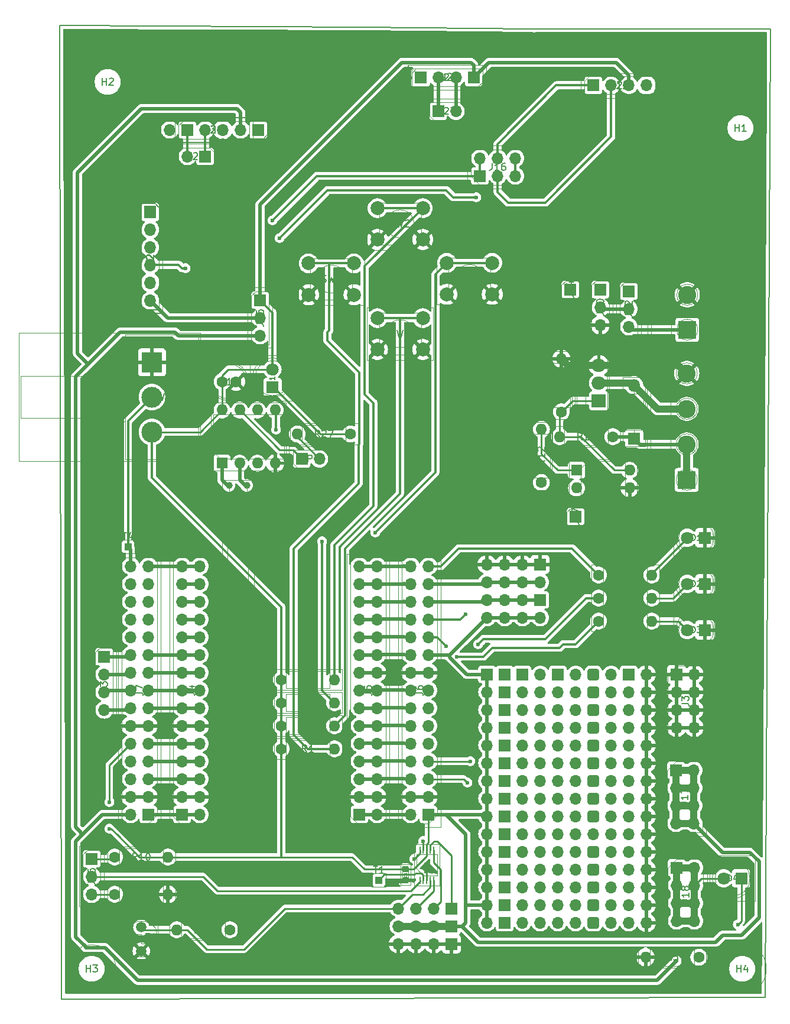
<source format=gbr>
%TF.GenerationSoftware,KiCad,Pcbnew,8.0.1*%
%TF.CreationDate,2024-10-06T15:48:24+02:00*%
%TF.ProjectId,CREPP.io,43524550-502e-4696-9f2e-6b696361645f,rev?*%
%TF.SameCoordinates,Original*%
%TF.FileFunction,Copper,L1,Top*%
%TF.FilePolarity,Positive*%
%FSLAX46Y46*%
G04 Gerber Fmt 4.6, Leading zero omitted, Abs format (unit mm)*
G04 Created by KiCad (PCBNEW 8.0.1) date 2024-10-06 15:48:24*
%MOMM*%
%LPD*%
G01*
G04 APERTURE LIST*
G04 Aperture macros list*
%AMRoundRect*
0 Rectangle with rounded corners*
0 $1 Rounding radius*
0 $2 $3 $4 $5 $6 $7 $8 $9 X,Y pos of 4 corners*
0 Add a 4 corners polygon primitive as box body*
4,1,4,$2,$3,$4,$5,$6,$7,$8,$9,$2,$3,0*
0 Add four circle primitives for the rounded corners*
1,1,$1+$1,$2,$3*
1,1,$1+$1,$4,$5*
1,1,$1+$1,$6,$7*
1,1,$1+$1,$8,$9*
0 Add four rect primitives between the rounded corners*
20,1,$1+$1,$2,$3,$4,$5,0*
20,1,$1+$1,$4,$5,$6,$7,0*
20,1,$1+$1,$6,$7,$8,$9,0*
20,1,$1+$1,$8,$9,$2,$3,0*%
%AMFreePoly0*
4,1,25,-0.850000,0.425000,-0.829199,0.556332,-0.768832,0.674809,-0.674809,0.768832,-0.556332,0.829199,-0.425000,0.850000,0.425000,0.850000,0.556332,0.829199,0.674809,0.768832,0.768832,0.674809,0.829199,0.556332,0.850000,0.425000,0.850000,-0.425000,0.829199,-0.556332,0.768832,-0.674809,0.674809,-0.768832,0.556332,-0.829199,0.425000,-0.850000,-0.425000,-0.850000,-0.556332,-0.829199,
-0.674809,-0.768832,-0.768832,-0.674809,-0.829199,-0.556332,-0.850000,-0.425000,-0.850000,0.425000,-0.850000,0.425000,$1*%
G04 Aperture macros list end*
%TA.AperFunction,ComponentPad*%
%ADD10C,1.600000*%
%TD*%
%TA.AperFunction,ComponentPad*%
%ADD11O,1.600000X1.600000*%
%TD*%
%TA.AperFunction,ComponentPad*%
%ADD12R,1.700000X1.700000*%
%TD*%
%TA.AperFunction,ComponentPad*%
%ADD13O,1.700000X1.700000*%
%TD*%
%TA.AperFunction,ComponentPad*%
%ADD14R,3.000000X3.000000*%
%TD*%
%TA.AperFunction,ComponentPad*%
%ADD15C,3.000000*%
%TD*%
%TA.AperFunction,ComponentPad*%
%ADD16R,1.800000X1.800000*%
%TD*%
%TA.AperFunction,ComponentPad*%
%ADD17C,1.800000*%
%TD*%
%TA.AperFunction,ComponentPad*%
%ADD18C,2.000000*%
%TD*%
%TA.AperFunction,ComponentPad*%
%ADD19R,2.600000X2.600000*%
%TD*%
%TA.AperFunction,ComponentPad*%
%ADD20C,2.600000*%
%TD*%
%TA.AperFunction,SMDPad,CuDef*%
%ADD21R,1.000000X1.000000*%
%TD*%
%TA.AperFunction,ComponentPad*%
%ADD22R,1.600000X1.600000*%
%TD*%
%TA.AperFunction,ComponentPad*%
%ADD23O,1.800000X1.800000*%
%TD*%
%TA.AperFunction,SMDPad,CuDef*%
%ADD24R,0.250000X1.100000*%
%TD*%
%TA.AperFunction,ComponentPad*%
%ADD25FreePoly0,0.000000*%
%TD*%
%TA.AperFunction,ComponentPad*%
%ADD26C,1.000000*%
%TD*%
%TA.AperFunction,ComponentPad*%
%ADD27R,2.000000X1.905000*%
%TD*%
%TA.AperFunction,ComponentPad*%
%ADD28O,2.000000X1.905000*%
%TD*%
%TA.AperFunction,SMDPad,CuDef*%
%ADD29RoundRect,0.225000X-0.250000X0.225000X-0.250000X-0.225000X0.250000X-0.225000X0.250000X0.225000X0*%
%TD*%
%TA.AperFunction,ComponentPad*%
%ADD30C,1.500000*%
%TD*%
%TA.AperFunction,ViaPad*%
%ADD31C,0.600000*%
%TD*%
%TA.AperFunction,Conductor*%
%ADD32C,0.250000*%
%TD*%
%TA.AperFunction,Conductor*%
%ADD33C,0.350000*%
%TD*%
%TA.AperFunction,Conductor*%
%ADD34C,0.500000*%
%TD*%
%TA.AperFunction,Conductor*%
%ADD35C,1.000000*%
%TD*%
%ADD36C,0.050000*%
%ADD37C,0.150000*%
%ADD38C,0.200000*%
%ADD39C,0.100000*%
%ADD40C,0.120000*%
%ADD41C,0.060000*%
%TA.AperFunction,Profile*%
%ADD42C,0.200000*%
%TD*%
G04 APERTURE END LIST*
D10*
%TO.P,R7,1*%
%TO.N,/LED/ORANGE_LED*%
X121970800Y-113182400D03*
D11*
%TO.P,R7,2*%
%TO.N,Net-(D2-A)*%
X129590800Y-113182400D03*
%TD*%
D12*
%TO.P,J25,1,Pin_1*%
%TO.N,unconnected-(J25-Pin_1-Pad1)*%
X57733800Y-57835400D03*
D13*
%TO.P,J25,2,Pin_2*%
%TO.N,unconnected-(J25-Pin_2-Pad2)*%
X57733800Y-60375400D03*
%TO.P,J25,3,Pin_3*%
%TO.N,/IO_Extender/SDA*%
X57733800Y-62915400D03*
%TO.P,J25,4,Pin_4*%
%TO.N,/IO_Extender/SCL*%
X57733800Y-65455400D03*
%TO.P,J25,5,Pin_5*%
%TO.N,GND*%
X57733800Y-67995400D03*
%TO.P,J25,6,Pin_6*%
%TO.N,/Sensors/VCC_Sensor*%
X57733800Y-70535400D03*
%TD*%
D14*
%TO.P,RV1,1,1*%
%TO.N,GND*%
X57962800Y-79400400D03*
D15*
%TO.P,RV1,2,2*%
%TO.N,/POT*%
X57962800Y-84400400D03*
%TO.P,RV1,3,3*%
%TO.N,+3.3V*%
X57962800Y-89400400D03*
%TD*%
D12*
%TO.P,J20,1,Pin_1*%
%TO.N,GND*%
X100888800Y-162712400D03*
D13*
%TO.P,J20,2,Pin_2*%
X98348800Y-162712400D03*
%TO.P,J20,3,Pin_3*%
X95808800Y-162712400D03*
%TO.P,J20,4,Pin_4*%
X93268800Y-162712400D03*
%TD*%
D12*
%TO.P,J30,1,Pin_1*%
%TO.N,Net-(J30-Pin_1)*%
X122224800Y-69001400D03*
D13*
%TO.P,J30,2,Pin_2*%
%TO.N,Net-(J30-Pin_2)*%
X122224800Y-71541400D03*
%TO.P,J30,3,Pin_3*%
%TO.N,GND*%
X122224800Y-74081400D03*
%TD*%
D12*
%TO.P,J13,1,Pin_1*%
%TO.N,GND*%
X113588800Y-108356400D03*
D13*
%TO.P,J13,2,Pin_2*%
%TO.N,/IO_Extender/SCL*%
X113588800Y-110896400D03*
%TO.P,J13,3,Pin_3*%
%TO.N,GND*%
X111048800Y-108356400D03*
%TO.P,J13,4,Pin_4*%
%TO.N,/IO_Extender/SCL*%
X111048800Y-110896400D03*
%TO.P,J13,5,Pin_5*%
%TO.N,GND*%
X108508800Y-108356400D03*
%TO.P,J13,6,Pin_6*%
%TO.N,/IO_Extender/SCL*%
X108508800Y-110896400D03*
%TO.P,J13,7,Pin_7*%
%TO.N,GND*%
X105968800Y-108356400D03*
%TO.P,J13,8,Pin_8*%
%TO.N,/IO_Extender/SCL*%
X105968800Y-110896400D03*
%TD*%
D16*
%TO.P,D3,1,K*%
%TO.N,GND*%
X137210800Y-117754400D03*
D17*
%TO.P,D3,2,A*%
%TO.N,Net-(D3-A)*%
X134670800Y-117754400D03*
%TD*%
D18*
%TO.P,SW4,1,1*%
%TO.N,/MCU/GPIO13_D7_RX2*%
X90272800Y-73086400D03*
X96772800Y-73086400D03*
%TO.P,SW4,2,2*%
%TO.N,GND*%
X90272800Y-77586400D03*
X96772800Y-77586400D03*
%TD*%
D12*
%TO.P,J4,1,Pin_1*%
%TO.N,/MCU/Pin_1*%
X62280800Y-144170400D03*
D13*
%TO.P,J4,2,Pin_2*%
X64820800Y-144170400D03*
%TO.P,J4,3,Pin_3*%
%TO.N,GND*%
X62280800Y-141630400D03*
%TO.P,J4,4,Pin_4*%
X64820800Y-141630400D03*
%TO.P,J4,5,Pin_5*%
%TO.N,/MCU/Pin_5*%
X62280800Y-139090400D03*
%TO.P,J4,6,Pin_6*%
X64820800Y-139090400D03*
%TO.P,J4,7,Pin_7*%
%TO.N,/MCU/Pin_7*%
X62280800Y-136550400D03*
%TO.P,J4,8,Pin_8*%
X64820800Y-136550400D03*
%TO.P,J4,9,Pin_9*%
%TO.N,/MCU/Pin_9*%
X62280800Y-134010400D03*
%TO.P,J4,10,Pin_10*%
X64820800Y-134010400D03*
%TO.P,J4,11,Pin_11*%
%TO.N,GND*%
X62280800Y-131470400D03*
%TO.P,J4,12,Pin_12*%
X64820800Y-131470400D03*
%TO.P,J4,13,Pin_13*%
%TO.N,/MCU/Pin_13*%
X62280800Y-128930400D03*
%TO.P,J4,14,Pin_14*%
X64820800Y-128930400D03*
%TO.P,J4,15,Pin_15*%
%TO.N,/MCU/Pin_15*%
X62280800Y-126390400D03*
%TO.P,J4,16,Pin_16*%
X64820800Y-126390400D03*
%TO.P,J4,17,Pin_17*%
%TO.N,/MCU/Pin_17*%
X62280800Y-123850400D03*
%TO.P,J4,18,Pin_18*%
X64820800Y-123850400D03*
%TO.P,J4,19,Pin_19*%
%TO.N,/MCU/Pin_19*%
X62280800Y-121310400D03*
%TO.P,J4,20,Pin_20*%
X64820800Y-121310400D03*
%TO.P,J4,21,Pin_21*%
%TO.N,/MCU/Pin_21*%
X62280800Y-118770400D03*
%TO.P,J4,22,Pin_22*%
X64820800Y-118770400D03*
%TO.P,J4,23,Pin_23*%
%TO.N,/MCU/Pin_23*%
X62280800Y-116230400D03*
%TO.P,J4,24,Pin_24*%
X64820800Y-116230400D03*
%TO.P,J4,25,Pin_25*%
%TO.N,/MCU/Pin_25*%
X62280800Y-113690400D03*
%TO.P,J4,26,Pin_26*%
X64820800Y-113690400D03*
%TO.P,J4,27,Pin_27*%
%TO.N,/MCU/Pin_27*%
X62280800Y-111150400D03*
%TO.P,J4,28,Pin_28*%
X64820800Y-111150400D03*
%TO.P,J4,29,Pin_29*%
%TO.N,/MCU/Pin_29*%
X62280800Y-108610400D03*
%TO.P,J4,30,Pin_30*%
X64820800Y-108610400D03*
%TD*%
D12*
%TO.P,J15,1,Pin_1*%
%TO.N,/IO_Extender/SDA*%
X113588800Y-113436400D03*
D13*
%TO.P,J15,2,Pin_2*%
%TO.N,+3.3V*%
X113588800Y-115976400D03*
%TO.P,J15,3,Pin_3*%
%TO.N,/IO_Extender/SDA*%
X111048800Y-113436400D03*
%TO.P,J15,4,Pin_4*%
%TO.N,+3.3V*%
X111048800Y-115976400D03*
%TO.P,J15,5,Pin_5*%
%TO.N,/IO_Extender/SDA*%
X108508800Y-113436400D03*
%TO.P,J15,6,Pin_6*%
%TO.N,+3.3V*%
X108508800Y-115976400D03*
%TO.P,J15,7,Pin_7*%
%TO.N,/IO_Extender/SDA*%
X105968800Y-113436400D03*
%TO.P,J15,8,Pin_8*%
%TO.N,+3.3V*%
X105968800Y-115976400D03*
%TD*%
D10*
%TO.P,R27,1*%
%TO.N,Net-(D12-K)*%
X86410800Y-89687400D03*
D11*
%TO.P,R27,2*%
%TO.N,Net-(JP7-B)*%
X78790800Y-89687400D03*
%TD*%
D12*
%TO.P,J19,1,Pin_1*%
%TO.N,/IO_Extender/A3*%
X100888800Y-157632400D03*
D13*
%TO.P,J19,2,Pin_2*%
%TO.N,/IO_Extender/A2*%
X98348800Y-157632400D03*
%TO.P,J19,3,Pin_3*%
%TO.N,/IO_Extender/A1*%
X95808800Y-157632400D03*
%TO.P,J19,4,Pin_4*%
%TO.N,/LDR*%
X93268800Y-157632400D03*
%TD*%
D12*
%TO.P,J16,1,Pin_1*%
%TO.N,/IO_Extender/SDA*%
X104952800Y-52730400D03*
D13*
%TO.P,J16,2,Pin_2*%
X104952800Y-50190400D03*
%TO.P,J16,3,Pin_3*%
%TO.N,/OLED/B*%
X107492800Y-52730400D03*
%TO.P,J16,4,Pin_4*%
%TO.N,/OLED/A*%
X107492800Y-50190400D03*
%TO.P,J16,5,Pin_5*%
%TO.N,/IO_Extender/SCL*%
X110032800Y-52730400D03*
%TO.P,J16,6,Pin_6*%
X110032800Y-50190400D03*
%TD*%
D12*
%TO.P,J22,1,Pin_1*%
%TO.N,unconnected-(J22-Pin_1-Pad1)*%
X121218800Y-39751400D03*
D13*
%TO.P,J22,2,Pin_2*%
%TO.N,unconnected-(J22-Pin_2-Pad2)*%
X123758800Y-39751400D03*
%TO.P,J22,3,Pin_3*%
%TO.N,unconnected-(J22-Pin_3-Pad3)*%
X126298800Y-39751400D03*
%TO.P,J22,4,Pin_4*%
%TO.N,unconnected-(J22-Pin_4-Pad4)*%
X128838800Y-39751400D03*
%TD*%
D12*
%TO.P,J6,1,Pin_1*%
%TO.N,+3.3V*%
X97586800Y-144170400D03*
D13*
%TO.P,J6,2,Pin_2*%
%TO.N,/MCU/Pin_2*%
X95046800Y-144170400D03*
%TO.P,J6,3,Pin_3*%
%TO.N,GND*%
X97586800Y-141630400D03*
%TO.P,J6,4,Pin_4*%
X95046800Y-141630400D03*
%TO.P,J6,5,Pin_5*%
%TO.N,/Bluetooth/TX*%
X97586800Y-139090400D03*
%TO.P,J6,6,Pin_6*%
%TO.N,/MCU/Pin_6*%
X95046800Y-139090400D03*
%TO.P,J6,7,Pin_7*%
%TO.N,/Bluetooth/RX*%
X97586800Y-136550400D03*
%TO.P,J6,8,Pin_8*%
%TO.N,/MCU/Pin_8*%
X95046800Y-136550400D03*
%TO.P,J6,9,Pin_9*%
%TO.N,/MCU/GPIO15_D8_TX2*%
X97586800Y-134010400D03*
%TO.P,J6,10,Pin_10*%
%TO.N,/MCU/Pin_10*%
X95046800Y-134010400D03*
%TO.P,J6,11,Pin_11*%
%TO.N,/MCU/GPIO13_D7_RX2*%
X97586800Y-131470400D03*
%TO.P,J6,12,Pin_12*%
%TO.N,/MCU/Pin_12*%
X95046800Y-131470400D03*
%TO.P,J6,13,Pin_13*%
%TO.N,/MCU/GPIO12_D6*%
X97586800Y-128930400D03*
%TO.P,J6,14,Pin_14*%
%TO.N,/MCU/Pin_14*%
X95046800Y-128930400D03*
%TO.P,J6,15,Pin_15*%
%TO.N,/MCU/GPIO14_D5*%
X97586800Y-126390400D03*
%TO.P,J6,16,Pin_16*%
%TO.N,/MCU/Pin_16*%
X95046800Y-126390400D03*
%TO.P,J6,17,Pin_17*%
%TO.N,GND*%
X97586800Y-123850400D03*
%TO.P,J6,18,Pin_18*%
X95046800Y-123850400D03*
%TO.P,J6,19,Pin_19*%
%TO.N,+3.3V*%
X97586800Y-121310400D03*
%TO.P,J6,20,Pin_20*%
%TO.N,/MCU/Pin_20*%
X95046800Y-121310400D03*
%TO.P,J6,21,Pin_21*%
%TO.N,/LED/GREEN*%
X97586800Y-118770400D03*
%TO.P,J6,22,Pin_22*%
%TO.N,/MCU/Pin_22*%
X95046800Y-118770400D03*
%TO.P,J6,23,Pin_23*%
%TO.N,/LED/ORANGE_LED*%
X97586800Y-116230400D03*
%TO.P,J6,24,Pin_24*%
%TO.N,/MCU/Pin_24*%
X95046800Y-116230400D03*
%TO.P,J6,25,Pin_25*%
%TO.N,/IO_Extender/SDA*%
X97586800Y-113690400D03*
%TO.P,J6,26,Pin_26*%
%TO.N,/MCU/Pin_26*%
X95046800Y-113690400D03*
%TO.P,J6,27,Pin_27*%
%TO.N,/IO_Extender/SCL*%
X97586800Y-111150400D03*
%TO.P,J6,28,Pin_28*%
%TO.N,/MCU/Pin_28*%
X95046800Y-111150400D03*
%TO.P,J6,29,Pin_29*%
%TO.N,/LED/RED_LED*%
X97586800Y-108610400D03*
%TO.P,J6,30,Pin_30*%
%TO.N,/MCU/Pin_30*%
X95046800Y-108610400D03*
%TD*%
D12*
%TO.P,J7,1,Pin_1*%
%TO.N,/MCU/Pin_1*%
X57454800Y-144170400D03*
D13*
%TO.P,J7,2,Pin_2*%
%TO.N,+5V*%
X54914800Y-144170400D03*
%TO.P,J7,3,Pin_3*%
%TO.N,GND*%
X57454800Y-141630400D03*
%TO.P,J7,4,Pin_4*%
X54914800Y-141630400D03*
%TO.P,J7,5,Pin_5*%
%TO.N,/MCU/Pin_5*%
X57454800Y-139090400D03*
%TO.P,J7,6,Pin_6*%
%TO.N,/MCU/RESET*%
X54914800Y-139090400D03*
%TO.P,J7,7,Pin_7*%
%TO.N,/MCU/Pin_7*%
X57454800Y-136550400D03*
%TO.P,J7,8,Pin_8*%
%TO.N,/MCU/EN*%
X54914800Y-136550400D03*
%TO.P,J7,9,Pin_9*%
%TO.N,/MCU/Pin_9*%
X57454800Y-134010400D03*
%TO.P,J7,10,Pin_10*%
%TO.N,+3.3V*%
X54914800Y-134010400D03*
%TO.P,J7,11,Pin_11*%
%TO.N,GND*%
X57454800Y-131470400D03*
%TO.P,J7,12,Pin_12*%
X54914800Y-131470400D03*
%TO.P,J7,13,Pin_13*%
%TO.N,/MCU/Pin_13*%
X57454800Y-128930400D03*
%TO.P,J7,14,Pin_14*%
%TO.N,/MCU/CLK*%
X54914800Y-128930400D03*
%TO.P,J7,15,Pin_15*%
%TO.N,/MCU/Pin_15*%
X57454800Y-126390400D03*
%TO.P,J7,16,Pin_16*%
%TO.N,/MCU/MISO*%
X54914800Y-126390400D03*
%TO.P,J7,17,Pin_17*%
%TO.N,/MCU/Pin_17*%
X57454800Y-123850400D03*
%TO.P,J7,18,Pin_18*%
%TO.N,/MCU/CS*%
X54914800Y-123850400D03*
%TO.P,J7,19,Pin_19*%
%TO.N,/MCU/Pin_19*%
X57454800Y-121310400D03*
%TO.P,J7,20,Pin_20*%
%TO.N,/MCU/MOSI*%
X54914800Y-121310400D03*
%TO.P,J7,21,Pin_21*%
%TO.N,unconnected-(J7-Pin_21-Pad21)*%
X57454800Y-118770400D03*
%TO.P,J7,22,Pin_22*%
%TO.N,unconnected-(J7-Pin_22-Pad22)*%
X54914800Y-118770400D03*
%TO.P,J7,23,Pin_23*%
%TO.N,unconnected-(J7-Pin_23-Pad23)*%
X57454800Y-116230400D03*
%TO.P,J7,24,Pin_24*%
%TO.N,unconnected-(J7-Pin_24-Pad24)*%
X54914800Y-116230400D03*
%TO.P,J7,25,Pin_25*%
%TO.N,unconnected-(J7-Pin_25-Pad25)*%
X57454800Y-113690400D03*
%TO.P,J7,26,Pin_26*%
%TO.N,unconnected-(J7-Pin_26-Pad26)*%
X54914800Y-113690400D03*
%TO.P,J7,27,Pin_27*%
%TO.N,unconnected-(J7-Pin_27-Pad27)*%
X57454800Y-111150400D03*
%TO.P,J7,28,Pin_28*%
%TO.N,unconnected-(J7-Pin_28-Pad28)*%
X54914800Y-111150400D03*
%TO.P,J7,29,Pin_29*%
%TO.N,/MCU/Pin_29*%
X57454800Y-108610400D03*
%TO.P,J7,30,Pin_30*%
%TO.N,/POT*%
X54914800Y-108610400D03*
%TD*%
D12*
%TO.P,JP7,1,A*%
%TO.N,Net-(JP7-A)*%
X79425800Y-93243400D03*
D13*
%TO.P,JP7,2,B*%
%TO.N,Net-(JP7-B)*%
X81965800Y-93243400D03*
%TD*%
D19*
%TO.P,J33,1,Pin_1*%
%TO.N,/Power/Ext_Servo*%
X134670800Y-74748400D03*
D20*
%TO.P,J33,2,Pin_2*%
%TO.N,GND*%
X134670800Y-69748400D03*
%TD*%
D18*
%TO.P,SW2,1,1*%
%TO.N,/MCU/GPIO12_D6*%
X90272800Y-57338400D03*
X96772800Y-57338400D03*
%TO.P,SW2,2,2*%
%TO.N,GND*%
X90272800Y-61838400D03*
X96772800Y-61838400D03*
%TD*%
D10*
%TO.P,R1,1*%
%TO.N,+3.3V*%
X76504800Y-134772400D03*
D11*
%TO.P,R1,2*%
%TO.N,/MCU/GPIO15_D8_TX2*%
X84124800Y-134772400D03*
%TD*%
D12*
%TO.P,J23,1,Pin_1*%
%TO.N,GND*%
X96443800Y-38633400D03*
D13*
%TO.P,J23,2,Pin_2*%
%TO.N,Net-(J23-Pin_2)*%
X98983800Y-38633400D03*
%TO.P,J23,3,Pin_3*%
%TO.N,Net-(J23-Pin_3)*%
X101523800Y-38633400D03*
%TO.P,J23,4,Pin_4*%
%TO.N,+3.3V*%
X104063800Y-38633400D03*
%TD*%
D21*
%TO.P,T1,1,1*%
%TO.N,Net-(U1-ALERT{slash}RDY)*%
X90474800Y-153568400D03*
%TD*%
D16*
%TO.P,D1,1,K*%
%TO.N,GND*%
X137210800Y-104546400D03*
D17*
%TO.P,D1,2,A*%
%TO.N,Net-(D1-A)*%
X134670800Y-104546400D03*
%TD*%
D12*
%TO.P,J21,1,Pin_1*%
%TO.N,+3.3V*%
X100888800Y-160172400D03*
D13*
%TO.P,J21,2,Pin_2*%
X98348800Y-160172400D03*
%TO.P,J21,3,Pin_3*%
X95808800Y-160172400D03*
%TO.P,J21,4,Pin_4*%
X93268800Y-160172400D03*
%TD*%
D22*
%TO.P,U2,1*%
%TO.N,Net-(R12-Pad2)*%
X118790800Y-94862400D03*
D11*
%TO.P,U2,2*%
%TO.N,Net-(J37-Pin_1)*%
X118790800Y-97402400D03*
%TO.P,U2,3*%
%TO.N,GND*%
X126410800Y-97402400D03*
%TO.P,U2,4*%
%TO.N,Net-(Q1-G)*%
X126410800Y-94862400D03*
%TD*%
D12*
%TO.P,J35,1,Pin_1*%
%TO.N,/MCU/MOSI*%
X51104800Y-121574400D03*
D13*
%TO.P,J35,2,Pin_2*%
%TO.N,/MCU/CS*%
X51104800Y-124114400D03*
%TO.P,J35,3,Pin_3*%
%TO.N,/MCU/MISO*%
X51104800Y-126654400D03*
%TO.P,J35,4,Pin_4*%
%TO.N,/MCU/CLK*%
X51104800Y-129194400D03*
%TD*%
D12*
%TO.P,J12,1,Pin_1*%
%TO.N,+3.3V*%
X105968800Y-124104400D03*
%TO.P,J12,2,Pin_2*%
%TO.N,unconnected-(J12-Pin_2-Pad2)*%
X108508800Y-124104400D03*
D13*
%TO.P,J12,3,Pin_3*%
%TO.N,+3.3V*%
X105968800Y-126644400D03*
D12*
%TO.P,J12,4,Pin_4*%
%TO.N,unconnected-(J12-Pin_4-Pad4)*%
X108508800Y-126644400D03*
D13*
%TO.P,J12,5,Pin_5*%
%TO.N,+3.3V*%
X105968800Y-129184400D03*
D12*
%TO.P,J12,6,Pin_6*%
%TO.N,unconnected-(J12-Pin_6-Pad6)*%
X108508800Y-129184400D03*
D13*
%TO.P,J12,7,Pin_7*%
%TO.N,+3.3V*%
X105968800Y-131724400D03*
D12*
%TO.P,J12,8,Pin_8*%
%TO.N,unconnected-(J12-Pin_8-Pad8)*%
X108508800Y-131724400D03*
D13*
%TO.P,J12,9,Pin_9*%
%TO.N,+3.3V*%
X105968800Y-134264400D03*
D12*
%TO.P,J12,10,Pin_10*%
%TO.N,unconnected-(J12-Pin_10-Pad10)*%
X108508800Y-134264400D03*
D13*
%TO.P,J12,11,Pin_11*%
%TO.N,+3.3V*%
X105968800Y-136804400D03*
D12*
%TO.P,J12,12,Pin_12*%
%TO.N,unconnected-(J12-Pin_12-Pad12)*%
X108508800Y-136804400D03*
D13*
%TO.P,J12,13,Pin_13*%
%TO.N,+3.3V*%
X105968800Y-139344400D03*
D12*
%TO.P,J12,14,Pin_14*%
%TO.N,unconnected-(J12-Pin_14-Pad14)*%
X108508800Y-139344400D03*
D13*
%TO.P,J12,15,Pin_15*%
%TO.N,+3.3V*%
X105968800Y-141884400D03*
D12*
%TO.P,J12,16,Pin_16*%
%TO.N,unconnected-(J12-Pin_16-Pad16)*%
X108508800Y-141884400D03*
D13*
%TO.P,J12,17,Pin_17*%
%TO.N,+3.3V*%
X105968800Y-144424400D03*
D12*
%TO.P,J12,18,Pin_18*%
%TO.N,unconnected-(J12-Pin_18-Pad18)*%
X108508800Y-144424400D03*
D13*
%TO.P,J12,19,Pin_19*%
%TO.N,+3.3V*%
X105968800Y-146964400D03*
D12*
%TO.P,J12,20,Pin_20*%
%TO.N,unconnected-(J12-Pin_20-Pad20)*%
X108508800Y-146964400D03*
D13*
%TO.P,J12,21,Pin_21*%
%TO.N,+3.3V*%
X105968800Y-149504400D03*
D12*
%TO.P,J12,22,Pin_22*%
%TO.N,unconnected-(J12-Pin_22-Pad22)*%
X108508800Y-149504400D03*
D13*
%TO.P,J12,23,Pin_23*%
%TO.N,+3.3V*%
X105968800Y-152044400D03*
D12*
%TO.P,J12,24,Pin_24*%
%TO.N,unconnected-(J12-Pin_24-Pad24)*%
X108508800Y-152044400D03*
D13*
%TO.P,J12,25,Pin_25*%
%TO.N,+3.3V*%
X105968800Y-154584400D03*
D12*
%TO.P,J12,26,Pin_26*%
%TO.N,unconnected-(J12-Pin_26-Pad26)*%
X108508800Y-154584400D03*
D13*
%TO.P,J12,27,Pin_27*%
%TO.N,+3.3V*%
X105968800Y-157124400D03*
D12*
%TO.P,J12,28,Pin_28*%
%TO.N,unconnected-(J12-Pin_28-Pad28)*%
X108508800Y-157124400D03*
D13*
%TO.P,J12,29,Pin_29*%
%TO.N,+3.3V*%
X105968800Y-159664400D03*
D12*
%TO.P,J12,30,Pin_30*%
%TO.N,unconnected-(J12-Pin_30-Pad30)*%
X108508800Y-159664400D03*
%TD*%
%TO.P,J5,1,Pin_1*%
%TO.N,/MCU/Pin_2*%
X87680800Y-144170400D03*
D13*
%TO.P,J5,2,Pin_2*%
X90220800Y-144170400D03*
%TO.P,J5,3,Pin_3*%
%TO.N,GND*%
X87680800Y-141630400D03*
%TO.P,J5,4,Pin_4*%
X90220800Y-141630400D03*
%TO.P,J5,5,Pin_5*%
%TO.N,/MCU/Pin_6*%
X87680800Y-139090400D03*
%TO.P,J5,6,Pin_6*%
X90220800Y-139090400D03*
%TO.P,J5,7,Pin_7*%
%TO.N,/MCU/Pin_8*%
X87680800Y-136550400D03*
%TO.P,J5,8,Pin_8*%
X90220800Y-136550400D03*
%TO.P,J5,9,Pin_9*%
%TO.N,/MCU/Pin_10*%
X87680800Y-134010400D03*
%TO.P,J5,10,Pin_10*%
X90220800Y-134010400D03*
%TO.P,J5,11,Pin_11*%
%TO.N,/MCU/Pin_12*%
X87680800Y-131470400D03*
%TO.P,J5,12,Pin_12*%
X90220800Y-131470400D03*
%TO.P,J5,13,Pin_13*%
%TO.N,/MCU/Pin_14*%
X87680800Y-128930400D03*
%TO.P,J5,14,Pin_14*%
X90220800Y-128930400D03*
%TO.P,J5,15,Pin_15*%
%TO.N,/MCU/Pin_16*%
X87680800Y-126390400D03*
%TO.P,J5,16,Pin_16*%
X90220800Y-126390400D03*
%TO.P,J5,17,Pin_17*%
%TO.N,GND*%
X87680800Y-123850400D03*
%TO.P,J5,18,Pin_18*%
X90220800Y-123850400D03*
%TO.P,J5,19,Pin_19*%
%TO.N,/MCU/Pin_20*%
X87680800Y-121310400D03*
%TO.P,J5,20,Pin_20*%
X90220800Y-121310400D03*
%TO.P,J5,21,Pin_21*%
%TO.N,/MCU/Pin_22*%
X87680800Y-118770400D03*
%TO.P,J5,22,Pin_22*%
X90220800Y-118770400D03*
%TO.P,J5,23,Pin_23*%
%TO.N,/MCU/Pin_24*%
X87680800Y-116230400D03*
%TO.P,J5,24,Pin_24*%
X90220800Y-116230400D03*
%TO.P,J5,25,Pin_25*%
%TO.N,/MCU/Pin_26*%
X87680800Y-113690400D03*
%TO.P,J5,26,Pin_26*%
X90220800Y-113690400D03*
%TO.P,J5,27,Pin_27*%
%TO.N,/MCU/Pin_28*%
X87680800Y-111150400D03*
%TO.P,J5,28,Pin_28*%
X90220800Y-111150400D03*
%TO.P,J5,29,Pin_29*%
%TO.N,/MCU/Pin_30*%
X87680800Y-108610400D03*
%TO.P,J5,30,Pin_30*%
X90220800Y-108610400D03*
%TD*%
D18*
%TO.P,SW3,1,1*%
%TO.N,/MCU/GPIO14_D5*%
X100230800Y-65176400D03*
X106730800Y-65176400D03*
%TO.P,SW3,2,2*%
%TO.N,GND*%
X100230800Y-69676400D03*
X106730800Y-69676400D03*
%TD*%
D16*
%TO.P,D12,1,K*%
%TO.N,Net-(D12-K)*%
X75234800Y-82956400D03*
D17*
%TO.P,D12,2,A*%
%TO.N,+3.3V*%
X75234800Y-80416400D03*
%TD*%
D16*
%TO.P,D5,1,K*%
%TO.N,Net-(D5-K)*%
X127050800Y-90322400D03*
D23*
%TO.P,D5,2,A*%
%TO.N,Net-(D5-A)*%
X127050800Y-82702400D03*
%TD*%
D10*
%TO.P,R2,1*%
%TO.N,+3.3V*%
X76504800Y-124866400D03*
D11*
%TO.P,R2,2*%
%TO.N,/MCU/GPIO12_D6*%
X84124800Y-124866400D03*
%TD*%
D12*
%TO.P,J8,1,Pin_1*%
%TO.N,unconnected-(J8-Pin_1-Pad1)*%
X126288800Y-124104400D03*
D13*
%TO.P,J8,2,Pin_2*%
%TO.N,GND*%
X128828800Y-124104400D03*
%TO.P,J8,3,Pin_3*%
%TO.N,unconnected-(J8-Pin_3-Pad3)*%
X126288800Y-126644400D03*
%TO.P,J8,4,Pin_4*%
%TO.N,GND*%
X128828800Y-126644400D03*
%TO.P,J8,5,Pin_5*%
%TO.N,unconnected-(J8-Pin_5-Pad5)*%
X126288800Y-129184400D03*
%TO.P,J8,6,Pin_6*%
%TO.N,GND*%
X128828800Y-129184400D03*
%TO.P,J8,7,Pin_7*%
%TO.N,unconnected-(J8-Pin_7-Pad7)*%
X126288800Y-131724400D03*
%TO.P,J8,8,Pin_8*%
%TO.N,GND*%
X128828800Y-131724400D03*
%TO.P,J8,9,Pin_9*%
%TO.N,unconnected-(J8-Pin_9-Pad9)*%
X126288800Y-134264400D03*
%TO.P,J8,10,Pin_10*%
%TO.N,GND*%
X128828800Y-134264400D03*
%TO.P,J8,11,Pin_11*%
%TO.N,unconnected-(J8-Pin_11-Pad11)*%
X126288800Y-136804400D03*
%TO.P,J8,12,Pin_12*%
%TO.N,GND*%
X128828800Y-136804400D03*
%TO.P,J8,13,Pin_13*%
%TO.N,unconnected-(J8-Pin_13-Pad13)*%
X126288800Y-139344400D03*
%TO.P,J8,14,Pin_14*%
%TO.N,GND*%
X128828800Y-139344400D03*
%TO.P,J8,15,Pin_15*%
%TO.N,unconnected-(J8-Pin_15-Pad15)*%
X126288800Y-141884400D03*
%TO.P,J8,16,Pin_16*%
%TO.N,GND*%
X128828800Y-141884400D03*
%TO.P,J8,17,Pin_17*%
%TO.N,unconnected-(J8-Pin_17-Pad17)*%
X126288800Y-144424400D03*
%TO.P,J8,18,Pin_18*%
%TO.N,GND*%
X128828800Y-144424400D03*
%TO.P,J8,19,Pin_19*%
%TO.N,unconnected-(J8-Pin_19-Pad19)*%
X126288800Y-146964400D03*
%TO.P,J8,20,Pin_20*%
%TO.N,GND*%
X128828800Y-146964400D03*
%TO.P,J8,21,Pin_21*%
%TO.N,unconnected-(J8-Pin_21-Pad21)*%
X126288800Y-149504400D03*
%TO.P,J8,22,Pin_22*%
%TO.N,GND*%
X128828800Y-149504400D03*
%TO.P,J8,23,Pin_23*%
%TO.N,unconnected-(J8-Pin_23-Pad23)*%
X126288800Y-152044400D03*
%TO.P,J8,24,Pin_24*%
%TO.N,GND*%
X128828800Y-152044400D03*
%TO.P,J8,25,Pin_25*%
%TO.N,unconnected-(J8-Pin_25-Pad25)*%
X126288800Y-154584400D03*
%TO.P,J8,26,Pin_26*%
%TO.N,GND*%
X128828800Y-154584400D03*
%TO.P,J8,27,Pin_27*%
%TO.N,unconnected-(J8-Pin_27-Pad27)*%
X126288800Y-157124400D03*
%TO.P,J8,28,Pin_28*%
%TO.N,GND*%
X128828800Y-157124400D03*
%TO.P,J8,29,Pin_29*%
%TO.N,unconnected-(J8-Pin_29-Pad29)*%
X126288800Y-159664400D03*
%TO.P,J8,30,Pin_30*%
%TO.N,GND*%
X128828800Y-159664400D03*
%TD*%
D12*
%TO.P,J17,1,Pin_1*%
%TO.N,+3.3V*%
X133058800Y-137820400D03*
D13*
%TO.P,J17,2,Pin_2*%
X135598800Y-137820400D03*
%TO.P,J17,3,Pin_3*%
X133058800Y-140360400D03*
%TO.P,J17,4,Pin_4*%
X135598800Y-140360400D03*
%TO.P,J17,5,Pin_5*%
X133058800Y-142900400D03*
%TO.P,J17,6,Pin_6*%
X135598800Y-142900400D03*
%TO.P,J17,7,Pin_7*%
X133058800Y-145440400D03*
%TO.P,J17,8,Pin_8*%
X135598800Y-145440400D03*
%TD*%
D12*
%TO.P,J3,1,Pin_1*%
%TO.N,GND*%
X133146800Y-124104400D03*
D13*
%TO.P,J3,2,Pin_2*%
X135686800Y-124104400D03*
%TO.P,J3,3,Pin_3*%
X133146800Y-126644400D03*
%TO.P,J3,4,Pin_4*%
X135686800Y-126644400D03*
%TO.P,J3,5,Pin_5*%
X133146800Y-129184400D03*
%TO.P,J3,6,Pin_6*%
X135686800Y-129184400D03*
%TO.P,J3,7,Pin_7*%
X133146800Y-131724400D03*
%TO.P,J3,8,Pin_8*%
X135686800Y-131724400D03*
%TD*%
D24*
%TO.P,U1,1,ADDR*%
%TO.N,Net-(J26-Pin_2)*%
X96348800Y-153568400D03*
%TO.P,U1,2,ALERT/RDY*%
%TO.N,Net-(U1-ALERT{slash}RDY)*%
X96848800Y-153568400D03*
%TO.P,U1,3,GND*%
%TO.N,GND*%
X97348800Y-153568400D03*
%TO.P,U1,4,AIN0*%
%TO.N,/LDR*%
X97848800Y-153568400D03*
%TO.P,U1,5,AIN1*%
%TO.N,/IO_Extender/A1*%
X98348800Y-153568400D03*
%TO.P,U1,6,AIN2*%
%TO.N,/IO_Extender/A2*%
X98348800Y-149268400D03*
%TO.P,U1,7,AIN3*%
%TO.N,/IO_Extender/A3*%
X97848800Y-149268400D03*
%TO.P,U1,8,VDD*%
%TO.N,+3.3V*%
X97348800Y-149268400D03*
%TO.P,U1,9,SDA*%
%TO.N,/IO_Extender/SDA*%
X96848800Y-149268400D03*
%TO.P,U1,10,SCL*%
%TO.N,/IO_Extender/SCL*%
X96348800Y-149268400D03*
%TD*%
D12*
%TO.P,J29,1,Pin_1*%
%TO.N,unconnected-(J29-Pin_1-Pad1)*%
X73202800Y-46126400D03*
D13*
%TO.P,J29,2,Pin_2*%
%TO.N,+5V*%
X70662800Y-46126400D03*
%TO.P,J29,3,Pin_3*%
%TO.N,GND*%
X68122800Y-46126400D03*
%TO.P,J29,4,Pin_4*%
%TO.N,/Bluetooth/RX*%
X65582800Y-46126400D03*
%TO.P,J29,5,Pin_5*%
%TO.N,/Bluetooth/TX*%
X63042800Y-46126400D03*
%TO.P,J29,6,Pin_6*%
%TO.N,unconnected-(J29-Pin_6-Pad6)*%
X60502800Y-46126400D03*
%TD*%
D12*
%TO.P,J9,1,Pin_1*%
%TO.N,unconnected-(J9-Pin_1-Pad1)*%
X111048800Y-124104400D03*
D13*
%TO.P,J9,2,Pin_2*%
%TO.N,unconnected-(J9-Pin_2-Pad2)*%
X113588800Y-124104400D03*
%TO.P,J9,3,Pin_3*%
%TO.N,unconnected-(J9-Pin_3-Pad3)*%
X111048800Y-126644400D03*
%TO.P,J9,4,Pin_4*%
%TO.N,unconnected-(J9-Pin_4-Pad4)*%
X113588800Y-126644400D03*
%TO.P,J9,5,Pin_5*%
%TO.N,unconnected-(J9-Pin_5-Pad5)*%
X111048800Y-129184400D03*
%TO.P,J9,6,Pin_6*%
%TO.N,unconnected-(J9-Pin_6-Pad6)*%
X113588800Y-129184400D03*
%TO.P,J9,7,Pin_7*%
%TO.N,unconnected-(J9-Pin_7-Pad7)*%
X111048800Y-131724400D03*
%TO.P,J9,8,Pin_8*%
%TO.N,unconnected-(J9-Pin_8-Pad8)*%
X113588800Y-131724400D03*
%TO.P,J9,9,Pin_9*%
%TO.N,unconnected-(J9-Pin_9-Pad9)*%
X111048800Y-134264400D03*
%TO.P,J9,10,Pin_10*%
%TO.N,unconnected-(J9-Pin_10-Pad10)*%
X113588800Y-134264400D03*
%TO.P,J9,11,Pin_11*%
%TO.N,unconnected-(J9-Pin_11-Pad11)*%
X111048800Y-136804400D03*
%TO.P,J9,12,Pin_12*%
%TO.N,unconnected-(J9-Pin_12-Pad12)*%
X113588800Y-136804400D03*
%TO.P,J9,13,Pin_13*%
%TO.N,unconnected-(J9-Pin_13-Pad13)*%
X111048800Y-139344400D03*
%TO.P,J9,14,Pin_14*%
%TO.N,unconnected-(J9-Pin_14-Pad14)*%
X113588800Y-139344400D03*
%TO.P,J9,15,Pin_15*%
%TO.N,unconnected-(J9-Pin_15-Pad15)*%
X111048800Y-141884400D03*
%TO.P,J9,16,Pin_16*%
%TO.N,unconnected-(J9-Pin_16-Pad16)*%
X113588800Y-141884400D03*
%TO.P,J9,17,Pin_17*%
%TO.N,unconnected-(J9-Pin_17-Pad17)*%
X111048800Y-144424400D03*
%TO.P,J9,18,Pin_18*%
%TO.N,unconnected-(J9-Pin_18-Pad18)*%
X113588800Y-144424400D03*
%TO.P,J9,19,Pin_19*%
%TO.N,unconnected-(J9-Pin_19-Pad19)*%
X111048800Y-146964400D03*
%TO.P,J9,20,Pin_20*%
%TO.N,unconnected-(J9-Pin_20-Pad20)*%
X113588800Y-146964400D03*
%TO.P,J9,21,Pin_21*%
%TO.N,unconnected-(J9-Pin_21-Pad21)*%
X111048800Y-149504400D03*
%TO.P,J9,22,Pin_22*%
%TO.N,unconnected-(J9-Pin_22-Pad22)*%
X113588800Y-149504400D03*
%TO.P,J9,23,Pin_23*%
%TO.N,unconnected-(J9-Pin_23-Pad23)*%
X111048800Y-152044400D03*
%TO.P,J9,24,Pin_24*%
%TO.N,unconnected-(J9-Pin_24-Pad24)*%
X113588800Y-152044400D03*
%TO.P,J9,25,Pin_25*%
%TO.N,unconnected-(J9-Pin_25-Pad25)*%
X111048800Y-154584400D03*
%TO.P,J9,26,Pin_26*%
%TO.N,unconnected-(J9-Pin_26-Pad26)*%
X113588800Y-154584400D03*
%TO.P,J9,27,Pin_27*%
%TO.N,unconnected-(J9-Pin_27-Pad27)*%
X111048800Y-157124400D03*
%TO.P,J9,28,Pin_28*%
%TO.N,unconnected-(J9-Pin_28-Pad28)*%
X113588800Y-157124400D03*
%TO.P,J9,29,Pin_29*%
%TO.N,unconnected-(J9-Pin_29-Pad29)*%
X111048800Y-159664400D03*
%TO.P,J9,30,Pin_30*%
%TO.N,unconnected-(J9-Pin_30-Pad30)*%
X113588800Y-159664400D03*
%TD*%
D16*
%TO.P,D4,1,K*%
%TO.N,Net-(D4-K)*%
X142417800Y-153314400D03*
D17*
%TO.P,D4,2,A*%
%TO.N,+5V*%
X139877800Y-153314400D03*
%TD*%
D12*
%TO.P,J36,1,Pin_1*%
%TO.N,+3.3V*%
X73456800Y-70510400D03*
D13*
%TO.P,J36,2,Pin_2*%
%TO.N,/Sensors/VCC_Sensor*%
X73456800Y-73050400D03*
%TO.P,J36,3,Pin_3*%
%TO.N,+5V*%
X73456800Y-75590400D03*
%TD*%
D10*
%TO.P,R3,1*%
%TO.N,+3.3V*%
X76504800Y-128168400D03*
D11*
%TO.P,R3,2*%
%TO.N,/MCU/GPIO14_D5*%
X84124800Y-128168400D03*
%TD*%
D10*
%TO.P,R5,1*%
%TO.N,Net-(D4-K)*%
X136321800Y-164617400D03*
D11*
%TO.P,R5,2*%
%TO.N,GND*%
X128701800Y-164617400D03*
%TD*%
D12*
%TO.P,J24,1,Pin_1*%
%TO.N,unconnected-(J24-Pin_1-Pad1)*%
X57708800Y-57937400D03*
D13*
%TO.P,J24,2,Pin_2*%
%TO.N,unconnected-(J24-Pin_2-Pad2)*%
X57708800Y-60477400D03*
%TO.P,J24,3,Pin_3*%
%TO.N,unconnected-(J24-Pin_3-Pad3)*%
X57708800Y-63017400D03*
%TO.P,J24,4,Pin_4*%
%TO.N,unconnected-(J24-Pin_4-Pad4)*%
X57708800Y-65557400D03*
%TO.P,J24,5,Pin_5*%
%TO.N,unconnected-(J24-Pin_5-Pad5)*%
X57708800Y-68097400D03*
%TO.P,J24,6,Pin_6*%
%TO.N,unconnected-(J24-Pin_6-Pad6)*%
X57708800Y-70637400D03*
%TD*%
D12*
%TO.P,J26,1,Pin_1*%
%TO.N,Net-(J26-Pin_1)*%
X49326800Y-150520400D03*
D13*
%TO.P,J26,2,Pin_2*%
%TO.N,Net-(J26-Pin_2)*%
X49326800Y-153060400D03*
%TO.P,J26,3,Pin_3*%
%TO.N,Net-(J26-Pin_3)*%
X49326800Y-155600400D03*
%TD*%
D12*
%TO.P,J37,1,Pin_1*%
%TO.N,Net-(J37-Pin_1)*%
X118668800Y-101498400D03*
%TD*%
%TO.P,J31,1,Pin_1*%
%TO.N,unconnected-(J31-Pin_1-Pad1)*%
X63042800Y-46126400D03*
D13*
%TO.P,J31,2,Pin_2*%
%TO.N,unconnected-(J31-Pin_2-Pad2)*%
X65582800Y-46126400D03*
%TO.P,J31,3,Pin_3*%
%TO.N,unconnected-(J31-Pin_3-Pad3)*%
X68122800Y-46126400D03*
%TO.P,J31,4,Pin_4*%
%TO.N,unconnected-(J31-Pin_4-Pad4)*%
X70662800Y-46126400D03*
%TD*%
D10*
%TO.P,R16,1*%
%TO.N,Net-(J26-Pin_3)*%
X52628800Y-155600400D03*
D11*
%TO.P,R16,2*%
%TO.N,GND*%
X60248800Y-155600400D03*
%TD*%
D10*
%TO.P,R15,1*%
%TO.N,+3.3V*%
X69138800Y-160680400D03*
D11*
%TO.P,R15,2*%
%TO.N,/LDR*%
X61518800Y-160680400D03*
%TD*%
D25*
%TO.P,J11,1,Pin_1*%
%TO.N,unconnected-(J11-Pin_1-Pad1)*%
X121208800Y-124104400D03*
D13*
%TO.P,J11,2,Pin_2*%
%TO.N,unconnected-(J11-Pin_2-Pad2)*%
X123748800Y-124104400D03*
D25*
%TO.P,J11,3,Pin_3*%
%TO.N,unconnected-(J11-Pin_3-Pad3)*%
X121208800Y-126644400D03*
D13*
%TO.P,J11,4,Pin_4*%
%TO.N,unconnected-(J11-Pin_4-Pad4)*%
X123748800Y-126644400D03*
D25*
%TO.P,J11,5,Pin_5*%
%TO.N,unconnected-(J11-Pin_5-Pad5)*%
X121208800Y-129184400D03*
D13*
%TO.P,J11,6,Pin_6*%
%TO.N,unconnected-(J11-Pin_6-Pad6)*%
X123748800Y-129184400D03*
D25*
%TO.P,J11,7,Pin_7*%
%TO.N,unconnected-(J11-Pin_7-Pad7)*%
X121208800Y-131724400D03*
D13*
%TO.P,J11,8,Pin_8*%
%TO.N,unconnected-(J11-Pin_8-Pad8)*%
X123748800Y-131724400D03*
D25*
%TO.P,J11,9,Pin_9*%
%TO.N,unconnected-(J11-Pin_9-Pad9)*%
X121208800Y-134264400D03*
D13*
%TO.P,J11,10,Pin_10*%
%TO.N,unconnected-(J11-Pin_10-Pad10)*%
X123748800Y-134264400D03*
D25*
%TO.P,J11,11,Pin_11*%
%TO.N,unconnected-(J11-Pin_11-Pad11)*%
X121208800Y-136804400D03*
D13*
%TO.P,J11,12,Pin_12*%
%TO.N,unconnected-(J11-Pin_12-Pad12)*%
X123748800Y-136804400D03*
D25*
%TO.P,J11,13,Pin_13*%
%TO.N,unconnected-(J11-Pin_13-Pad13)*%
X121208800Y-139344400D03*
D13*
%TO.P,J11,14,Pin_14*%
%TO.N,unconnected-(J11-Pin_14-Pad14)*%
X123748800Y-139344400D03*
D25*
%TO.P,J11,15,Pin_15*%
%TO.N,unconnected-(J11-Pin_15-Pad15)*%
X121208800Y-141884400D03*
D13*
%TO.P,J11,16,Pin_16*%
%TO.N,unconnected-(J11-Pin_16-Pad16)*%
X123748800Y-141884400D03*
D25*
%TO.P,J11,17,Pin_17*%
%TO.N,unconnected-(J11-Pin_17-Pad17)*%
X121208800Y-144424400D03*
D13*
%TO.P,J11,18,Pin_18*%
%TO.N,unconnected-(J11-Pin_18-Pad18)*%
X123748800Y-144424400D03*
%TO.P,J11,19,Pin_19*%
%TO.N,unconnected-(J11-Pin_19-Pad19)*%
X121208800Y-146964400D03*
%TO.P,J11,20,Pin_20*%
%TO.N,unconnected-(J11-Pin_20-Pad20)*%
X123748800Y-146964400D03*
D25*
%TO.P,J11,21,Pin_21*%
%TO.N,unconnected-(J11-Pin_21-Pad21)*%
X121208800Y-149504400D03*
D13*
%TO.P,J11,22,Pin_22*%
%TO.N,unconnected-(J11-Pin_22-Pad22)*%
X123748800Y-149504400D03*
D25*
%TO.P,J11,23,Pin_23*%
%TO.N,unconnected-(J11-Pin_23-Pad23)*%
X121208800Y-152044400D03*
D13*
%TO.P,J11,24,Pin_24*%
%TO.N,unconnected-(J11-Pin_24-Pad24)*%
X123748800Y-152044400D03*
D25*
%TO.P,J11,25,Pin_25*%
%TO.N,unconnected-(J11-Pin_25-Pad25)*%
X121208800Y-154584400D03*
D13*
%TO.P,J11,26,Pin_26*%
%TO.N,unconnected-(J11-Pin_26-Pad26)*%
X123748800Y-154584400D03*
D25*
%TO.P,J11,27,Pin_27*%
%TO.N,unconnected-(J11-Pin_27-Pad27)*%
X121208800Y-157124400D03*
D13*
%TO.P,J11,28,Pin_28*%
%TO.N,unconnected-(J11-Pin_28-Pad28)*%
X123748800Y-157124400D03*
D25*
%TO.P,J11,29,Pin_29*%
%TO.N,unconnected-(J11-Pin_29-Pad29)*%
X121208800Y-159664400D03*
D13*
%TO.P,J11,30,Pin_30*%
%TO.N,unconnected-(J11-Pin_30-Pad30)*%
X123748800Y-159664400D03*
%TD*%
D10*
%TO.P,R12,1*%
%TO.N,+3.3V*%
X113770800Y-96632400D03*
D11*
%TO.P,R12,2*%
%TO.N,Net-(R12-Pad2)*%
X113770800Y-89012400D03*
%TD*%
D19*
%TO.P,J1,1,Pin_1*%
%TO.N,Net-(D5-K)*%
X134600800Y-96242400D03*
D20*
%TO.P,J1,2,Pin_2*%
X134600800Y-91162400D03*
%TO.P,J1,3,Pin_3*%
%TO.N,Net-(D5-A)*%
X134600800Y-86082400D03*
%TO.P,J1,4,Pin_4*%
%TO.N,GND*%
X134600800Y-81002400D03*
%TD*%
D10*
%TO.P,C17,1*%
%TO.N,GND*%
X70011800Y-82194400D03*
%TO.P,C17,2*%
%TO.N,+3.3V*%
X68011800Y-82194400D03*
%TD*%
D12*
%TO.P,J32,1,Pin_1*%
%TO.N,+5V*%
X126288800Y-69240400D03*
D13*
%TO.P,J32,2,Pin_2*%
%TO.N,Net-(J30-Pin_2)*%
X126288800Y-71780400D03*
%TO.P,J32,3,Pin_3*%
%TO.N,/Power/Ext_Servo*%
X126288800Y-74320400D03*
%TD*%
D10*
%TO.P,R6,1*%
%TO.N,/LED/RED_LED*%
X121970800Y-109880400D03*
D11*
%TO.P,R6,2*%
%TO.N,Net-(D1-A)*%
X129590800Y-109880400D03*
%TD*%
D10*
%TO.P,R8,1*%
%TO.N,/LED/GREEN*%
X121970800Y-116484400D03*
D11*
%TO.P,R8,2*%
%TO.N,Net-(D3-A)*%
X129590800Y-116484400D03*
%TD*%
D12*
%TO.P,J10,1,Pin_1*%
%TO.N,unconnected-(J10-Pin_1-Pad1)*%
X116128800Y-124104400D03*
D13*
%TO.P,J10,2,Pin_2*%
%TO.N,unconnected-(J10-Pin_2-Pad2)*%
X118668800Y-124104400D03*
%TO.P,J10,3,Pin_3*%
%TO.N,unconnected-(J10-Pin_3-Pad3)*%
X116128800Y-126644400D03*
%TO.P,J10,4,Pin_4*%
%TO.N,unconnected-(J10-Pin_4-Pad4)*%
X118668800Y-126644400D03*
%TO.P,J10,5,Pin_5*%
%TO.N,unconnected-(J10-Pin_5-Pad5)*%
X116128800Y-129184400D03*
%TO.P,J10,6,Pin_6*%
%TO.N,unconnected-(J10-Pin_6-Pad6)*%
X118668800Y-129184400D03*
%TO.P,J10,7,Pin_7*%
%TO.N,unconnected-(J10-Pin_7-Pad7)*%
X116128800Y-131724400D03*
%TO.P,J10,8,Pin_8*%
%TO.N,unconnected-(J10-Pin_8-Pad8)*%
X118668800Y-131724400D03*
%TO.P,J10,9,Pin_9*%
%TO.N,unconnected-(J10-Pin_9-Pad9)*%
X116128800Y-134264400D03*
%TO.P,J10,10,Pin_10*%
%TO.N,unconnected-(J10-Pin_10-Pad10)*%
X118668800Y-134264400D03*
%TO.P,J10,11,Pin_11*%
%TO.N,unconnected-(J10-Pin_11-Pad11)*%
X116128800Y-136804400D03*
%TO.P,J10,12,Pin_12*%
%TO.N,unconnected-(J10-Pin_12-Pad12)*%
X118668800Y-136804400D03*
%TO.P,J10,13,Pin_13*%
%TO.N,unconnected-(J10-Pin_13-Pad13)*%
X116128800Y-139344400D03*
%TO.P,J10,14,Pin_14*%
%TO.N,unconnected-(J10-Pin_14-Pad14)*%
X118668800Y-139344400D03*
%TO.P,J10,15,Pin_15*%
%TO.N,unconnected-(J10-Pin_15-Pad15)*%
X116128800Y-141884400D03*
%TO.P,J10,16,Pin_16*%
%TO.N,unconnected-(J10-Pin_16-Pad16)*%
X118668800Y-141884400D03*
%TO.P,J10,17,Pin_17*%
%TO.N,unconnected-(J10-Pin_17-Pad17)*%
X116128800Y-144424400D03*
%TO.P,J10,18,Pin_18*%
%TO.N,unconnected-(J10-Pin_18-Pad18)*%
X118668800Y-144424400D03*
%TO.P,J10,19,Pin_19*%
%TO.N,unconnected-(J10-Pin_19-Pad19)*%
X116128800Y-146964400D03*
%TO.P,J10,20,Pin_20*%
%TO.N,unconnected-(J10-Pin_20-Pad20)*%
X118668800Y-146964400D03*
%TO.P,J10,21,Pin_21*%
%TO.N,unconnected-(J10-Pin_21-Pad21)*%
X116128800Y-149504400D03*
%TO.P,J10,22,Pin_22*%
%TO.N,unconnected-(J10-Pin_22-Pad22)*%
X118668800Y-149504400D03*
%TO.P,J10,23,Pin_23*%
%TO.N,unconnected-(J10-Pin_23-Pad23)*%
X116128800Y-152044400D03*
%TO.P,J10,24,Pin_24*%
%TO.N,unconnected-(J10-Pin_24-Pad24)*%
X118668800Y-152044400D03*
%TO.P,J10,25,Pin_25*%
%TO.N,unconnected-(J10-Pin_25-Pad25)*%
X116128800Y-154584400D03*
%TO.P,J10,26,Pin_26*%
%TO.N,unconnected-(J10-Pin_26-Pad26)*%
X118668800Y-154584400D03*
%TO.P,J10,27,Pin_27*%
%TO.N,unconnected-(J10-Pin_27-Pad27)*%
X116128800Y-157124400D03*
%TO.P,J10,28,Pin_28*%
%TO.N,unconnected-(J10-Pin_28-Pad28)*%
X118668800Y-157124400D03*
%TO.P,J10,29,Pin_29*%
%TO.N,unconnected-(J10-Pin_29-Pad29)*%
X116128800Y-159664400D03*
%TO.P,J10,30,Pin_30*%
%TO.N,unconnected-(J10-Pin_30-Pad30)*%
X118668800Y-159664400D03*
%TD*%
D12*
%TO.P,J27,1,Pin_1*%
%TO.N,Net-(J23-Pin_2)*%
X98983800Y-43459400D03*
D13*
%TO.P,J27,2,Pin_2*%
%TO.N,Net-(J23-Pin_3)*%
X101523800Y-43459400D03*
%TD*%
D26*
%TO.P,Y2,1,1*%
%TO.N,Net-(U14-X1)*%
X69011800Y-97053400D03*
%TO.P,Y2,2,2*%
%TO.N,Net-(U14-X2)*%
X71551800Y-97053400D03*
%TD*%
D27*
%TO.P,Q1,1,G*%
%TO.N,Net-(Q1-G)*%
X122000800Y-84912400D03*
D28*
%TO.P,Q1,2,D*%
%TO.N,Net-(D5-A)*%
X122000800Y-82372400D03*
%TO.P,Q1,3,S*%
%TO.N,GND*%
X122000800Y-79832400D03*
%TD*%
D18*
%TO.P,SW1,1,1*%
%TO.N,/MCU/GPIO15_D8_TX2*%
X80418800Y-65248400D03*
X86918800Y-65248400D03*
%TO.P,SW1,2,2*%
%TO.N,GND*%
X80418800Y-69748400D03*
X86918800Y-69748400D03*
%TD*%
D12*
%TO.P,J18,1,Pin_1*%
%TO.N,+5V*%
X133146800Y-151790400D03*
D13*
%TO.P,J18,2,Pin_2*%
X135686800Y-151790400D03*
%TO.P,J18,3,Pin_3*%
X133146800Y-154330400D03*
%TO.P,J18,4,Pin_4*%
X135686800Y-154330400D03*
%TO.P,J18,5,Pin_5*%
X133146800Y-156870400D03*
%TO.P,J18,6,Pin_6*%
X135686800Y-156870400D03*
%TO.P,J18,7,Pin_7*%
X133146800Y-159410400D03*
%TO.P,J18,8,Pin_8*%
X135686800Y-159410400D03*
%TD*%
D29*
%TO.P,C1,1*%
%TO.N,+3.3V*%
X94284800Y-152018400D03*
%TO.P,C1,2*%
%TO.N,GND*%
X94284800Y-153568400D03*
%TD*%
D12*
%TO.P,J14,1,Pin_1*%
%TO.N,/OLED/A*%
X121218800Y-39751400D03*
D13*
%TO.P,J14,2,Pin_2*%
%TO.N,/OLED/B*%
X123758800Y-39751400D03*
%TO.P,J14,3,Pin_3*%
%TO.N,+3.3V*%
X126298800Y-39751400D03*
%TO.P,J14,4,Pin_4*%
%TO.N,GND*%
X128838800Y-39751400D03*
%TD*%
D12*
%TO.P,J28,1,Pin_1*%
%TO.N,/Bluetooth/RX*%
X65582800Y-49936400D03*
D13*
%TO.P,J28,2,Pin_2*%
%TO.N,/Bluetooth/TX*%
X63042800Y-49936400D03*
%TD*%
D30*
%TO.P,R11,1*%
%TO.N,/LDR*%
X56438800Y-160328400D03*
%TO.P,R11,2*%
%TO.N,GND*%
X56438800Y-163728400D03*
%TD*%
D12*
%TO.P,J34,1,Pin_1*%
%TO.N,Net-(J30-Pin_1)*%
X117906800Y-68986400D03*
%TD*%
D10*
%TO.P,R4,1*%
%TO.N,+3.3V*%
X76504800Y-131470400D03*
D11*
%TO.P,R4,2*%
%TO.N,/MCU/GPIO13_D7_RX2*%
X84124800Y-131470400D03*
%TD*%
D16*
%TO.P,D2,1,K*%
%TO.N,GND*%
X137210800Y-111150400D03*
D17*
%TO.P,D2,2,A*%
%TO.N,Net-(D2-A)*%
X134670800Y-111150400D03*
%TD*%
D10*
%TO.P,R9,1*%
%TO.N,Net-(Q1-G)*%
X116636800Y-86512400D03*
D11*
%TO.P,R9,2*%
%TO.N,GND*%
X116636800Y-78892400D03*
%TD*%
D10*
%TO.P,R14,1*%
%TO.N,Net-(D5-K)*%
X124002800Y-90068400D03*
D11*
%TO.P,R14,2*%
%TO.N,Net-(Q1-G)*%
X116382800Y-90068400D03*
%TD*%
D10*
%TO.P,R10,1*%
%TO.N,Net-(J26-Pin_1)*%
X52628800Y-150266400D03*
D11*
%TO.P,R10,2*%
%TO.N,+3.3V*%
X60248800Y-150266400D03*
%TD*%
D21*
%TO.P,T4,1,1*%
%TO.N,/POT*%
X54533800Y-105816400D03*
%TD*%
D22*
%TO.P,U14,1,X1*%
%TO.N,Net-(U14-X1)*%
X68005800Y-93868400D03*
D11*
%TO.P,U14,2,X2*%
%TO.N,Net-(U14-X2)*%
X70545800Y-93868400D03*
%TO.P,U14,3,VBAT*%
%TO.N,unconnected-(U14-VBAT-Pad3)*%
X73085800Y-93868400D03*
%TO.P,U14,4,GND*%
%TO.N,GND*%
X75625800Y-93868400D03*
%TO.P,U14,5,SDA*%
%TO.N,/IO_Extender/SDA*%
X75625800Y-86248400D03*
%TO.P,U14,6,SCL*%
%TO.N,/IO_Extender/SCL*%
X73085800Y-86248400D03*
%TO.P,U14,7,SQW/OUT*%
%TO.N,Net-(JP7-A)*%
X70545800Y-86248400D03*
%TO.P,U14,8,VCC*%
%TO.N,+3.3V*%
X68005800Y-86248400D03*
%TD*%
D12*
%TO.P,J2,1,Pin_1*%
%TO.N,unconnected-(J2-Pin_1-Pad1)*%
X104063800Y-38633400D03*
D13*
%TO.P,J2,2,Pin_2*%
%TO.N,unconnected-(J2-Pin_2-Pad2)*%
X101523800Y-38633400D03*
%TO.P,J2,3,Pin_3*%
%TO.N,unconnected-(J2-Pin_3-Pad3)*%
X98983800Y-38633400D03*
%TO.P,J2,4,Pin_4*%
%TO.N,unconnected-(J2-Pin_4-Pad4)*%
X96443800Y-38633400D03*
%TD*%
D31*
%TO.N,/LED/ORANGE_LED*%
X102920800Y-115468400D03*
X104698800Y-119786400D03*
%TO.N,/LED/GREEN*%
X100126800Y-120040400D03*
X101650800Y-121564400D03*
%TO.N,/IO_Extender/SDA*%
X75234800Y-59080400D03*
X96824800Y-147980400D03*
X75742800Y-89052400D03*
%TO.N,/IO_Extender/SCL*%
X104444800Y-55778400D03*
X62788800Y-65938400D03*
X95554800Y-150520400D03*
X76250800Y-61620400D03*
%TO.N,+3.3V*%
X51866800Y-146202400D03*
X51866800Y-142392400D03*
%TO.N,+5V*%
X133146800Y-165125400D03*
%TO.N,GND*%
X86429276Y-39525447D03*
X99129276Y-100485447D03*
X139769276Y-143665447D03*
X129609276Y-34445447D03*
X73729276Y-141125447D03*
X86429276Y-59845447D03*
X121989276Y-105565447D03*
X68649276Y-166525447D03*
X83889276Y-153825447D03*
X111829276Y-72545447D03*
X121989276Y-87785447D03*
X137229276Y-166525447D03*
X96589276Y-67465447D03*
X114369276Y-161445447D03*
X137229276Y-113185447D03*
X139769276Y-136045447D03*
X127069276Y-161445447D03*
X94049276Y-169065447D03*
X68649276Y-100485447D03*
X116909276Y-64925447D03*
X106749276Y-67465447D03*
X114369276Y-75085447D03*
X86429276Y-77625447D03*
X66109276Y-77625447D03*
X68649276Y-125885447D03*
X142309276Y-138585447D03*
X127069276Y-166525447D03*
X142309276Y-64925447D03*
X55949276Y-34445447D03*
X81349276Y-44605447D03*
X119449276Y-115725447D03*
X144849276Y-42065447D03*
X50869276Y-72545447D03*
X73729276Y-108105447D03*
X83889276Y-59845447D03*
X73729276Y-133505447D03*
X104209276Y-59845447D03*
X139769276Y-120805447D03*
X73729276Y-128425447D03*
X68649276Y-57305447D03*
X55949276Y-59845447D03*
X101669276Y-57305447D03*
X109289276Y-64925447D03*
X96589276Y-64925447D03*
X144849276Y-54765447D03*
X137229276Y-34445447D03*
X134689276Y-52225447D03*
X139769276Y-90325447D03*
X58489276Y-169065447D03*
X55949276Y-67465447D03*
X124529276Y-166525447D03*
X127069276Y-34445447D03*
X142309276Y-100485447D03*
X83889276Y-95405447D03*
X83889276Y-163985447D03*
X63569276Y-169065447D03*
X61029276Y-163985447D03*
X68649276Y-52225447D03*
X78809276Y-163985447D03*
X106749276Y-100485447D03*
X142309276Y-57305447D03*
X139769276Y-77625447D03*
X116763800Y-107975400D03*
X55949276Y-54765447D03*
X116909276Y-62385447D03*
X104209276Y-75085447D03*
X142309276Y-62385447D03*
X66109276Y-36985447D03*
X106749276Y-77625447D03*
X104209276Y-67465447D03*
X94049276Y-34445447D03*
X61029276Y-80165447D03*
X66109276Y-146205447D03*
X116909276Y-72545447D03*
X132149276Y-82705447D03*
X106749276Y-42065447D03*
X129609276Y-97945447D03*
X81349276Y-85245447D03*
X101669276Y-100485447D03*
X139769276Y-97945447D03*
X104209276Y-72545447D03*
X53409276Y-62385447D03*
X111829276Y-97945447D03*
X101669276Y-67465447D03*
X86429276Y-95405447D03*
X119449276Y-34445447D03*
X139769276Y-138585447D03*
X129609276Y-169065447D03*
X53409276Y-34445447D03*
X142309276Y-97945447D03*
X83889276Y-143665447D03*
X73729276Y-103025447D03*
X61029276Y-105565447D03*
X78809276Y-151285447D03*
X81349276Y-123345447D03*
X111829276Y-77625447D03*
X68649276Y-62385447D03*
X104209276Y-133505447D03*
X61029276Y-169065447D03*
X99129276Y-49685447D03*
X55949276Y-70005447D03*
X68649276Y-49685447D03*
X58489276Y-47145447D03*
X94049276Y-67465447D03*
X58489276Y-146205447D03*
X94049276Y-64925447D03*
X109289276Y-87785447D03*
X96589276Y-166525447D03*
X50869276Y-158905447D03*
X83889276Y-42065447D03*
X78809276Y-158905447D03*
X129609276Y-87785447D03*
X116909276Y-118265447D03*
X71189276Y-39525447D03*
X119449276Y-64925447D03*
X109289276Y-169065447D03*
X81349276Y-82705447D03*
X137229276Y-85245447D03*
X86429276Y-153825447D03*
X48329276Y-169065447D03*
X142309276Y-95405447D03*
X137229276Y-115725447D03*
X104209276Y-77625447D03*
X63569276Y-163985447D03*
X127069276Y-47145447D03*
X104209276Y-87785447D03*
X81349276Y-115725447D03*
X142309276Y-125885447D03*
X91509276Y-95405447D03*
X111829276Y-92865447D03*
X94049276Y-62385447D03*
X132149276Y-97945447D03*
X129609276Y-70005447D03*
X124529276Y-169065447D03*
X96589276Y-169065447D03*
X78809276Y-57305447D03*
X68649276Y-115725447D03*
X119449276Y-169065447D03*
X132149276Y-36985447D03*
X139769276Y-125885447D03*
X109289276Y-97945447D03*
X55949276Y-57305447D03*
X142309276Y-136045447D03*
X55949276Y-151285447D03*
X50869276Y-100485447D03*
X139769276Y-133505447D03*
X88969276Y-34445447D03*
X114369276Y-44605447D03*
X104209276Y-42065447D03*
X53409276Y-161445447D03*
X121989276Y-77625447D03*
X68649276Y-64925447D03*
X71189276Y-118265447D03*
X129609276Y-54765447D03*
X114369276Y-52225447D03*
X91509276Y-169065447D03*
X109289276Y-70005447D03*
X61029276Y-57305447D03*
X73729276Y-120805447D03*
X142309276Y-130965447D03*
X106749276Y-57305447D03*
X78809276Y-103025447D03*
X86429276Y-85245447D03*
X114369276Y-34445447D03*
X124529276Y-57305447D03*
X78809276Y-80165447D03*
X111829276Y-161445447D03*
X58489276Y-105565447D03*
X127069276Y-87785447D03*
X129609276Y-59845447D03*
X78809276Y-143665447D03*
X71189276Y-166525447D03*
X71189276Y-52225447D03*
X48329276Y-42065447D03*
X81349276Y-36985447D03*
X50869276Y-92865447D03*
X127069276Y-64925447D03*
X96589276Y-85245447D03*
X129609276Y-82705447D03*
X78809276Y-82705447D03*
X132149276Y-67465447D03*
X53409276Y-70005447D03*
X50869276Y-90325447D03*
X71189276Y-49685447D03*
X114369276Y-47145447D03*
X139769276Y-156365447D03*
X81349276Y-146205447D03*
X55949276Y-82705447D03*
X134689276Y-57305447D03*
X81349276Y-120805447D03*
X109289276Y-95405447D03*
X101669276Y-92865447D03*
X78809276Y-138585447D03*
X139769276Y-87785447D03*
X68649276Y-36985447D03*
X137229276Y-54765447D03*
X137229276Y-87785447D03*
X132149276Y-72545447D03*
X71189276Y-133505447D03*
X61029276Y-95405447D03*
X94049276Y-166525447D03*
X76269276Y-100485447D03*
X137229276Y-133505447D03*
X119449276Y-110645447D03*
X78809276Y-44605447D03*
X124529276Y-52225447D03*
X86429276Y-161445447D03*
X76269276Y-110645447D03*
X73729276Y-166525447D03*
X129609276Y-100485447D03*
X99129276Y-166525447D03*
X121989276Y-95405447D03*
X53409276Y-90325447D03*
X50869276Y-85245447D03*
X121989276Y-34445447D03*
X139769276Y-72545447D03*
X109289276Y-34445447D03*
X114369276Y-100485447D03*
X124529276Y-54765447D03*
X71189276Y-138585447D03*
X86429276Y-62385447D03*
X55949276Y-47145447D03*
X61029276Y-34445447D03*
X139769276Y-85245447D03*
X139769276Y-163985447D03*
X88969276Y-36985447D03*
X132149276Y-110645447D03*
X127069276Y-57305447D03*
X78809276Y-72545447D03*
X63569276Y-97945447D03*
X81349276Y-34445447D03*
X88969276Y-105565447D03*
X129609276Y-47145447D03*
X137229276Y-72545447D03*
X91509276Y-146205447D03*
X68649276Y-151285447D03*
X68649276Y-39525447D03*
X66109276Y-90325447D03*
X78809276Y-77625447D03*
X129609276Y-64925447D03*
X114369276Y-166525447D03*
X55949276Y-72545447D03*
X63569276Y-92865447D03*
X134689276Y-49685447D03*
X111829276Y-54765447D03*
X129609276Y-105565447D03*
X86429276Y-87785447D03*
X119449276Y-42065447D03*
X137229276Y-100485447D03*
X63569276Y-146205447D03*
X134689276Y-54765447D03*
X91509276Y-67465447D03*
X63569276Y-80165447D03*
X66109276Y-92865447D03*
X124529276Y-100485447D03*
X58489276Y-34445447D03*
X81349276Y-158905447D03*
X124529276Y-64925447D03*
X106749276Y-163985447D03*
X101669276Y-62385447D03*
X127069276Y-36985447D03*
X61029276Y-103025447D03*
X99129276Y-62385447D03*
X109289276Y-59845447D03*
X109289276Y-72545447D03*
X86429276Y-36985447D03*
X106749276Y-39525447D03*
X111829276Y-39525447D03*
X86429276Y-67465447D03*
X104209276Y-44605447D03*
X116909276Y-100485447D03*
X129609276Y-161445447D03*
X111829276Y-82705447D03*
X132149276Y-59845447D03*
X71189276Y-57305447D03*
X114369276Y-54765447D03*
X104209276Y-92865447D03*
X94049276Y-105565447D03*
X83889276Y-57305447D03*
X134689276Y-77625447D03*
X66109276Y-80165447D03*
X76269276Y-77625447D03*
X144849276Y-59845447D03*
X71189276Y-136045447D03*
X61029276Y-36985447D03*
X88969276Y-47145447D03*
X119449276Y-166525447D03*
X66109276Y-97945447D03*
X121989276Y-47145447D03*
X129609276Y-166525447D03*
X81349276Y-163985447D03*
X68649276Y-136045447D03*
X144849276Y-64925447D03*
X109289276Y-44605447D03*
X99129276Y-59845447D03*
X129609276Y-52225447D03*
X121989276Y-120805447D03*
X139769276Y-103025447D03*
X142309276Y-42065447D03*
X137229276Y-39525447D03*
X104209276Y-90325447D03*
X73729276Y-158905447D03*
X121989276Y-161445447D03*
X83889276Y-161445447D03*
X137229276Y-36985447D03*
X76269276Y-72545447D03*
X132149276Y-57305447D03*
X114369276Y-103025447D03*
X71189276Y-64925447D03*
X142309276Y-39525447D03*
X61029276Y-92865447D03*
X53409276Y-54765447D03*
X50869276Y-34445447D03*
X76269276Y-108105447D03*
X55949276Y-39525447D03*
X91509276Y-87785447D03*
X50869276Y-42065447D03*
X73729276Y-95405447D03*
X50869276Y-97945447D03*
X81349276Y-113185447D03*
X81349276Y-59845447D03*
X142309276Y-54765447D03*
X106749276Y-103025447D03*
X61029276Y-90325447D03*
X91509276Y-49685447D03*
X111829276Y-62385447D03*
X63569276Y-62385447D03*
X139769276Y-75085447D03*
X96589276Y-87785447D03*
X76269276Y-105565447D03*
X134689276Y-169065447D03*
X91509276Y-166525447D03*
X97205800Y-152298400D03*
X114369276Y-82705447D03*
X116909276Y-82705447D03*
X106749276Y-161445447D03*
X86429276Y-47145447D03*
X104209276Y-100485447D03*
X73729276Y-136045447D03*
X116909276Y-34445447D03*
X50869276Y-103025447D03*
X101669276Y-72545447D03*
X139769276Y-59845447D03*
X76269276Y-163985447D03*
X66109276Y-161445447D03*
X48329276Y-158905447D03*
X76269276Y-161445447D03*
X71189276Y-115725447D03*
X127069276Y-59845447D03*
X106749276Y-97945447D03*
X71189276Y-161445447D03*
X134689276Y-133505447D03*
X78809276Y-166525447D03*
X124529276Y-105565447D03*
X101669276Y-49685447D03*
X97459800Y-151536400D03*
X96589276Y-80165447D03*
X88969276Y-158905447D03*
X127069276Y-115725447D03*
X78809276Y-67465447D03*
X144849276Y-62385447D03*
X68649276Y-141125447D03*
X124529276Y-70005447D03*
X96589276Y-44605447D03*
X61029276Y-87785447D03*
X111829276Y-169065447D03*
X111829276Y-52225447D03*
X142309276Y-128425447D03*
X137229276Y-44605447D03*
X144849276Y-52225447D03*
X142309276Y-49685447D03*
X114369276Y-70005447D03*
X119449276Y-47145447D03*
X73729276Y-146205447D03*
X104209276Y-82705447D03*
X53409276Y-67465447D03*
X50869276Y-64925447D03*
X66109276Y-34445447D03*
X127069276Y-118265447D03*
X63569276Y-158905447D03*
X144849276Y-39525447D03*
X55949276Y-36985447D03*
X83889276Y-146205447D03*
X63569276Y-90325447D03*
X114369276Y-169065447D03*
X139769276Y-146205447D03*
X109289276Y-85245447D03*
X78809276Y-36985447D03*
X78809276Y-146205447D03*
X71189276Y-90325447D03*
X106749276Y-82705447D03*
X137229276Y-108105447D03*
X139769276Y-123345447D03*
X68649276Y-120805447D03*
X106749276Y-59845447D03*
X78809276Y-62385447D03*
X124529276Y-108105447D03*
X92252800Y-153822400D03*
X139769276Y-39525447D03*
X132149276Y-70005447D03*
X50869276Y-57305447D03*
X96589276Y-82705447D03*
X137229276Y-80165447D03*
X127069276Y-85245447D03*
X96589276Y-95405447D03*
X104209276Y-158905447D03*
X78809276Y-169065447D03*
X86429276Y-75085447D03*
X134689276Y-161445447D03*
X81349276Y-80165447D03*
X96589276Y-146205447D03*
X129609276Y-57305447D03*
X91509276Y-105565447D03*
X106749276Y-90325447D03*
X104209276Y-97945447D03*
X71189276Y-146205447D03*
X114369276Y-49685447D03*
X106749276Y-166525447D03*
X109289276Y-62385447D03*
X109289276Y-92865447D03*
X134689276Y-36985447D03*
X127069276Y-103025447D03*
X139769276Y-44605447D03*
X119449276Y-49685447D03*
X50869276Y-82705447D03*
X114369276Y-163985447D03*
X109289276Y-161445447D03*
X53409276Y-169065447D03*
X71189276Y-103025447D03*
X104209276Y-128425447D03*
X58489276Y-156365447D03*
X71189276Y-158905447D03*
X106749276Y-95405447D03*
X91509276Y-80165447D03*
X119449276Y-92865447D03*
X96589276Y-92865447D03*
X114369276Y-59845447D03*
X50869276Y-87785447D03*
X127069276Y-49685447D03*
X116909276Y-42065447D03*
X139769276Y-42065447D03*
X96589276Y-47145447D03*
X101669276Y-166525447D03*
X53409276Y-82705447D03*
X71189276Y-169065447D03*
X63569276Y-57305447D03*
X116909276Y-52225447D03*
X68649276Y-103025447D03*
X111829276Y-100485447D03*
X81349276Y-130965447D03*
X86429276Y-158905447D03*
X68649276Y-34445447D03*
X111829276Y-75085447D03*
X121989276Y-44605447D03*
X124529276Y-59845447D03*
X55949276Y-156365447D03*
X50869276Y-54765447D03*
X101669276Y-95405447D03*
X137229276Y-90325447D03*
X58489276Y-151285447D03*
X71189276Y-100485447D03*
X104209276Y-103025447D03*
X106749276Y-92865447D03*
X134689276Y-108105447D03*
X116909276Y-161445447D03*
X91509276Y-64925447D03*
X144849276Y-148745447D03*
X86429276Y-166525447D03*
X66109276Y-85245447D03*
X66109276Y-169065447D03*
X124529276Y-92865447D03*
X104209276Y-85245447D03*
X104209276Y-108105447D03*
X73729276Y-115725447D03*
X83889276Y-169065447D03*
X134689276Y-44605447D03*
X111829276Y-49685447D03*
X124529276Y-161445447D03*
X116909276Y-166525447D03*
X55949276Y-146205447D03*
X119449276Y-161445447D03*
X109289276Y-82705447D03*
X134689276Y-67465447D03*
X53409276Y-64925447D03*
X139769276Y-52225447D03*
X124529276Y-34445447D03*
X50869276Y-161445447D03*
X99129276Y-97945447D03*
X68649276Y-169065447D03*
X127069276Y-77625447D03*
X88969276Y-169065447D03*
X139769276Y-67465447D03*
X142309276Y-169065447D03*
X104209276Y-47145447D03*
X53409276Y-103025447D03*
X83889276Y-34445447D03*
X106749276Y-87785447D03*
X61029276Y-82705447D03*
X101669276Y-47145447D03*
X139769276Y-62385447D03*
X73729276Y-143665447D03*
X99129276Y-103025447D03*
X129609276Y-62385447D03*
X83889276Y-39525447D03*
X66109276Y-151285447D03*
X91509276Y-47145447D03*
X86429276Y-49685447D03*
X116909276Y-163985447D03*
X88969276Y-146205447D03*
X53409276Y-158905447D03*
X58489276Y-163985447D03*
X68649276Y-118265447D03*
X73729276Y-123345447D03*
X109289276Y-77625447D03*
X63569276Y-77625447D03*
X66109276Y-100485447D03*
X55949276Y-103025447D03*
X144849276Y-57305447D03*
X73729276Y-153825447D03*
X111829276Y-42065447D03*
X68649276Y-146205447D03*
X104209276Y-169065447D03*
X91509276Y-44605447D03*
X139769276Y-166525447D03*
X83889276Y-87785447D03*
X132149276Y-64925447D03*
X71189276Y-143665447D03*
X144849276Y-44605447D03*
X96589276Y-59845447D03*
X137229276Y-64925447D03*
X137229276Y-42065447D03*
X76269276Y-169065447D03*
X116909276Y-110645447D03*
X137229276Y-59845447D03*
X137229276Y-169065447D03*
X91509276Y-163985447D03*
X127069276Y-108105447D03*
X78809276Y-153825447D03*
X129609276Y-72545447D03*
X78809276Y-141125447D03*
X106749276Y-85245447D03*
X121989276Y-166525447D03*
X88969276Y-49685447D03*
X81349276Y-166525447D03*
X53409276Y-85245447D03*
X124529276Y-103025447D03*
X48329276Y-39525447D03*
X83889276Y-151285447D03*
X81349276Y-75085447D03*
X142309276Y-59845447D03*
X119449276Y-44605447D03*
X114369276Y-77625447D03*
X111829276Y-87785447D03*
X139769276Y-105565447D03*
X63569276Y-105565447D03*
X76269276Y-34445447D03*
X132149276Y-133505447D03*
X111829276Y-103025447D03*
X88969276Y-153825447D03*
X53409276Y-92865447D03*
X96589276Y-70005447D03*
X91509276Y-82705447D03*
X124529276Y-75085447D03*
X139769276Y-169065447D03*
X61029276Y-39525447D03*
X63569276Y-95405447D03*
X99129276Y-34445447D03*
X119449276Y-75085447D03*
X116909276Y-59845447D03*
X109289276Y-90325447D03*
X61029276Y-146205447D03*
X124529276Y-87785447D03*
X83889276Y-82705447D03*
X94049276Y-49685447D03*
X106749276Y-169065447D03*
X104209276Y-95405447D03*
X137229276Y-120805447D03*
X78809276Y-136045447D03*
X83889276Y-62385447D03*
X86429276Y-82705447D03*
X68649276Y-143665447D03*
X81349276Y-141125447D03*
X91509276Y-161445447D03*
X66109276Y-57305447D03*
X132149276Y-103025447D03*
X66109276Y-64925447D03*
X83889276Y-85245447D03*
X66109276Y-62385447D03*
X139769276Y-47145447D03*
X129609276Y-36985447D03*
X127069276Y-92865447D03*
X144849276Y-49685447D03*
X116909276Y-47145447D03*
X91509276Y-34445447D03*
X139769276Y-82705447D03*
X111829276Y-64925447D03*
X53409276Y-100485447D03*
X139769276Y-57305447D03*
X81349276Y-100485447D03*
X101669276Y-97945447D03*
X119449276Y-163985447D03*
X101669276Y-169065447D03*
X132149276Y-54765447D03*
X94049276Y-70005447D03*
X109289276Y-163985447D03*
X63569276Y-39525447D03*
X104209276Y-125885447D03*
X50869276Y-62385447D03*
X111829276Y-85245447D03*
X127069276Y-44605447D03*
X61029276Y-77625447D03*
X73729276Y-105565447D03*
X76269276Y-166525447D03*
X78809276Y-47145447D03*
X139769276Y-100485447D03*
X127069276Y-100485447D03*
X88969276Y-44605447D03*
X58489276Y-103025447D03*
X121989276Y-118265447D03*
X121989276Y-90325447D03*
X132149276Y-47145447D03*
X55949276Y-105565447D03*
X116909276Y-97945447D03*
X134689276Y-113185447D03*
X76269276Y-103025447D03*
X63569276Y-87785447D03*
X101669276Y-85245447D03*
X71189276Y-125885447D03*
X106749276Y-80165447D03*
X96589276Y-34445447D03*
X134689276Y-120805447D03*
X129609276Y-49685447D03*
X116909276Y-49685447D03*
X86429276Y-146205447D03*
X127069276Y-105565447D03*
X83889276Y-158905447D03*
X68649276Y-153825447D03*
X144849276Y-34445447D03*
X83889276Y-97945447D03*
X139769276Y-49685447D03*
X81349276Y-136045447D03*
X106749276Y-47145447D03*
X134689276Y-39525447D03*
X132149276Y-44605447D03*
X127069276Y-110645447D03*
X111829276Y-34445447D03*
X132149276Y-169065447D03*
X81349276Y-161445447D03*
X139769276Y-36985447D03*
X55949276Y-62385447D03*
X132149276Y-52225447D03*
X124529276Y-113185447D03*
X101669276Y-90325447D03*
X68649276Y-138585447D03*
X119449276Y-54765447D03*
X73729276Y-49685447D03*
X73729276Y-100485447D03*
X111829276Y-95405447D03*
X127069276Y-52225447D03*
X139769276Y-80165447D03*
X142309276Y-151285447D03*
X58489276Y-158905447D03*
X132149276Y-34445447D03*
X55949276Y-97945447D03*
X50869276Y-80165447D03*
X111829276Y-163985447D03*
X109289276Y-103025447D03*
X76269276Y-36985447D03*
X68649276Y-133505447D03*
X55949276Y-100485447D03*
X132149276Y-62385447D03*
X81349276Y-72545447D03*
X101669276Y-34445447D03*
X91509276Y-42065447D03*
X78809276Y-34445447D03*
X137229276Y-82705447D03*
X68649276Y-123345447D03*
X48329276Y-34445447D03*
X104209276Y-166525447D03*
X116909276Y-103025447D03*
X137229276Y-70005447D03*
X104209276Y-151285447D03*
X50869276Y-95405447D03*
X132149276Y-92865447D03*
X142309276Y-120805447D03*
X111829276Y-59845447D03*
X61029276Y-52225447D03*
X73729276Y-52225447D03*
X66109276Y-39525447D03*
X101669276Y-77625447D03*
X53409276Y-77625447D03*
X114369276Y-62385447D03*
X81349276Y-143665447D03*
X137229276Y-97945447D03*
X114369276Y-85245447D03*
X50869276Y-105565447D03*
X129609276Y-95405447D03*
X78809276Y-42065447D03*
X132149276Y-100485447D03*
X119449276Y-87785447D03*
X78809276Y-161445447D03*
X76269276Y-95405447D03*
X121989276Y-163985447D03*
X68649276Y-87785447D03*
X106749276Y-44605447D03*
X58489276Y-100485447D03*
X50869276Y-67465447D03*
X109289276Y-80165447D03*
X86429276Y-72545447D03*
X139769276Y-130965447D03*
X124529276Y-110645447D03*
X88969276Y-163985447D03*
X142309276Y-34445447D03*
X134689276Y-100485447D03*
X63569276Y-166525447D03*
X53409276Y-97945447D03*
X53409276Y-72545447D03*
X137229276Y-67465447D03*
X104209276Y-163985447D03*
X68649276Y-90325447D03*
X83889276Y-92865447D03*
X132149276Y-118265447D03*
X83889276Y-166525447D03*
X86429276Y-100485447D03*
X132149276Y-95405447D03*
X104209276Y-70005447D03*
X96589276Y-75085447D03*
X114369276Y-80165447D03*
X106749276Y-34445447D03*
X58489276Y-52225447D03*
X139769276Y-64925447D03*
X116909276Y-113185447D03*
X50869276Y-75085447D03*
X121989276Y-108105447D03*
X71189276Y-54765447D03*
X71189276Y-62385447D03*
X106749276Y-75085447D03*
X83889276Y-36985447D03*
X73729276Y-138585447D03*
X58489276Y-39525447D03*
X106749276Y-72545447D03*
X101669276Y-75085447D03*
X101669276Y-103025447D03*
X71189276Y-151285447D03*
X61029276Y-85245447D03*
X134689276Y-72545447D03*
X94049276Y-47145447D03*
X53409276Y-80165447D03*
X137229276Y-77625447D03*
X53409276Y-59845447D03*
X132149276Y-77625447D03*
X129609276Y-92865447D03*
X81349276Y-133505447D03*
X134689276Y-47145447D03*
X124529276Y-97945447D03*
X119449276Y-82705447D03*
X114369276Y-39525447D03*
X139769276Y-70005447D03*
X71189276Y-105565447D03*
X83889276Y-80165447D03*
X137229276Y-47145447D03*
X137229276Y-52225447D03*
X124529276Y-67465447D03*
X63569276Y-36985447D03*
X66109276Y-42065447D03*
X71189276Y-141125447D03*
X73729276Y-130965447D03*
X86429276Y-163985447D03*
X81349276Y-77625447D03*
X124529276Y-85245447D03*
X104209276Y-34445447D03*
X96589276Y-90325447D03*
X81349276Y-153825447D03*
X81349276Y-95405447D03*
X134689276Y-59845447D03*
X104209276Y-80165447D03*
X99129276Y-57305447D03*
X129609276Y-118265447D03*
X127069276Y-169065447D03*
X134689276Y-62385447D03*
X142309276Y-141125447D03*
X104209276Y-57305447D03*
X144849276Y-36985447D03*
X124529276Y-62385447D03*
X66109276Y-158905447D03*
X78809276Y-100485447D03*
X104209276Y-153825447D03*
X121989276Y-100485447D03*
X53409276Y-52225447D03*
X139769276Y-54765447D03*
X101669276Y-59845447D03*
X91509276Y-158905447D03*
X66217800Y-131470400D03*
X86429276Y-34445447D03*
X63569276Y-156365447D03*
X137229276Y-92865447D03*
X58489276Y-54765447D03*
X119449276Y-120805447D03*
X91509276Y-90325447D03*
X101669276Y-87785447D03*
X109289276Y-100485447D03*
X137229276Y-161445447D03*
X132149276Y-161445447D03*
X101669276Y-80165447D03*
X124529276Y-77625447D03*
X81349276Y-97945447D03*
X55949276Y-52225447D03*
X91509276Y-85245447D03*
X119449276Y-77625447D03*
X119449276Y-59845447D03*
X76269276Y-47145447D03*
X132149276Y-87785447D03*
X116909276Y-44605447D03*
X73729276Y-34445447D03*
X142309276Y-123345447D03*
X109289276Y-39525447D03*
X99129276Y-47145447D03*
X127069276Y-54765447D03*
X142309276Y-36985447D03*
X76269276Y-67465447D03*
X94049276Y-39525447D03*
X119449276Y-72545447D03*
X48329276Y-36985447D03*
X81349276Y-67465447D03*
X142309276Y-133505447D03*
X86429276Y-169065447D03*
X76269276Y-151285447D03*
X109289276Y-166525447D03*
X124529276Y-115725447D03*
X137229276Y-57305447D03*
X96589276Y-49685447D03*
X53409276Y-42065447D03*
X116909276Y-75085447D03*
X124529276Y-120805447D03*
X104209276Y-62385447D03*
X73729276Y-36985447D03*
X124529276Y-163985447D03*
X114369276Y-64925447D03*
X132149276Y-39525447D03*
X73729276Y-169065447D03*
X68649276Y-128425447D03*
X88969276Y-59845447D03*
X119449276Y-105565447D03*
X129609276Y-103025447D03*
X55949276Y-92865447D03*
X50869276Y-169065447D03*
X104209276Y-130965447D03*
X111829276Y-70005447D03*
X96589276Y-100485447D03*
X134689276Y-163985447D03*
X127069276Y-163985447D03*
X71189276Y-113185447D03*
X73729276Y-125885447D03*
X81349276Y-169065447D03*
X142309276Y-103025447D03*
X144849276Y-47145447D03*
X71189276Y-153825447D03*
X81349276Y-138585447D03*
X139769276Y-34445447D03*
X116909276Y-57305447D03*
X76269276Y-153825447D03*
X134689276Y-42065447D03*
X48329276Y-44605447D03*
X114369276Y-72545447D03*
X76269276Y-39525447D03*
X81349276Y-39525447D03*
X121989276Y-169065447D03*
X101669276Y-82705447D03*
X134689276Y-166525447D03*
X94049276Y-44605447D03*
X81349276Y-62385447D03*
X121989276Y-103025447D03*
X53409276Y-87785447D03*
X134689276Y-34445447D03*
X78809276Y-75085447D03*
X73729276Y-97945447D03*
X91509276Y-70005447D03*
X134689276Y-64925447D03*
X50869276Y-70005447D03*
X83889276Y-138585447D03*
X71189276Y-36985447D03*
X137229276Y-75085447D03*
X53409276Y-36985447D03*
X88969276Y-161445447D03*
X73729276Y-39525447D03*
X71189276Y-130965447D03*
X78809276Y-39525447D03*
X139769276Y-95405447D03*
X124529276Y-49685447D03*
X109289276Y-42065447D03*
X116909276Y-92865447D03*
X142309276Y-108105447D03*
X91509276Y-75085447D03*
X73729276Y-151285447D03*
X119449276Y-62385447D03*
X129609276Y-77625447D03*
X81349276Y-54765447D03*
X68649276Y-130965447D03*
X71189276Y-123345447D03*
X81349276Y-118265447D03*
X55949276Y-169065447D03*
X139769276Y-92865447D03*
X111829276Y-90325447D03*
X81349276Y-151285447D03*
X91509276Y-92865447D03*
X119449276Y-57305447D03*
X116909276Y-169065447D03*
X53409276Y-57305447D03*
X81349276Y-110645447D03*
X66109276Y-166525447D03*
X132149276Y-120805447D03*
X68649276Y-110645447D03*
X121989276Y-52225447D03*
X91509276Y-59845447D03*
X68649276Y-113185447D03*
X83889276Y-141125447D03*
X71189276Y-34445447D03*
X71189276Y-128425447D03*
X55949276Y-64925447D03*
X134689276Y-115725447D03*
X129609276Y-44605447D03*
X61029276Y-158905447D03*
X63569276Y-34445447D03*
X124529276Y-118265447D03*
X137229276Y-95405447D03*
X106749276Y-62385447D03*
X58489276Y-36985447D03*
X111829276Y-47145447D03*
X76269276Y-49685447D03*
X86429276Y-57305447D03*
X73729276Y-118265447D03*
X88969276Y-166525447D03*
X76269276Y-75085447D03*
X142309276Y-143665447D03*
X127069276Y-113185447D03*
X132149276Y-148745447D03*
X63569276Y-85245447D03*
X94049276Y-146205447D03*
X137229276Y-49685447D03*
X81349276Y-108105447D03*
X137229276Y-62385447D03*
X111829276Y-80165447D03*
X66109276Y-82705447D03*
X81349276Y-42065447D03*
X142309276Y-52225447D03*
X121989276Y-97945447D03*
X111829276Y-166525447D03*
X83889276Y-49685447D03*
X50869276Y-59845447D03*
X132149276Y-49685447D03*
X63569276Y-82705447D03*
X71189276Y-120805447D03*
X73729276Y-163985447D03*
X109289276Y-75085447D03*
X99129276Y-169065447D03*
%TO.N,/MCU/GPIO14_D5*%
X89966800Y-103784400D03*
X82346800Y-105054400D03*
%TO.N,Net-(D4-K)*%
X141909800Y-159918400D03*
%TO.N,/Bluetooth/TX*%
X103174800Y-139598400D03*
%TO.N,/Bluetooth/RX*%
X103595800Y-136550400D03*
%TD*%
D32*
%TO.N,Net-(D1-A)*%
X129590800Y-109626400D02*
X129590800Y-109880400D01*
X134670800Y-104546400D02*
X129590800Y-109626400D01*
%TO.N,Net-(D2-A)*%
X132638800Y-113182400D02*
X134670800Y-111150400D01*
X129590800Y-113182400D02*
X132638800Y-113182400D01*
D33*
%TO.N,/LED/RED_LED*%
X118160800Y-106070400D02*
X121970800Y-109880400D01*
X101904800Y-106070400D02*
X118160800Y-106070400D01*
X97586800Y-108610400D02*
X99364800Y-108610400D01*
X99364800Y-108610400D02*
X101904800Y-106070400D01*
D32*
%TO.N,Net-(D3-A)*%
X133400800Y-116484400D02*
X134670800Y-117754400D01*
X129590800Y-116484400D02*
X133400800Y-116484400D01*
D33*
%TO.N,/LED/ORANGE_LED*%
X105460800Y-119024400D02*
X114350800Y-119024400D01*
X114350800Y-119024400D02*
X120192800Y-113182400D01*
X102158800Y-116230400D02*
X102920800Y-115468400D01*
X120192800Y-113182400D02*
X121970800Y-113182400D01*
X97586800Y-116230400D02*
X102158800Y-116230400D01*
X104698800Y-119786400D02*
X105460800Y-119024400D01*
%TO.N,/LED/GREEN*%
X118668800Y-119786400D02*
X116890800Y-119786400D01*
X116382800Y-120294400D02*
X106730800Y-120294400D01*
X121970800Y-116484400D02*
X118668800Y-119786400D01*
X97586800Y-118770400D02*
X98856800Y-118770400D01*
X116890800Y-119786400D02*
X116382800Y-120294400D01*
X106730800Y-120294400D02*
X105460800Y-121564400D01*
X98856800Y-118770400D02*
X100126800Y-120040400D01*
X105460800Y-121564400D02*
X101650800Y-121564400D01*
%TO.N,/OLED/A*%
X107492800Y-50190400D02*
X107492800Y-48158400D01*
X107492800Y-48158400D02*
X115899800Y-39751400D01*
X115899800Y-39751400D02*
X121218800Y-39751400D01*
%TO.N,/OLED/B*%
X114350800Y-56540400D02*
X123758800Y-47132400D01*
X123758800Y-47132400D02*
X123758800Y-39751400D01*
X107492800Y-55016400D02*
X109016800Y-56540400D01*
X107492800Y-52730400D02*
X107492800Y-55016400D01*
X109016800Y-56540400D02*
X114350800Y-56540400D01*
D32*
%TO.N,/IO_Extender/A1*%
X95808800Y-157632400D02*
X98348800Y-155092400D01*
X98348800Y-155092400D02*
X98348800Y-153568400D01*
D33*
%TO.N,/IO_Extender/SDA*%
X75742800Y-89052400D02*
X75742800Y-86365400D01*
X104952800Y-50190400D02*
X104952800Y-52730400D01*
D34*
X113588800Y-113436400D02*
X111048800Y-113436400D01*
D33*
X81584800Y-52730400D02*
X75234800Y-59080400D01*
D34*
X97586800Y-113690400D02*
X105714800Y-113690400D01*
D33*
X104952800Y-52730400D02*
X81584800Y-52730400D01*
D34*
X105968800Y-113436400D02*
X108508800Y-113436400D01*
D33*
X75742800Y-86365400D02*
X75625800Y-86248400D01*
D32*
X96848800Y-149268400D02*
X96848800Y-148004400D01*
X96848800Y-148004400D02*
X96824800Y-147980400D01*
D34*
X105714800Y-113690400D02*
X105968800Y-113436400D01*
X108508800Y-113436400D02*
X111048800Y-113436400D01*
D32*
%TO.N,/LDR*%
X77012800Y-157632400D02*
X93268800Y-157632400D01*
X96824800Y-155600400D02*
X97848800Y-154576400D01*
X71170800Y-163474400D02*
X77012800Y-157632400D01*
X97848800Y-154576400D02*
X97848800Y-153568400D01*
X61518800Y-160680400D02*
X63042800Y-160680400D01*
X95300800Y-155600400D02*
X95808800Y-155600400D01*
X65836800Y-163474400D02*
X71170800Y-163474400D01*
X93268800Y-157632400D02*
X95300800Y-155600400D01*
X95808800Y-155600400D02*
X96824800Y-155600400D01*
X61518800Y-160680400D02*
X56790800Y-160680400D01*
X63042800Y-160680400D02*
X65836800Y-163474400D01*
%TO.N,/IO_Extender/A2*%
X99364800Y-152044400D02*
X98348800Y-151028400D01*
X99364800Y-156616400D02*
X99364800Y-152044400D01*
X98348800Y-157632400D02*
X99364800Y-156616400D01*
X98348800Y-151028400D02*
X98348800Y-149268400D01*
D33*
%TO.N,/IO_Extender/SCL*%
X83108800Y-54762400D02*
X76250800Y-61620400D01*
D34*
X111048800Y-110896400D02*
X108508800Y-110896400D01*
D32*
X96348800Y-149726400D02*
X95554800Y-150520400D01*
D34*
X105714800Y-111150400D02*
X105968800Y-110896400D01*
D33*
X61797800Y-65455400D02*
X57733800Y-65455400D01*
X62788800Y-65938400D02*
X62280800Y-65938400D01*
D34*
X113588800Y-110896400D02*
X111048800Y-110896400D01*
X108508800Y-110896400D02*
X105968800Y-110896400D01*
D33*
X62280800Y-65938400D02*
X61797800Y-65455400D01*
X104444800Y-55778400D02*
X101142800Y-55778400D01*
D32*
X96348800Y-149268400D02*
X96348800Y-149726400D01*
D33*
X101142800Y-55778400D02*
X100126800Y-54762400D01*
X100126800Y-54762400D02*
X83108800Y-54762400D01*
D34*
X97586800Y-111150400D02*
X105714800Y-111150400D01*
D33*
X110032800Y-50190400D02*
X110032800Y-52730400D01*
D32*
%TO.N,/IO_Extender/A3*%
X97848800Y-148547391D02*
X97848800Y-149268400D01*
X98415791Y-147980400D02*
X97848800Y-148547391D01*
X100888800Y-150012400D02*
X98856800Y-147980400D01*
X100888800Y-157632400D02*
X100888800Y-150012400D01*
X98856800Y-147980400D02*
X98415791Y-147980400D01*
%TO.N,Net-(U1-ALERT{slash}RDY)*%
X91249800Y-152793400D02*
X95567800Y-152793400D01*
X96848800Y-152830400D02*
X96848800Y-153568400D01*
X96570800Y-152552400D02*
X96848800Y-152830400D01*
X90474800Y-153568400D02*
X91249800Y-152793400D01*
X95567800Y-152793400D02*
X95808800Y-152552400D01*
X95808800Y-152552400D02*
X96570800Y-152552400D01*
D34*
%TO.N,/MCU/CS*%
X51104800Y-124114400D02*
X54650800Y-124114400D01*
X54650800Y-124114400D02*
X54914800Y-123850400D01*
%TO.N,+3.3V*%
X105968800Y-141884400D02*
X105968800Y-144424400D01*
D32*
X68005800Y-82200400D02*
X68011800Y-82194400D01*
D35*
X135598800Y-145440400D02*
X133058800Y-145440400D01*
D34*
X73456800Y-56794400D02*
X73456800Y-70510400D01*
D32*
X68884800Y-80416400D02*
X68011800Y-81289400D01*
D34*
X144957800Y-158902400D02*
X142417800Y-161442400D01*
D35*
X135598800Y-142900400D02*
X135598800Y-145440400D01*
X133058800Y-142900400D02*
X135598800Y-142900400D01*
D32*
X68011800Y-81289400D02*
X68011800Y-82194400D01*
D34*
X144957800Y-150901400D02*
X144957800Y-158902400D01*
D33*
X76504800Y-134772400D02*
X76504800Y-131470400D01*
D32*
X97586800Y-148172995D02*
X97348800Y-148410995D01*
D35*
X133058800Y-137820400D02*
X135598800Y-137820400D01*
D34*
X111048800Y-115976400D02*
X108508800Y-115976400D01*
X104063800Y-36855400D02*
X103682800Y-36474400D01*
D32*
X75234800Y-80416400D02*
X68884800Y-80416400D01*
D34*
X138734800Y-162458400D02*
X104698800Y-162458400D01*
X105968800Y-131724400D02*
X105968800Y-134264400D01*
D32*
X57962800Y-89400400D02*
X64853800Y-89400400D01*
D34*
X102920800Y-159664400D02*
X102412800Y-160172400D01*
X105968800Y-146964400D02*
X105968800Y-149504400D01*
X105968800Y-129184400D02*
X105968800Y-131724400D01*
D33*
X76504800Y-131470400D02*
X76504800Y-128168400D01*
D32*
X88416800Y-152018400D02*
X86664800Y-150266400D01*
D34*
X104063800Y-38633400D02*
X106222800Y-36474400D01*
D32*
X95423800Y-152018400D02*
X97348800Y-150093400D01*
D34*
X124510800Y-36474400D02*
X126298800Y-38262400D01*
D35*
X133058800Y-137820400D02*
X133058800Y-140360400D01*
D34*
X105968800Y-144424400D02*
X105968800Y-146964400D01*
X103047800Y-157124400D02*
X102920800Y-157251400D01*
X100634800Y-121679771D02*
X100634800Y-121310400D01*
D32*
X53009800Y-147091400D02*
X52120800Y-146202400D01*
X60248800Y-150266400D02*
X56184800Y-150266400D01*
X86664800Y-150266400D02*
X76504800Y-150266400D01*
X97348800Y-148410995D02*
X97348800Y-149268400D01*
D34*
X105968800Y-129184400D02*
X105968800Y-126644400D01*
X126298800Y-38262400D02*
X126298800Y-39751400D01*
D33*
X75234800Y-72288400D02*
X75234800Y-80416400D01*
D34*
X106222800Y-36474400D02*
X124510800Y-36474400D01*
D32*
X56184800Y-150266400D02*
X53009800Y-147091400D01*
D35*
X98348800Y-160172400D02*
X95808800Y-160172400D01*
D34*
X105714800Y-144170400D02*
X105968800Y-144424400D01*
D32*
X76504800Y-150266400D02*
X60248800Y-150266400D01*
D34*
X105968800Y-154584400D02*
X105968800Y-157124400D01*
X100888800Y-160172400D02*
X102412800Y-160172400D01*
X105968800Y-115976400D02*
X108508800Y-115976400D01*
X102920800Y-146964400D02*
X102920800Y-157251400D01*
X100126800Y-144170400D02*
X102920800Y-146964400D01*
X113588800Y-115976400D02*
X111048800Y-115976400D01*
X139750800Y-149592400D02*
X143648800Y-149592400D01*
D35*
X100888800Y-160172400D02*
X98348800Y-160172400D01*
D32*
X97586800Y-144170400D02*
X97586800Y-148172995D01*
D34*
X105968800Y-136804400D02*
X105968800Y-139344400D01*
D32*
X51866800Y-142392400D02*
X51866800Y-137058400D01*
D34*
X142417800Y-161442400D02*
X139750800Y-161442400D01*
X93776800Y-36474400D02*
X73456800Y-56794400D01*
D32*
X68005800Y-86248400D02*
X68005800Y-82200400D01*
X94284800Y-152018400D02*
X88416800Y-152018400D01*
D34*
X139750800Y-161442400D02*
X138734800Y-162458400D01*
D32*
X97348800Y-150093400D02*
X97348800Y-149268400D01*
D34*
X143648800Y-149592400D02*
X144957800Y-150901400D01*
D35*
X93268800Y-160172400D02*
X95808800Y-160172400D01*
D34*
X104698800Y-162458400D02*
X102412800Y-160172400D01*
X105968800Y-134264400D02*
X105968800Y-136804400D01*
D32*
X51866800Y-137058400D02*
X54914800Y-134010400D01*
D35*
X133058800Y-140360400D02*
X133058800Y-142900400D01*
D33*
X57962800Y-95910400D02*
X57962800Y-89400400D01*
D34*
X103682800Y-36474400D02*
X93776800Y-36474400D01*
X100634800Y-121310400D02*
X105968800Y-115976400D01*
X104063800Y-38633400D02*
X104063800Y-36855400D01*
X102920800Y-157251400D02*
X102920800Y-159664400D01*
X97586800Y-144170400D02*
X105714800Y-144170400D01*
D35*
X133058800Y-142900400D02*
X133058800Y-145440400D01*
D33*
X76504800Y-124866400D02*
X76504800Y-128168400D01*
X76504800Y-114452400D02*
X57962800Y-95910400D01*
D35*
X133058800Y-140360400D02*
X135598800Y-140360400D01*
D34*
X97586800Y-121310400D02*
X100634800Y-121310400D01*
D33*
X76504800Y-134772400D02*
X76504800Y-150266400D01*
D34*
X105968800Y-124104400D02*
X103059429Y-124104400D01*
D32*
X94284800Y-152018400D02*
X95423800Y-152018400D01*
X52120800Y-146202400D02*
X51866800Y-146202400D01*
D33*
X73456800Y-70510400D02*
X75234800Y-72288400D01*
D34*
X105968800Y-139344400D02*
X105968800Y-141884400D01*
X103059429Y-124104400D02*
X100634800Y-121679771D01*
D35*
X135598800Y-137820400D02*
X135598800Y-140360400D01*
D34*
X97586800Y-144170400D02*
X100126800Y-144170400D01*
X105968800Y-157124400D02*
X103047800Y-157124400D01*
X105968800Y-152044400D02*
X105968800Y-154584400D01*
D35*
X135598800Y-140360400D02*
X135598800Y-142900400D01*
D34*
X135598800Y-145440400D02*
X139750800Y-149592400D01*
X105968800Y-124104400D02*
X105968800Y-126644400D01*
D33*
X76504800Y-124866400D02*
X76504800Y-114452400D01*
D34*
X105968800Y-149504400D02*
X105968800Y-152044400D01*
D32*
X64853800Y-89400400D02*
X68005800Y-86248400D01*
D34*
X105968800Y-159664400D02*
X105968800Y-157124400D01*
D32*
%TO.N,Net-(D12-K)*%
X82092800Y-89687400D02*
X75361800Y-82956400D01*
X86410800Y-89687400D02*
X82092800Y-89687400D01*
X75361800Y-82956400D02*
X75234800Y-82956400D01*
%TO.N,Net-(JP7-A)*%
X78155800Y-91973400D02*
X79425800Y-93243400D01*
X76270800Y-91973400D02*
X78155800Y-91973400D01*
X70545800Y-86248400D02*
X76270800Y-91973400D01*
%TO.N,Net-(JP7-B)*%
X78790800Y-90068400D02*
X78790800Y-89687400D01*
X81965800Y-93243400D02*
X78790800Y-90068400D01*
D34*
%TO.N,Net-(U14-X2)*%
X71551800Y-97053400D02*
X71297800Y-97053400D01*
X70545800Y-96301400D02*
X70545800Y-93868400D01*
X71297800Y-97053400D02*
X70545800Y-96301400D01*
%TO.N,Net-(U14-X1)*%
X68005800Y-93868400D02*
X68005800Y-96301400D01*
X68757800Y-97053400D02*
X69011800Y-97053400D01*
X68005800Y-96301400D02*
X68757800Y-97053400D01*
%TO.N,+5V*%
X47802800Y-147218400D02*
X47040800Y-147980400D01*
D35*
X133146800Y-151790400D02*
X135686800Y-151790400D01*
D32*
X135686800Y-154330400D02*
X136702800Y-153314400D01*
D35*
X135686800Y-154330400D02*
X135686800Y-156870400D01*
D34*
X48818800Y-79654400D02*
X53390800Y-75082400D01*
D35*
X135686800Y-156870400D02*
X133146800Y-156870400D01*
X133146800Y-154330400D02*
X133146800Y-151790400D01*
D34*
X53390800Y-75082400D02*
X61264800Y-75082400D01*
X47802800Y-147218400D02*
X47802800Y-146710400D01*
X47040800Y-145948400D02*
X47040800Y-81432400D01*
D35*
X135686800Y-159410400D02*
X135686800Y-156870400D01*
D34*
X55930800Y-167919400D02*
X130352800Y-167919400D01*
X47294800Y-52222400D02*
X56438800Y-43078400D01*
X130352800Y-167919400D02*
X133146800Y-165125400D01*
X50850800Y-144170400D02*
X47802800Y-147218400D01*
X61772800Y-75590400D02*
X73456800Y-75590400D01*
X47294800Y-78130400D02*
X47294800Y-52222400D01*
X47040800Y-147980400D02*
X47040800Y-161696400D01*
X56438800Y-43078400D02*
X70154800Y-43078400D01*
X47802800Y-146710400D02*
X47040800Y-145948400D01*
X51231800Y-163220400D02*
X55930800Y-167919400D01*
X47040800Y-161696400D02*
X48437800Y-163093400D01*
X54914800Y-144170400D02*
X50850800Y-144170400D01*
D35*
X135686800Y-154330400D02*
X135686800Y-151790400D01*
D34*
X70154800Y-43078400D02*
X70662800Y-43586400D01*
X48437800Y-163220400D02*
X51231800Y-163220400D01*
D35*
X133146800Y-159410400D02*
X135686800Y-159410400D01*
D32*
X136702800Y-153314400D02*
X139877800Y-153314400D01*
D35*
X133146800Y-156870400D02*
X133146800Y-159410400D01*
D34*
X61264800Y-75082400D02*
X61772800Y-75590400D01*
X70662800Y-43586400D02*
X70662800Y-46126400D01*
X48818800Y-79654400D02*
X47294800Y-78130400D01*
X48437800Y-163093400D02*
X48437800Y-163220400D01*
D35*
X133146800Y-156870400D02*
X133146800Y-154330400D01*
D34*
X47040800Y-81432400D02*
X48818800Y-79654400D01*
D35*
%TO.N,Net-(D5-A)*%
X122000800Y-82372400D02*
X126720800Y-82372400D01*
X130430800Y-86082400D02*
X127050800Y-82702400D01*
X126720800Y-82372400D02*
X127050800Y-82702400D01*
X134600800Y-86082400D02*
X130430800Y-86082400D01*
D34*
%TO.N,Net-(D5-K)*%
X127890800Y-91162400D02*
X127050800Y-90322400D01*
D35*
X134600800Y-91162400D02*
X134600800Y-96242400D01*
D34*
X124002800Y-90068400D02*
X126796800Y-90068400D01*
X134600800Y-91162400D02*
X127890800Y-91162400D01*
X126796800Y-90068400D02*
X127050800Y-90322400D01*
D32*
%TO.N,Net-(Q1-G)*%
X116382800Y-90068400D02*
X116382800Y-86766400D01*
X119430800Y-90068400D02*
X116382800Y-90068400D01*
X122000800Y-84912400D02*
X118236800Y-84912400D01*
X118236800Y-84912400D02*
X116636800Y-86512400D01*
X116382800Y-86766400D02*
X116636800Y-86512400D01*
X126410800Y-94862400D02*
X124224800Y-94862400D01*
X124224800Y-94862400D02*
X119430800Y-90068400D01*
D34*
%TO.N,/MCU/Pin_20*%
X94030800Y-121296400D02*
X94080800Y-121246400D01*
X87680800Y-121310400D02*
X90220800Y-121310400D01*
X90210800Y-121296400D02*
X94030800Y-121296400D01*
%TO.N,/MCU/Pin_24*%
X87680800Y-116230400D02*
X90220800Y-116230400D01*
X90210800Y-116216400D02*
X94030800Y-116216400D01*
X94030800Y-116216400D02*
X94080800Y-116166400D01*
%TO.N,/MCU/Pin_6*%
X94030800Y-139076400D02*
X94080800Y-139026400D01*
X90210800Y-139076400D02*
X94030800Y-139076400D01*
X87680800Y-139090400D02*
X90220800Y-139090400D01*
%TO.N,/MCU/Pin_26*%
X95046800Y-113690400D02*
X90220800Y-113690400D01*
X87680800Y-113690400D02*
X90220800Y-113690400D01*
X94030800Y-113676400D02*
X94080800Y-113626400D01*
%TO.N,/MCU/Pin_28*%
X87680800Y-111150400D02*
X90220800Y-111150400D01*
X95046800Y-111150400D02*
X90220800Y-111150400D01*
X94030800Y-111136400D02*
X94080800Y-111086400D01*
%TO.N,/MCU/Pin_30*%
X94030800Y-108596400D02*
X94080800Y-108546400D01*
X87680800Y-108610400D02*
X90220800Y-108610400D01*
X95046800Y-108610400D02*
X90220800Y-108610400D01*
%TO.N,/MCU/Pin_12*%
X94030800Y-131456400D02*
X94080800Y-131406400D01*
X90210800Y-131456400D02*
X94030800Y-131456400D01*
X87680800Y-131470400D02*
X90220800Y-131470400D01*
%TO.N,/MCU/Pin_10*%
X90210800Y-133996400D02*
X94030800Y-133996400D01*
X94030800Y-133996400D02*
X94080800Y-133946400D01*
X90210800Y-133996400D02*
X87670800Y-133996400D01*
%TO.N,/MCU/Pin_14*%
X87680800Y-128930400D02*
X90220800Y-128930400D01*
X94030800Y-128916400D02*
X94080800Y-128866400D01*
X90210800Y-128916400D02*
X94030800Y-128916400D01*
%TO.N,/MCU/Pin_16*%
X94030800Y-126376400D02*
X94080800Y-126326400D01*
X90210800Y-126376400D02*
X94030800Y-126376400D01*
X87680800Y-126390400D02*
X90220800Y-126390400D01*
%TO.N,/MCU/Pin_8*%
X90210800Y-136536400D02*
X94030800Y-136536400D01*
X90210800Y-136536400D02*
X87670800Y-136536400D01*
X94030800Y-136536400D02*
X94080800Y-136486400D01*
%TO.N,/MCU/Pin_22*%
X94030800Y-118756400D02*
X94080800Y-118706400D01*
X87680800Y-118770400D02*
X90220800Y-118770400D01*
X90210800Y-118756400D02*
X94030800Y-118756400D01*
%TO.N,/MCU/Pin_19*%
X62280800Y-121310400D02*
X64820800Y-121310400D01*
X57454800Y-121310400D02*
X62280800Y-121310400D01*
%TO.N,/MCU/Pin_29*%
X64820800Y-108610400D02*
X62280800Y-108610400D01*
X62280800Y-108610400D02*
X57454800Y-108610400D01*
%TO.N,/MCU/Pin_9*%
X62230800Y-133916400D02*
X62310800Y-133996400D01*
X62280800Y-134010400D02*
X64820800Y-134010400D01*
X57454800Y-134010400D02*
X62280800Y-134010400D01*
%TO.N,/MCU/Pin_25*%
X64820800Y-113690400D02*
X62280800Y-113690400D01*
%TO.N,/MCU/Pin_13*%
X62230800Y-128836400D02*
X62310800Y-128916400D01*
X62280800Y-128930400D02*
X64820800Y-128930400D01*
X57454800Y-128930400D02*
X62280800Y-128930400D01*
%TO.N,/MCU/Pin_5*%
X62280800Y-139090400D02*
X64820800Y-139090400D01*
X62280800Y-139090400D02*
X57454800Y-139090400D01*
X62230800Y-138996400D02*
X62310800Y-139076400D01*
%TO.N,/MCU/Pin_23*%
X62280800Y-116230400D02*
X64820800Y-116230400D01*
%TO.N,/MCU/Pin_15*%
X57454800Y-126390400D02*
X62280800Y-126390400D01*
X62280800Y-126390400D02*
X64820800Y-126390400D01*
X62230800Y-126296400D02*
X62310800Y-126376400D01*
%TO.N,/MCU/Pin_1*%
X62280800Y-144170400D02*
X57454800Y-144170400D01*
X62230800Y-144076400D02*
X62310800Y-144156400D01*
X62280800Y-144170400D02*
X64820800Y-144170400D01*
%TO.N,/MCU/Pin_17*%
X62230800Y-123756400D02*
X62310800Y-123836400D01*
X57454800Y-123850400D02*
X62280800Y-123850400D01*
X62280800Y-123850400D02*
X64820800Y-123850400D01*
%TO.N,/MCU/Pin_27*%
X62280800Y-111150400D02*
X64820800Y-111150400D01*
%TO.N,/MCU/Pin_21*%
X62230800Y-118676400D02*
X62310800Y-118756400D01*
X62280800Y-118770400D02*
X64820800Y-118770400D01*
%TO.N,/MCU/Pin_7*%
X62280800Y-136550400D02*
X64820800Y-136550400D01*
X57454800Y-136550400D02*
X62280800Y-136550400D01*
X62230800Y-136456400D02*
X62310800Y-136536400D01*
%TO.N,/POT*%
X54914800Y-106197400D02*
X54533800Y-105816400D01*
D33*
X54533800Y-87829400D02*
X57962800Y-84400400D01*
D34*
X54914800Y-108610400D02*
X54914800Y-106197400D01*
D33*
X54533800Y-105816400D02*
X54533800Y-87829400D01*
D34*
%TO.N,GND*%
X62280800Y-131470400D02*
X64820800Y-131470400D01*
X64820800Y-131470400D02*
X66217800Y-131470400D01*
D32*
X97348800Y-153568400D02*
X97348800Y-152441400D01*
X92252800Y-153822400D02*
X94030800Y-153822400D01*
D34*
X90220800Y-141630400D02*
X87680800Y-141630400D01*
X57454800Y-131470400D02*
X54914800Y-131470400D01*
D35*
X133430800Y-79832400D02*
X134600800Y-81002400D01*
D34*
X57454800Y-131470400D02*
X62280800Y-131470400D01*
D35*
X117576800Y-79832400D02*
X116636800Y-78892400D01*
D32*
X97348800Y-152441400D02*
X97205800Y-152298400D01*
D35*
X122000800Y-79832400D02*
X117576800Y-79832400D01*
X122000800Y-79832400D02*
X133430800Y-79832400D01*
D34*
X62230800Y-141536400D02*
X62310800Y-141616400D01*
X87680800Y-123850400D02*
X90220800Y-123850400D01*
D32*
X94030800Y-153822400D02*
X94284800Y-153568400D01*
D34*
X62230800Y-131376400D02*
X62310800Y-131456400D01*
X97586800Y-141630400D02*
X95046800Y-141630400D01*
D32*
%TO.N,Net-(R12-Pad2)*%
X113770800Y-89012400D02*
X113770800Y-92536400D01*
X116096800Y-94862400D02*
X118790800Y-94862400D01*
X113770800Y-92536400D02*
X116096800Y-94862400D01*
%TO.N,Net-(J26-Pin_1)*%
X52374800Y-150520400D02*
X52628800Y-150266400D01*
X49326800Y-150520400D02*
X52374800Y-150520400D01*
%TO.N,Net-(J26-Pin_3)*%
X52628800Y-155600400D02*
X49326800Y-155600400D01*
%TO.N,Net-(J26-Pin_2)*%
X95046800Y-155092400D02*
X67360800Y-155092400D01*
X65328800Y-153060400D02*
X49326800Y-153060400D01*
X96348800Y-153568400D02*
X96348800Y-153790400D01*
X96348800Y-153790400D02*
X95046800Y-155092400D01*
X67360800Y-155092400D02*
X65328800Y-153060400D01*
D34*
%TO.N,/MCU/Pin_2*%
X95046800Y-144170400D02*
X90220800Y-144170400D01*
X87680800Y-144170400D02*
X90220800Y-144170400D01*
D33*
%TO.N,/MCU/GPIO12_D6*%
X89712800Y-99974400D02*
X89712800Y-85242400D01*
X88442800Y-65668400D02*
X96772800Y-57338400D01*
X89712800Y-85242400D02*
X88442800Y-83972400D01*
X90272800Y-57338400D02*
X96772800Y-57338400D01*
X88442800Y-83972400D02*
X88442800Y-65668400D01*
X84124800Y-124866400D02*
X84124800Y-105562400D01*
X84124800Y-105562400D02*
X89712800Y-99974400D01*
%TO.N,/MCU/GPIO14_D5*%
X100230800Y-65176400D02*
X98602800Y-66804400D01*
X82346800Y-126390400D02*
X84124800Y-128168400D01*
X100230800Y-65176400D02*
X106730800Y-65176400D01*
X98602800Y-66804400D02*
X98602800Y-73812400D01*
X82346800Y-105054400D02*
X82346800Y-126390400D01*
X98602800Y-73812400D02*
X98602800Y-95148400D01*
X98602800Y-95148400D02*
X89966800Y-103784400D01*
%TO.N,/MCU/GPIO13_D7_RX2*%
X85648800Y-106070400D02*
X85648800Y-129946400D01*
X85648800Y-129946400D02*
X84124800Y-131470400D01*
X93522800Y-98196400D02*
X85648800Y-106070400D01*
X93522800Y-73086400D02*
X96772800Y-73086400D01*
X90272800Y-73086400D02*
X93522800Y-73086400D01*
X93522800Y-73086400D02*
X93522800Y-98196400D01*
%TO.N,/MCU/GPIO15_D8_TX2*%
X78282800Y-106070400D02*
X87585800Y-96767400D01*
X83108800Y-76299506D02*
X83108800Y-75082400D01*
X80314800Y-134772400D02*
X78282800Y-132740400D01*
X87585800Y-91179400D02*
X87680800Y-91084400D01*
X83362800Y-74828400D02*
X83362800Y-65248400D01*
X87680800Y-80871506D02*
X83108800Y-76299506D01*
X78282800Y-132740400D02*
X78282800Y-106070400D01*
X80418800Y-65248400D02*
X83362800Y-65248400D01*
X87680800Y-91084400D02*
X87680800Y-80871506D01*
X83108800Y-75082400D02*
X83362800Y-74828400D01*
X87585800Y-96767400D02*
X87585800Y-91179400D01*
X84124800Y-134772400D02*
X80314800Y-134772400D01*
X83362800Y-65248400D02*
X86918800Y-65248400D01*
D34*
%TO.N,/MCU/CLK*%
X51104800Y-129194400D02*
X54650800Y-129194400D01*
X54650800Y-129194400D02*
X54914800Y-128930400D01*
%TO.N,/MCU/MOSI*%
X54650800Y-121574400D02*
X54914800Y-121310400D01*
X51104800Y-121574400D02*
X54650800Y-121574400D01*
%TO.N,/MCU/MISO*%
X51368800Y-126390400D02*
X51104800Y-126654400D01*
X54914800Y-126390400D02*
X51368800Y-126390400D01*
D32*
%TO.N,Net-(D4-K)*%
X142417800Y-153314400D02*
X142417800Y-159410400D01*
X142417800Y-159410400D02*
X141909800Y-159918400D01*
D34*
%TO.N,Net-(J23-Pin_2)*%
X98983800Y-43459400D02*
X98983800Y-38633400D01*
D32*
%TO.N,/Bluetooth/TX*%
X102666800Y-139090400D02*
X103174800Y-139598400D01*
D33*
X63042800Y-46126400D02*
X63042800Y-49936400D01*
D32*
X97586800Y-139090400D02*
X102666800Y-139090400D01*
D33*
%TO.N,/Bluetooth/RX*%
X65582800Y-46126400D02*
X65582800Y-49936400D01*
D32*
X97586800Y-136550400D02*
X103595800Y-136550400D01*
D34*
%TO.N,Net-(J30-Pin_2)*%
X122463800Y-71780400D02*
X122224800Y-71541400D01*
X126288800Y-71780400D02*
X122463800Y-71780400D01*
%TO.N,/Power/Ext_Servo*%
X126716800Y-74748400D02*
X126288800Y-74320400D01*
X134670800Y-74748400D02*
X126716800Y-74748400D01*
%TO.N,Net-(J23-Pin_3)*%
X101523800Y-43459400D02*
X101523800Y-38633400D01*
%TO.N,/Sensors/VCC_Sensor*%
X73456800Y-73050400D02*
X60248800Y-73050400D01*
X60248800Y-73050400D02*
X57733800Y-70535400D01*
%TD*%
%TA.AperFunction,Conductor*%
%TO.N,GND*%
G36*
X135220875Y-131531407D02*
G01*
X135186800Y-131658574D01*
X135186800Y-131790226D01*
X135220875Y-131917393D01*
X135253788Y-131974400D01*
X133579812Y-131974400D01*
X133612725Y-131917393D01*
X133646800Y-131790226D01*
X133646800Y-131658574D01*
X133612725Y-131531407D01*
X133579812Y-131474400D01*
X135253788Y-131474400D01*
X135220875Y-131531407D01*
G37*
%TD.AperFunction*%
%TA.AperFunction,Conductor*%
G36*
X133396800Y-131291388D02*
G01*
X133339793Y-131258475D01*
X133212626Y-131224400D01*
X133080974Y-131224400D01*
X132953807Y-131258475D01*
X132896800Y-131291388D01*
X132896800Y-129617412D01*
X132953807Y-129650325D01*
X133080974Y-129684400D01*
X133212626Y-129684400D01*
X133339793Y-129650325D01*
X133396800Y-129617412D01*
X133396800Y-131291388D01*
G37*
%TD.AperFunction*%
%TA.AperFunction,Conductor*%
G36*
X135936800Y-131291388D02*
G01*
X135879793Y-131258475D01*
X135752626Y-131224400D01*
X135620974Y-131224400D01*
X135493807Y-131258475D01*
X135436800Y-131291388D01*
X135436800Y-129617412D01*
X135493807Y-129650325D01*
X135620974Y-129684400D01*
X135752626Y-129684400D01*
X135879793Y-129650325D01*
X135936800Y-129617412D01*
X135936800Y-131291388D01*
G37*
%TD.AperFunction*%
%TA.AperFunction,Conductor*%
G36*
X135220875Y-128991407D02*
G01*
X135186800Y-129118574D01*
X135186800Y-129250226D01*
X135220875Y-129377393D01*
X135253788Y-129434400D01*
X133579812Y-129434400D01*
X133612725Y-129377393D01*
X133646800Y-129250226D01*
X133646800Y-129118574D01*
X133612725Y-128991407D01*
X133579812Y-128934400D01*
X135253788Y-128934400D01*
X135220875Y-128991407D01*
G37*
%TD.AperFunction*%
%TA.AperFunction,Conductor*%
G36*
X133396800Y-128751388D02*
G01*
X133339793Y-128718475D01*
X133212626Y-128684400D01*
X133080974Y-128684400D01*
X132953807Y-128718475D01*
X132896800Y-128751388D01*
X132896800Y-127077412D01*
X132953807Y-127110325D01*
X133080974Y-127144400D01*
X133212626Y-127144400D01*
X133339793Y-127110325D01*
X133396800Y-127077412D01*
X133396800Y-128751388D01*
G37*
%TD.AperFunction*%
%TA.AperFunction,Conductor*%
G36*
X135936800Y-128751388D02*
G01*
X135879793Y-128718475D01*
X135752626Y-128684400D01*
X135620974Y-128684400D01*
X135493807Y-128718475D01*
X135436800Y-128751388D01*
X135436800Y-127077412D01*
X135493807Y-127110325D01*
X135620974Y-127144400D01*
X135752626Y-127144400D01*
X135879793Y-127110325D01*
X135936800Y-127077412D01*
X135936800Y-128751388D01*
G37*
%TD.AperFunction*%
%TA.AperFunction,Conductor*%
G36*
X135220875Y-126451407D02*
G01*
X135186800Y-126578574D01*
X135186800Y-126710226D01*
X135220875Y-126837393D01*
X135253788Y-126894400D01*
X133579812Y-126894400D01*
X133612725Y-126837393D01*
X133646800Y-126710226D01*
X133646800Y-126578574D01*
X133612725Y-126451407D01*
X133579812Y-126394400D01*
X135253788Y-126394400D01*
X135220875Y-126451407D01*
G37*
%TD.AperFunction*%
%TA.AperFunction,Conductor*%
G36*
X133396800Y-126211388D02*
G01*
X133339793Y-126178475D01*
X133212626Y-126144400D01*
X133080974Y-126144400D01*
X132953807Y-126178475D01*
X132896800Y-126211388D01*
X132896800Y-124537412D01*
X132953807Y-124570325D01*
X133080974Y-124604400D01*
X133212626Y-124604400D01*
X133339793Y-124570325D01*
X133396800Y-124537412D01*
X133396800Y-126211388D01*
G37*
%TD.AperFunction*%
%TA.AperFunction,Conductor*%
G36*
X135936800Y-126211388D02*
G01*
X135879793Y-126178475D01*
X135752626Y-126144400D01*
X135620974Y-126144400D01*
X135493807Y-126178475D01*
X135436800Y-126211388D01*
X135436800Y-124537412D01*
X135493807Y-124570325D01*
X135620974Y-124604400D01*
X135752626Y-124604400D01*
X135879793Y-124570325D01*
X135936800Y-124537412D01*
X135936800Y-126211388D01*
G37*
%TD.AperFunction*%
%TA.AperFunction,Conductor*%
G36*
X135220875Y-123911407D02*
G01*
X135186800Y-124038574D01*
X135186800Y-124170226D01*
X135220875Y-124297393D01*
X135253788Y-124354400D01*
X133579812Y-124354400D01*
X133612725Y-124297393D01*
X133646800Y-124170226D01*
X133646800Y-124038574D01*
X133612725Y-123911407D01*
X133579812Y-123854400D01*
X135253788Y-123854400D01*
X135220875Y-123911407D01*
G37*
%TD.AperFunction*%
%TA.AperFunction,Conductor*%
G36*
X88195281Y-31893894D02*
G01*
X88195319Y-31893895D01*
X112250558Y-32147108D01*
X112261881Y-32147911D01*
X112263514Y-32147911D01*
X112326116Y-32147911D01*
X112327419Y-32147917D01*
X112390026Y-32148577D01*
X112390026Y-32148576D01*
X112391665Y-32148594D01*
X112403004Y-32147911D01*
X112517514Y-32147911D01*
X112524103Y-32147911D01*
X112555336Y-32156659D01*
X113144862Y-32147925D01*
X113146699Y-32147911D01*
X145991466Y-32147911D01*
X146058505Y-32167596D01*
X146104260Y-32220400D01*
X146115463Y-32272591D01*
X146079730Y-38776096D01*
X145467551Y-150192526D01*
X145447499Y-150259457D01*
X145394444Y-150304921D01*
X145325232Y-150314484D01*
X145261837Y-150285110D01*
X145255872Y-150279526D01*
X144063474Y-149087127D01*
X144063473Y-149087126D01*
X144053440Y-149080422D01*
X143956927Y-149015935D01*
X143936843Y-149007616D01*
X143838544Y-148966899D01*
X143838538Y-148966897D01*
X143712871Y-148941900D01*
X143712869Y-148941900D01*
X140071608Y-148941900D01*
X140004569Y-148922215D01*
X139983927Y-148905581D01*
X136864860Y-145786514D01*
X136831375Y-145725191D01*
X136832766Y-145666739D01*
X136834409Y-145660607D01*
X136835007Y-145658377D01*
X136854077Y-145440400D01*
X136853351Y-145432105D01*
X136849318Y-145385999D01*
X136835007Y-145222423D01*
X136789322Y-145051924D01*
X136778377Y-145011077D01*
X136778376Y-145011076D01*
X136778375Y-145011070D01*
X136685902Y-144812762D01*
X136685900Y-144812759D01*
X136685899Y-144812757D01*
X136560397Y-144633521D01*
X136535619Y-144608743D01*
X136502134Y-144547420D01*
X136499300Y-144521062D01*
X136499300Y-143819737D01*
X136518985Y-143752698D01*
X136535619Y-143732056D01*
X136544947Y-143722728D01*
X136560398Y-143707277D01*
X136685902Y-143528039D01*
X136778375Y-143329730D01*
X136835007Y-143118377D01*
X136854077Y-142900400D01*
X136835007Y-142682423D01*
X136778375Y-142471070D01*
X136685902Y-142272762D01*
X136685900Y-142272759D01*
X136685899Y-142272757D01*
X136560397Y-142093521D01*
X136535619Y-142068743D01*
X136502134Y-142007420D01*
X136499300Y-141981062D01*
X136499300Y-141279737D01*
X136518985Y-141212698D01*
X136535619Y-141192056D01*
X136544947Y-141182728D01*
X136560398Y-141167277D01*
X136685902Y-140988039D01*
X136778375Y-140789730D01*
X136835007Y-140578377D01*
X136854077Y-140360400D01*
X136835007Y-140142423D01*
X136778375Y-139931070D01*
X136685902Y-139732762D01*
X136685900Y-139732759D01*
X136685899Y-139732757D01*
X136560397Y-139553521D01*
X136535619Y-139528743D01*
X136502134Y-139467420D01*
X136499300Y-139441062D01*
X136499300Y-138739737D01*
X136518985Y-138672698D01*
X136535619Y-138652056D01*
X136544947Y-138642728D01*
X136560398Y-138627277D01*
X136685902Y-138448039D01*
X136778375Y-138249730D01*
X136835007Y-138038377D01*
X136854077Y-137820400D01*
X136835007Y-137602423D01*
X136778375Y-137391070D01*
X136685902Y-137192762D01*
X136685900Y-137192759D01*
X136685899Y-137192757D01*
X136560399Y-137013524D01*
X136485750Y-136938875D01*
X136405677Y-136858802D01*
X136229924Y-136735738D01*
X136226438Y-136733297D01*
X136127284Y-136687061D01*
X136028130Y-136640825D01*
X136028126Y-136640824D01*
X136028122Y-136640822D01*
X135816777Y-136584193D01*
X135598802Y-136565123D01*
X135598798Y-136565123D01*
X135453482Y-136577836D01*
X135380823Y-136584193D01*
X135380820Y-136584193D01*
X135169477Y-136640822D01*
X135169470Y-136640824D01*
X135169470Y-136640825D01*
X135166191Y-136642354D01*
X134971161Y-136733298D01*
X134971157Y-136733300D01*
X134791921Y-136858802D01*
X134767143Y-136883581D01*
X134705820Y-136917066D01*
X134679462Y-136919900D01*
X134408547Y-136919900D01*
X134341508Y-136900215D01*
X134298062Y-136852195D01*
X134294446Y-136845098D01*
X134294446Y-136845096D01*
X134236850Y-136732058D01*
X134236848Y-136732056D01*
X134236845Y-136732052D01*
X134147147Y-136642354D01*
X134147144Y-136642352D01*
X134147142Y-136642350D01*
X134037380Y-136586423D01*
X134034101Y-136584752D01*
X133940324Y-136569900D01*
X132177282Y-136569900D01*
X132096319Y-136582723D01*
X132083496Y-136584754D01*
X131970458Y-136642350D01*
X131970457Y-136642351D01*
X131970452Y-136642354D01*
X131880754Y-136732052D01*
X131880752Y-136732056D01*
X131880750Y-136732058D01*
X131878875Y-136735738D01*
X131823152Y-136845098D01*
X131808300Y-136938875D01*
X131808300Y-138701917D01*
X131818725Y-138767737D01*
X131823154Y-138795704D01*
X131880750Y-138908742D01*
X131880752Y-138908744D01*
X131880754Y-138908747D01*
X131970452Y-138998445D01*
X131970456Y-138998448D01*
X131970458Y-138998450D01*
X132083496Y-139056046D01*
X132083499Y-139056046D01*
X132090595Y-139059662D01*
X132141391Y-139107636D01*
X132158300Y-139170147D01*
X132158300Y-139441062D01*
X132138615Y-139508101D01*
X132121981Y-139528743D01*
X132097202Y-139553521D01*
X131971700Y-139732757D01*
X131971698Y-139732761D01*
X131879226Y-139931068D01*
X131879222Y-139931077D01*
X131822593Y-140142420D01*
X131822593Y-140142424D01*
X131807084Y-140319702D01*
X131803523Y-140360400D01*
X131821953Y-140571066D01*
X131822593Y-140578375D01*
X131822593Y-140578379D01*
X131879222Y-140789722D01*
X131879224Y-140789726D01*
X131879225Y-140789730D01*
X131907483Y-140850330D01*
X131971697Y-140988038D01*
X131971698Y-140988039D01*
X132097202Y-141167277D01*
X132097206Y-141167281D01*
X132121981Y-141192056D01*
X132155466Y-141253379D01*
X132158300Y-141279737D01*
X132158300Y-141981062D01*
X132138615Y-142048101D01*
X132121981Y-142068743D01*
X132097202Y-142093521D01*
X131971700Y-142272757D01*
X131971698Y-142272761D01*
X131879226Y-142471068D01*
X131879222Y-142471077D01*
X131822593Y-142682420D01*
X131822593Y-142682424D01*
X131803523Y-142900397D01*
X131803523Y-142900402D01*
X131808125Y-142953005D01*
X131821953Y-143111066D01*
X131822593Y-143118375D01*
X131822593Y-143118379D01*
X131879222Y-143329722D01*
X131879224Y-143329726D01*
X131879225Y-143329730D01*
X131907483Y-143390330D01*
X131971697Y-143528038D01*
X131988008Y-143551332D01*
X132097202Y-143707277D01*
X132097206Y-143707281D01*
X132121981Y-143732056D01*
X132155466Y-143793379D01*
X132158300Y-143819737D01*
X132158300Y-144521062D01*
X132138615Y-144588101D01*
X132121981Y-144608743D01*
X132097202Y-144633521D01*
X131971700Y-144812757D01*
X131971698Y-144812761D01*
X131879226Y-145011068D01*
X131879222Y-145011077D01*
X131822593Y-145222420D01*
X131822593Y-145222424D01*
X131804249Y-145432105D01*
X131803523Y-145440400D01*
X131822592Y-145658371D01*
X131822593Y-145658375D01*
X131822593Y-145658379D01*
X131879222Y-145869722D01*
X131879224Y-145869726D01*
X131879225Y-145869730D01*
X131907483Y-145930330D01*
X131971697Y-146068038D01*
X131971698Y-146068039D01*
X132097202Y-146247277D01*
X132251923Y-146401998D01*
X132431161Y-146527502D01*
X132629470Y-146619975D01*
X132840823Y-146676607D01*
X133023726Y-146692608D01*
X133058798Y-146695677D01*
X133058800Y-146695677D01*
X133058802Y-146695677D01*
X133087054Y-146693205D01*
X133276777Y-146676607D01*
X133488130Y-146619975D01*
X133686439Y-146527502D01*
X133865677Y-146401998D01*
X133890456Y-146377219D01*
X133951779Y-146343734D01*
X133978137Y-146340900D01*
X134679463Y-146340900D01*
X134746502Y-146360585D01*
X134767144Y-146377219D01*
X134791923Y-146401998D01*
X134971161Y-146527502D01*
X135169470Y-146619975D01*
X135380823Y-146676607D01*
X135563726Y-146692608D01*
X135598798Y-146695677D01*
X135598800Y-146695677D01*
X135598802Y-146695677D01*
X135653294Y-146690909D01*
X135816777Y-146676607D01*
X135825140Y-146674366D01*
X135894989Y-146676029D01*
X135944914Y-146706460D01*
X139336125Y-150097672D01*
X139336128Y-150097675D01*
X139409808Y-150146906D01*
X139409807Y-150146906D01*
X139434483Y-150163393D01*
X139442673Y-150168865D01*
X139561056Y-150217901D01*
X139561060Y-150217901D01*
X139561061Y-150217902D01*
X139686728Y-150242900D01*
X139686731Y-150242900D01*
X139814869Y-150242900D01*
X143327992Y-150242900D01*
X143395031Y-150262585D01*
X143415673Y-150279219D01*
X144270981Y-151134527D01*
X144304466Y-151195850D01*
X144307300Y-151222208D01*
X144307300Y-158581592D01*
X144287615Y-158648631D01*
X144270981Y-158669273D01*
X142813368Y-160126885D01*
X142752045Y-160160370D01*
X142682353Y-160155386D01*
X142626420Y-160113514D01*
X142602003Y-160048050D01*
X142602591Y-160024258D01*
X142605101Y-160003586D01*
X142632723Y-159939408D01*
X142640505Y-159930862D01*
X142730255Y-159841113D01*
X142730260Y-159841109D01*
X142740463Y-159830905D01*
X142740465Y-159830905D01*
X142838305Y-159733065D01*
X142907488Y-159613236D01*
X142943300Y-159479583D01*
X142943300Y-154738899D01*
X142962985Y-154671860D01*
X143015789Y-154626105D01*
X143067300Y-154614899D01*
X143349317Y-154614899D01*
X143349318Y-154614899D01*
X143443104Y-154600046D01*
X143556142Y-154542450D01*
X143645850Y-154452742D01*
X143703446Y-154339704D01*
X143703446Y-154339702D01*
X143703447Y-154339701D01*
X143718299Y-154245924D01*
X143718300Y-154245919D01*
X143718299Y-152382882D01*
X143703446Y-152289096D01*
X143645850Y-152176058D01*
X143645846Y-152176054D01*
X143645845Y-152176052D01*
X143556147Y-152086354D01*
X143556144Y-152086352D01*
X143556142Y-152086350D01*
X143443128Y-152028766D01*
X143443101Y-152028752D01*
X143349324Y-152013900D01*
X141486282Y-152013900D01*
X141405319Y-152026723D01*
X141392496Y-152028754D01*
X141279458Y-152086350D01*
X141279457Y-152086351D01*
X141279452Y-152086354D01*
X141189754Y-152176052D01*
X141189751Y-152176057D01*
X141189750Y-152176058D01*
X141185789Y-152183832D01*
X141132152Y-152289098D01*
X141117300Y-152382875D01*
X141117300Y-152423957D01*
X141097615Y-152490996D01*
X141044811Y-152536751D01*
X140975653Y-152546695D01*
X140912097Y-152517670D01*
X140891725Y-152495081D01*
X140877843Y-152475256D01*
X140716941Y-152314354D01*
X140530534Y-152183832D01*
X140530532Y-152183831D01*
X140324297Y-152087661D01*
X140324288Y-152087658D01*
X140104497Y-152028766D01*
X140104493Y-152028765D01*
X140104492Y-152028765D01*
X140104491Y-152028764D01*
X140104486Y-152028764D01*
X139877802Y-152008932D01*
X139877798Y-152008932D01*
X139651113Y-152028764D01*
X139651102Y-152028766D01*
X139431311Y-152087658D01*
X139431302Y-152087661D01*
X139225067Y-152183831D01*
X139225065Y-152183832D01*
X139038658Y-152314354D01*
X138877754Y-152475258D01*
X138747230Y-152661668D01*
X138721287Y-152717305D01*
X138675115Y-152769744D01*
X138608905Y-152788900D01*
X136779595Y-152788900D01*
X136779579Y-152788899D01*
X136771983Y-152788899D01*
X136752424Y-152788899D01*
X136685385Y-152769214D01*
X136639630Y-152716410D01*
X136629686Y-152647252D01*
X136650847Y-152593778D01*
X136773902Y-152418039D01*
X136866375Y-152219730D01*
X136923007Y-152008377D01*
X136942077Y-151790400D01*
X136940697Y-151774630D01*
X136936070Y-151721735D01*
X136923007Y-151572423D01*
X136877322Y-151401924D01*
X136866377Y-151361077D01*
X136866376Y-151361076D01*
X136866375Y-151361070D01*
X136773902Y-151162762D01*
X136773900Y-151162759D01*
X136773899Y-151162757D01*
X136648399Y-150983524D01*
X136573629Y-150908754D01*
X136493677Y-150828802D01*
X136354096Y-150731066D01*
X136314438Y-150703297D01*
X136155224Y-150629055D01*
X136116130Y-150610825D01*
X136116126Y-150610824D01*
X136116122Y-150610822D01*
X135904777Y-150554193D01*
X135686802Y-150535123D01*
X135686798Y-150535123D01*
X135541482Y-150547836D01*
X135468823Y-150554193D01*
X135468820Y-150554193D01*
X135257477Y-150610822D01*
X135257470Y-150610824D01*
X135257470Y-150610825D01*
X135254191Y-150612354D01*
X135059161Y-150703298D01*
X135059157Y-150703300D01*
X134879921Y-150828802D01*
X134855143Y-150853581D01*
X134793820Y-150887066D01*
X134767462Y-150889900D01*
X134496547Y-150889900D01*
X134429508Y-150870215D01*
X134386062Y-150822195D01*
X134382446Y-150815098D01*
X134382446Y-150815096D01*
X134324850Y-150702058D01*
X134324848Y-150702056D01*
X134324845Y-150702052D01*
X134235147Y-150612354D01*
X134235144Y-150612352D01*
X134235142Y-150612350D01*
X134157923Y-150573005D01*
X134122101Y-150554752D01*
X134028324Y-150539900D01*
X132265282Y-150539900D01*
X132184319Y-150552723D01*
X132171496Y-150554754D01*
X132058458Y-150612350D01*
X132058457Y-150612351D01*
X132058452Y-150612354D01*
X131968754Y-150702052D01*
X131968752Y-150702056D01*
X131968750Y-150702058D01*
X131966469Y-150706535D01*
X131911152Y-150815098D01*
X131896300Y-150908875D01*
X131896300Y-152671917D01*
X131906725Y-152737737D01*
X131911154Y-152765704D01*
X131968750Y-152878742D01*
X131968752Y-152878744D01*
X131968754Y-152878747D01*
X132058452Y-152968445D01*
X132058456Y-152968448D01*
X132058458Y-152968450D01*
X132171496Y-153026046D01*
X132171499Y-153026046D01*
X132178595Y-153029662D01*
X132229391Y-153077636D01*
X132246300Y-153140147D01*
X132246300Y-153411062D01*
X132226615Y-153478101D01*
X132209981Y-153498743D01*
X132185202Y-153523521D01*
X132059700Y-153702757D01*
X132059698Y-153702761D01*
X131967226Y-153901068D01*
X131967222Y-153901077D01*
X131910593Y-154112420D01*
X131910593Y-154112424D01*
X131891523Y-154330397D01*
X131891523Y-154330402D01*
X131895349Y-154374134D01*
X131910491Y-154547215D01*
X131910593Y-154548375D01*
X131910593Y-154548379D01*
X131967222Y-154759722D01*
X131967224Y-154759726D01*
X131967225Y-154759730D01*
X131987111Y-154802375D01*
X132059697Y-154958038D01*
X132081535Y-154989225D01*
X132185202Y-155137277D01*
X132185206Y-155137281D01*
X132209981Y-155162056D01*
X132243466Y-155223379D01*
X132246300Y-155249737D01*
X132246300Y-155951062D01*
X132226615Y-156018101D01*
X132209981Y-156038743D01*
X132185202Y-156063521D01*
X132059700Y-156242757D01*
X132059698Y-156242761D01*
X131967226Y-156441068D01*
X131967222Y-156441077D01*
X131910593Y-156652420D01*
X131910593Y-156652424D01*
X131891523Y-156870397D01*
X131891523Y-156870402D01*
X131910593Y-157088375D01*
X131910593Y-157088379D01*
X131967222Y-157299722D01*
X131967224Y-157299726D01*
X131967225Y-157299730D01*
X131987112Y-157342377D01*
X132059697Y-157498038D01*
X132081535Y-157529225D01*
X132185202Y-157677277D01*
X132185206Y-157677281D01*
X132209981Y-157702056D01*
X132243466Y-157763379D01*
X132246300Y-157789737D01*
X132246300Y-158491062D01*
X132226615Y-158558101D01*
X132209981Y-158578743D01*
X132185202Y-158603521D01*
X132059700Y-158782757D01*
X132059698Y-158782761D01*
X131994816Y-158921901D01*
X131972264Y-158970265D01*
X131967226Y-158981068D01*
X131967222Y-158981077D01*
X131910593Y-159192420D01*
X131910593Y-159192424D01*
X131891523Y-159410397D01*
X131891523Y-159410402D01*
X131895029Y-159450471D01*
X131909268Y-159613236D01*
X131910593Y-159628375D01*
X131910593Y-159628379D01*
X131967222Y-159839722D01*
X131967224Y-159839726D01*
X131967225Y-159839730D01*
X132009715Y-159930851D01*
X132059697Y-160038038D01*
X132078461Y-160064835D01*
X132185202Y-160217277D01*
X132339923Y-160371998D01*
X132519161Y-160497502D01*
X132717470Y-160589975D01*
X132928823Y-160646607D01*
X133111726Y-160662608D01*
X133146798Y-160665677D01*
X133146800Y-160665677D01*
X133146802Y-160665677D01*
X133175054Y-160663205D01*
X133364777Y-160646607D01*
X133576130Y-160589975D01*
X133774439Y-160497502D01*
X133953677Y-160371998D01*
X133978456Y-160347219D01*
X134039779Y-160313734D01*
X134066137Y-160310900D01*
X134767463Y-160310900D01*
X134834502Y-160330585D01*
X134855144Y-160347219D01*
X134879923Y-160371998D01*
X135059161Y-160497502D01*
X135257470Y-160589975D01*
X135468823Y-160646607D01*
X135651726Y-160662608D01*
X135686798Y-160665677D01*
X135686800Y-160665677D01*
X135686802Y-160665677D01*
X135715054Y-160663205D01*
X135904777Y-160646607D01*
X136116130Y-160589975D01*
X136314439Y-160497502D01*
X136493677Y-160371998D01*
X136648398Y-160217277D01*
X136773902Y-160038039D01*
X136866375Y-159839730D01*
X136923007Y-159628377D01*
X136942077Y-159410400D01*
X136941722Y-159406347D01*
X136935714Y-159337666D01*
X136923007Y-159192423D01*
X136875470Y-159015012D01*
X136866377Y-158981077D01*
X136866376Y-158981076D01*
X136866375Y-158981070D01*
X136773902Y-158782762D01*
X136773900Y-158782759D01*
X136773899Y-158782757D01*
X136648397Y-158603521D01*
X136623619Y-158578743D01*
X136590134Y-158517420D01*
X136587300Y-158491062D01*
X136587300Y-157789737D01*
X136606985Y-157722698D01*
X136623619Y-157702056D01*
X136626794Y-157698881D01*
X136648398Y-157677277D01*
X136773902Y-157498039D01*
X136866375Y-157299730D01*
X136923007Y-157088377D01*
X136942077Y-156870400D01*
X136939120Y-156836606D01*
X136932420Y-156760017D01*
X136923007Y-156652423D01*
X136875470Y-156475012D01*
X136866377Y-156441077D01*
X136866376Y-156441076D01*
X136866375Y-156441070D01*
X136773902Y-156242762D01*
X136773900Y-156242759D01*
X136773899Y-156242757D01*
X136648397Y-156063521D01*
X136623619Y-156038743D01*
X136590134Y-155977420D01*
X136587300Y-155951062D01*
X136587300Y-155249737D01*
X136606985Y-155182698D01*
X136623619Y-155162056D01*
X136631602Y-155154073D01*
X136648398Y-155137277D01*
X136773902Y-154958039D01*
X136866375Y-154759730D01*
X136923007Y-154548377D01*
X136942077Y-154330400D01*
X136923007Y-154112423D01*
X136898778Y-154021998D01*
X136891810Y-153995993D01*
X136893473Y-153926143D01*
X136932636Y-153868281D01*
X136996864Y-153840777D01*
X137011585Y-153839900D01*
X138608905Y-153839900D01*
X138675944Y-153859585D01*
X138721286Y-153911494D01*
X138727852Y-153925574D01*
X138747230Y-153967131D01*
X138877754Y-154153541D01*
X139038658Y-154314445D01*
X139048772Y-154321527D01*
X139225066Y-154444968D01*
X139431304Y-154541139D01*
X139431309Y-154541140D01*
X139431311Y-154541141D01*
X139458324Y-154548379D01*
X139651108Y-154600035D01*
X139813030Y-154614201D01*
X139877798Y-154619868D01*
X139877800Y-154619868D01*
X139877802Y-154619868D01*
X139934596Y-154614899D01*
X140104492Y-154600035D01*
X140324296Y-154541139D01*
X140530534Y-154444968D01*
X140716939Y-154314447D01*
X140877847Y-154153539D01*
X140891724Y-154133719D01*
X140946298Y-154090094D01*
X141015796Y-154082899D01*
X141078152Y-154114419D01*
X141113568Y-154174648D01*
X141117300Y-154204838D01*
X141117300Y-154245916D01*
X141125329Y-154296607D01*
X141132154Y-154339704D01*
X141189750Y-154452742D01*
X141189752Y-154452744D01*
X141189754Y-154452747D01*
X141279452Y-154542445D01*
X141279454Y-154542446D01*
X141279458Y-154542450D01*
X141392474Y-154600035D01*
X141392498Y-154600047D01*
X141486275Y-154614899D01*
X141486281Y-154614900D01*
X141768301Y-154614899D01*
X141835339Y-154634583D01*
X141881094Y-154687387D01*
X141892300Y-154738899D01*
X141892300Y-159104100D01*
X141872615Y-159171139D01*
X141819811Y-159216894D01*
X141797975Y-159224497D01*
X141659573Y-159258610D01*
X141508950Y-159337663D01*
X141381616Y-159450472D01*
X141284982Y-159590468D01*
X141224660Y-159749525D01*
X141224659Y-159749530D01*
X141204155Y-159918400D01*
X141224659Y-160087269D01*
X141224660Y-160087274D01*
X141284982Y-160246331D01*
X141341631Y-160328400D01*
X141381617Y-160386329D01*
X141477504Y-160471277D01*
X141508950Y-160499136D01*
X141621304Y-160558104D01*
X141671517Y-160606688D01*
X141687491Y-160674707D01*
X141664156Y-160740565D01*
X141608919Y-160783352D01*
X141563678Y-160791900D01*
X139686729Y-160791900D01*
X139561061Y-160816897D01*
X139561055Y-160816899D01*
X139442674Y-160865934D01*
X139336126Y-160937126D01*
X139336125Y-160937127D01*
X138501673Y-161771581D01*
X138440350Y-161805066D01*
X138413992Y-161807900D01*
X105019607Y-161807900D01*
X104952568Y-161788215D01*
X104931926Y-161771581D01*
X103420426Y-160260081D01*
X103386941Y-160198758D01*
X103391925Y-160129066D01*
X103420433Y-160084712D01*
X103426076Y-160079070D01*
X103497265Y-159972527D01*
X103546301Y-159854144D01*
X103549722Y-159836947D01*
X103567112Y-159749525D01*
X103571300Y-159728471D01*
X103571300Y-157898900D01*
X103590985Y-157831861D01*
X103643789Y-157786106D01*
X103695300Y-157774900D01*
X104833155Y-157774900D01*
X104900194Y-157794585D01*
X104934728Y-157827774D01*
X105007202Y-157931277D01*
X105113150Y-158037225D01*
X105161924Y-158085999D01*
X105218797Y-158125822D01*
X105234130Y-158136558D01*
X105265423Y-158158469D01*
X105309048Y-158213045D01*
X105318300Y-158260044D01*
X105318300Y-158528755D01*
X105298615Y-158595794D01*
X105265424Y-158630330D01*
X105161918Y-158702805D01*
X105007202Y-158857521D01*
X104881700Y-159036757D01*
X104881698Y-159036761D01*
X104789226Y-159235068D01*
X104789222Y-159235077D01*
X104732593Y-159446420D01*
X104732593Y-159446424D01*
X104713523Y-159664397D01*
X104713523Y-159664402D01*
X104720971Y-159749530D01*
X104728618Y-159836947D01*
X104732593Y-159882375D01*
X104732593Y-159882379D01*
X104789222Y-160093722D01*
X104789224Y-160093726D01*
X104789225Y-160093730D01*
X104825910Y-160172402D01*
X104881697Y-160292038D01*
X104904874Y-160325138D01*
X105007202Y-160471277D01*
X105161923Y-160625998D01*
X105341161Y-160751502D01*
X105539470Y-160843975D01*
X105750823Y-160900607D01*
X105933726Y-160916608D01*
X105968798Y-160919677D01*
X105968800Y-160919677D01*
X105968802Y-160919677D01*
X105997054Y-160917205D01*
X106186777Y-160900607D01*
X106398130Y-160843975D01*
X106596439Y-160751502D01*
X106775677Y-160625998D01*
X106930398Y-160471277D01*
X107032728Y-160325134D01*
X107087302Y-160281512D01*
X107156800Y-160274318D01*
X107219155Y-160305841D01*
X107254569Y-160366070D01*
X107258300Y-160396259D01*
X107258300Y-160545917D01*
X107267139Y-160601722D01*
X107273154Y-160639704D01*
X107330750Y-160752742D01*
X107330752Y-160752744D01*
X107330754Y-160752747D01*
X107420452Y-160842445D01*
X107420454Y-160842446D01*
X107420458Y-160842450D01*
X107533494Y-160900045D01*
X107533498Y-160900047D01*
X107627275Y-160914899D01*
X107627281Y-160914900D01*
X109390318Y-160914899D01*
X109484104Y-160900046D01*
X109597142Y-160842450D01*
X109686850Y-160752742D01*
X109744446Y-160639704D01*
X109744446Y-160639702D01*
X109744447Y-160639701D01*
X109759299Y-160545924D01*
X109759300Y-160545919D01*
X109759299Y-160396259D01*
X109778983Y-160329223D01*
X109831787Y-160283468D01*
X109900945Y-160273524D01*
X109964501Y-160302549D01*
X109984873Y-160325138D01*
X110078509Y-160458862D01*
X110087202Y-160471277D01*
X110241923Y-160625998D01*
X110421161Y-160751502D01*
X110619470Y-160843975D01*
X110830823Y-160900607D01*
X111013726Y-160916608D01*
X111048798Y-160919677D01*
X111048800Y-160919677D01*
X111048802Y-160919677D01*
X111077054Y-160917205D01*
X111266777Y-160900607D01*
X111478130Y-160843975D01*
X111676439Y-160751502D01*
X111855677Y-160625998D01*
X112010398Y-160471277D01*
X112135902Y-160292039D01*
X112206418Y-160140814D01*
X112252590Y-160088377D01*
X112319784Y-160069225D01*
X112386665Y-160089441D01*
X112431181Y-160140814D01*
X112501698Y-160292039D01*
X112627202Y-160471277D01*
X112781923Y-160625998D01*
X112961161Y-160751502D01*
X113159470Y-160843975D01*
X113370823Y-160900607D01*
X113553726Y-160916608D01*
X113588798Y-160919677D01*
X113588800Y-160919677D01*
X113588802Y-160919677D01*
X113617054Y-160917205D01*
X113806777Y-160900607D01*
X114018130Y-160843975D01*
X114216439Y-160751502D01*
X114395677Y-160625998D01*
X114550398Y-160471277D01*
X114675902Y-160292039D01*
X114746418Y-160140814D01*
X114792590Y-160088377D01*
X114859784Y-160069225D01*
X114926665Y-160089441D01*
X114971181Y-160140814D01*
X115041698Y-160292039D01*
X115167202Y-160471277D01*
X115321923Y-160625998D01*
X115501161Y-160751502D01*
X115699470Y-160843975D01*
X115910823Y-160900607D01*
X116093726Y-160916608D01*
X116128798Y-160919677D01*
X116128800Y-160919677D01*
X116128802Y-160919677D01*
X116157054Y-160917205D01*
X116346777Y-160900607D01*
X116558130Y-160843975D01*
X116756439Y-160751502D01*
X116935677Y-160625998D01*
X117090398Y-160471277D01*
X117215902Y-160292039D01*
X117286418Y-160140814D01*
X117332590Y-160088377D01*
X117399784Y-160069225D01*
X117466665Y-160089441D01*
X117511181Y-160140814D01*
X117581698Y-160292039D01*
X117707202Y-160471277D01*
X117861923Y-160625998D01*
X118041161Y-160751502D01*
X118239470Y-160843975D01*
X118450823Y-160900607D01*
X118633726Y-160916608D01*
X118668798Y-160919677D01*
X118668800Y-160919677D01*
X118668802Y-160919677D01*
X118697054Y-160917205D01*
X118886777Y-160900607D01*
X119098130Y-160843975D01*
X119296439Y-160751502D01*
X119475677Y-160625998D01*
X119630398Y-160471277D01*
X119755902Y-160292039D01*
X119756235Y-160291324D01*
X119756465Y-160291063D01*
X119758607Y-160287353D01*
X119759352Y-160287783D01*
X119802396Y-160238881D01*
X119869587Y-160219718D01*
X119936471Y-160239923D01*
X119981814Y-160293081D01*
X119988957Y-160313787D01*
X120004365Y-160375745D01*
X120004366Y-160375747D01*
X120004367Y-160375749D01*
X120011621Y-160390375D01*
X120084146Y-160536609D01*
X120167015Y-160639702D01*
X120196641Y-160676559D01*
X120336590Y-160789053D01*
X120497451Y-160868833D01*
X120671700Y-160912166D01*
X120712016Y-160914900D01*
X120712018Y-160914900D01*
X121705582Y-160914900D01*
X121705584Y-160914900D01*
X121745900Y-160912166D01*
X121920149Y-160868833D01*
X122081010Y-160789053D01*
X122220959Y-160676559D01*
X122333453Y-160536610D01*
X122413233Y-160375749D01*
X122428641Y-160313787D01*
X122463923Y-160253481D01*
X122526208Y-160221822D01*
X122595722Y-160228863D01*
X122650395Y-160272368D01*
X122661356Y-160291306D01*
X122661698Y-160292039D01*
X122787202Y-160471277D01*
X122941923Y-160625998D01*
X123121161Y-160751502D01*
X123319470Y-160843975D01*
X123530823Y-160900607D01*
X123713726Y-160916608D01*
X123748798Y-160919677D01*
X123748800Y-160919677D01*
X123748802Y-160919677D01*
X123777054Y-160917205D01*
X123966777Y-160900607D01*
X124178130Y-160843975D01*
X124376439Y-160751502D01*
X124555677Y-160625998D01*
X124710398Y-160471277D01*
X124835902Y-160292039D01*
X124906418Y-160140814D01*
X124952590Y-160088377D01*
X125019784Y-160069225D01*
X125086665Y-160089441D01*
X125131181Y-160140814D01*
X125201698Y-160292039D01*
X125327202Y-160471277D01*
X125481923Y-160625998D01*
X125661161Y-160751502D01*
X125859470Y-160843975D01*
X126070823Y-160900607D01*
X126253726Y-160916608D01*
X126288798Y-160919677D01*
X126288800Y-160919677D01*
X126288802Y-160919677D01*
X126317054Y-160917205D01*
X126506777Y-160900607D01*
X126718130Y-160843975D01*
X126916439Y-160751502D01*
X127095677Y-160625998D01*
X127250398Y-160471277D01*
X127375902Y-160292039D01*
X127391526Y-160258532D01*
X127437696Y-160206095D01*
X127504890Y-160186943D01*
X127571771Y-160207158D01*
X127616289Y-160258534D01*
X127655199Y-160341978D01*
X127790694Y-160535482D01*
X127957717Y-160702505D01*
X128151221Y-160838000D01*
X128365307Y-160937829D01*
X128365316Y-160937833D01*
X128578800Y-160995034D01*
X128578800Y-160097412D01*
X128635807Y-160130325D01*
X128762974Y-160164400D01*
X128894626Y-160164400D01*
X129021793Y-160130325D01*
X129078800Y-160097412D01*
X129078800Y-160995033D01*
X129292283Y-160937833D01*
X129292292Y-160937829D01*
X129506378Y-160838000D01*
X129699882Y-160702505D01*
X129866905Y-160535482D01*
X130002400Y-160341978D01*
X130102229Y-160127892D01*
X130102232Y-160127886D01*
X130159436Y-159914400D01*
X129261812Y-159914400D01*
X129294725Y-159857393D01*
X129328800Y-159730226D01*
X129328800Y-159598574D01*
X129294725Y-159471407D01*
X129261812Y-159414400D01*
X130159436Y-159414400D01*
X130159435Y-159414399D01*
X130102232Y-159200913D01*
X130102229Y-159200907D01*
X130002400Y-158986822D01*
X130002399Y-158986820D01*
X129866913Y-158793326D01*
X129866908Y-158793320D01*
X129699882Y-158626294D01*
X129513768Y-158495975D01*
X129470144Y-158441398D01*
X129462951Y-158371899D01*
X129494473Y-158309545D01*
X129513768Y-158292825D01*
X129699882Y-158162505D01*
X129866905Y-157995482D01*
X130002400Y-157801978D01*
X130102229Y-157587892D01*
X130102232Y-157587886D01*
X130159436Y-157374400D01*
X129261812Y-157374400D01*
X129294725Y-157317393D01*
X129328800Y-157190226D01*
X129328800Y-157058574D01*
X129294725Y-156931407D01*
X129261812Y-156874400D01*
X130159436Y-156874400D01*
X130159435Y-156874399D01*
X130102232Y-156660913D01*
X130102229Y-156660907D01*
X130002400Y-156446822D01*
X130002399Y-156446820D01*
X129866913Y-156253326D01*
X129866908Y-156253320D01*
X129699882Y-156086294D01*
X129513768Y-155955975D01*
X129470144Y-155901398D01*
X129462951Y-155831899D01*
X129494473Y-155769545D01*
X129513768Y-155752825D01*
X129699882Y-155622505D01*
X129866905Y-155455482D01*
X130002400Y-155261978D01*
X130102229Y-155047892D01*
X130102232Y-155047886D01*
X130159436Y-154834400D01*
X129261812Y-154834400D01*
X129294725Y-154777393D01*
X129328800Y-154650226D01*
X129328800Y-154518574D01*
X129294725Y-154391407D01*
X129261812Y-154334400D01*
X130159436Y-154334400D01*
X130159435Y-154334399D01*
X130102232Y-154120913D01*
X130102229Y-154120907D01*
X130002400Y-153906822D01*
X130002399Y-153906820D01*
X129866913Y-153713326D01*
X129866908Y-153713320D01*
X129699882Y-153546294D01*
X129513768Y-153415975D01*
X129470144Y-153361398D01*
X129462951Y-153291899D01*
X129494473Y-153229545D01*
X129513768Y-153212825D01*
X129699882Y-153082505D01*
X129866905Y-152915482D01*
X130002400Y-152721978D01*
X130102229Y-152507892D01*
X130102232Y-152507886D01*
X130159436Y-152294400D01*
X129261812Y-152294400D01*
X129294725Y-152237393D01*
X129328800Y-152110226D01*
X129328800Y-151978574D01*
X129294725Y-151851407D01*
X129261812Y-151794400D01*
X130159436Y-151794400D01*
X130159435Y-151794399D01*
X130102232Y-151580913D01*
X130102229Y-151580907D01*
X130002400Y-151366822D01*
X130002399Y-151366820D01*
X129866913Y-151173326D01*
X129866908Y-151173320D01*
X129699882Y-151006294D01*
X129513768Y-150875975D01*
X129470144Y-150821398D01*
X129462951Y-150751899D01*
X129494473Y-150689545D01*
X129513768Y-150672825D01*
X129699882Y-150542505D01*
X129866905Y-150375482D01*
X130002400Y-150181978D01*
X130102229Y-149967892D01*
X130102232Y-149967886D01*
X130159436Y-149754400D01*
X129261812Y-149754400D01*
X129294725Y-149697393D01*
X129328800Y-149570226D01*
X129328800Y-149438574D01*
X129294725Y-149311407D01*
X129261812Y-149254400D01*
X130159436Y-149254400D01*
X130159435Y-149254399D01*
X130102232Y-149040913D01*
X130102229Y-149040907D01*
X130002400Y-148826822D01*
X130002399Y-148826820D01*
X129866913Y-148633326D01*
X129866908Y-148633320D01*
X129699882Y-148466294D01*
X129513768Y-148335975D01*
X129470144Y-148281398D01*
X129462951Y-148211899D01*
X129494473Y-148149545D01*
X129513768Y-148132825D01*
X129699882Y-148002505D01*
X129866905Y-147835482D01*
X130002400Y-147641978D01*
X130102229Y-147427892D01*
X130102232Y-147427886D01*
X130159436Y-147214400D01*
X129261812Y-147214400D01*
X129294725Y-147157393D01*
X129328800Y-147030226D01*
X129328800Y-146898574D01*
X129294725Y-146771407D01*
X129261812Y-146714400D01*
X130159436Y-146714400D01*
X130159435Y-146714399D01*
X130102232Y-146500913D01*
X130102229Y-146500907D01*
X130002400Y-146286822D01*
X130002399Y-146286820D01*
X129866913Y-146093326D01*
X129866908Y-146093320D01*
X129699882Y-145926294D01*
X129513768Y-145795975D01*
X129470144Y-145741398D01*
X129462951Y-145671899D01*
X129494473Y-145609545D01*
X129513768Y-145592825D01*
X129699882Y-145462505D01*
X129866905Y-145295482D01*
X130002400Y-145101978D01*
X130102229Y-144887892D01*
X130102232Y-144887886D01*
X130159436Y-144674400D01*
X129261812Y-144674400D01*
X129294725Y-144617393D01*
X129328800Y-144490226D01*
X129328800Y-144358574D01*
X129294725Y-144231407D01*
X129261812Y-144174400D01*
X130159436Y-144174400D01*
X130159435Y-144174399D01*
X130102232Y-143960913D01*
X130102229Y-143960907D01*
X130002400Y-143746822D01*
X130002399Y-143746820D01*
X129866913Y-143553326D01*
X129866908Y-143553320D01*
X129699882Y-143386294D01*
X129513768Y-143255975D01*
X129470144Y-143201398D01*
X129462951Y-143131899D01*
X129494473Y-143069545D01*
X129513768Y-143052825D01*
X129699882Y-142922505D01*
X129866905Y-142755482D01*
X130002400Y-142561978D01*
X130102229Y-142347892D01*
X130102232Y-142347886D01*
X130159436Y-142134400D01*
X129261812Y-142134400D01*
X129294725Y-142077393D01*
X129328800Y-141950226D01*
X129328800Y-141818574D01*
X129294725Y-141691407D01*
X129261812Y-141634400D01*
X130159436Y-141634400D01*
X130159435Y-141634399D01*
X130102232Y-141420913D01*
X130102229Y-141420907D01*
X130002400Y-141206822D01*
X130002399Y-141206820D01*
X129866913Y-141013326D01*
X129866908Y-141013320D01*
X129699882Y-140846294D01*
X129513768Y-140715975D01*
X129470144Y-140661398D01*
X129462951Y-140591899D01*
X129494473Y-140529545D01*
X129513768Y-140512825D01*
X129699882Y-140382505D01*
X129866905Y-140215482D01*
X130002400Y-140021978D01*
X130102229Y-139807892D01*
X130102232Y-139807886D01*
X130159436Y-139594400D01*
X129261812Y-139594400D01*
X129294725Y-139537393D01*
X129328800Y-139410226D01*
X129328800Y-139278574D01*
X129294725Y-139151407D01*
X129261812Y-139094400D01*
X130159436Y-139094400D01*
X130159435Y-139094399D01*
X130102232Y-138880913D01*
X130102229Y-138880907D01*
X130002400Y-138666822D01*
X130002399Y-138666820D01*
X129866913Y-138473326D01*
X129866908Y-138473320D01*
X129699882Y-138306294D01*
X129513768Y-138175975D01*
X129470144Y-138121398D01*
X129462951Y-138051899D01*
X129494473Y-137989545D01*
X129513768Y-137972825D01*
X129699882Y-137842505D01*
X129866905Y-137675482D01*
X130002400Y-137481978D01*
X130102229Y-137267892D01*
X130102232Y-137267886D01*
X130159436Y-137054400D01*
X129261812Y-137054400D01*
X129294725Y-136997393D01*
X129328800Y-136870226D01*
X129328800Y-136738574D01*
X129294725Y-136611407D01*
X129261812Y-136554400D01*
X130159436Y-136554400D01*
X130159435Y-136554399D01*
X130102232Y-136340913D01*
X130102229Y-136340907D01*
X130002400Y-136126822D01*
X130002399Y-136126820D01*
X129866913Y-135933326D01*
X129866908Y-135933320D01*
X129699882Y-135766294D01*
X129513768Y-135635975D01*
X129470144Y-135581398D01*
X129462951Y-135511899D01*
X129494473Y-135449545D01*
X129513768Y-135432825D01*
X129699882Y-135302505D01*
X129866905Y-135135482D01*
X130002400Y-134941978D01*
X130102229Y-134727892D01*
X130102232Y-134727886D01*
X130159436Y-134514400D01*
X129261812Y-134514400D01*
X129294725Y-134457393D01*
X129328800Y-134330226D01*
X129328800Y-134198574D01*
X129294725Y-134071407D01*
X129261812Y-134014400D01*
X130159436Y-134014400D01*
X130159435Y-134014399D01*
X130102232Y-133800913D01*
X130102229Y-133800907D01*
X130002400Y-133586822D01*
X130002399Y-133586820D01*
X129866913Y-133393326D01*
X129866908Y-133393320D01*
X129699882Y-133226294D01*
X129513768Y-133095975D01*
X129470144Y-133041398D01*
X129462951Y-132971899D01*
X129494473Y-132909545D01*
X129513768Y-132892825D01*
X129699882Y-132762505D01*
X129866905Y-132595482D01*
X130002400Y-132401978D01*
X130102229Y-132187892D01*
X130102232Y-132187886D01*
X130159436Y-131974400D01*
X129261812Y-131974400D01*
X129294725Y-131917393D01*
X129328800Y-131790226D01*
X129328800Y-131658574D01*
X129294725Y-131531407D01*
X129261812Y-131474400D01*
X130159436Y-131474400D01*
X130159435Y-131474399D01*
X130102232Y-131260913D01*
X130102229Y-131260907D01*
X130002400Y-131046822D01*
X130002399Y-131046820D01*
X129866913Y-130853326D01*
X129866908Y-130853320D01*
X129699882Y-130686294D01*
X129513768Y-130555975D01*
X129470144Y-130501398D01*
X129462951Y-130431899D01*
X129494473Y-130369545D01*
X129513768Y-130352825D01*
X129699882Y-130222505D01*
X129866905Y-130055482D01*
X130002400Y-129861978D01*
X130102229Y-129647892D01*
X130102232Y-129647886D01*
X130159436Y-129434400D01*
X129261812Y-129434400D01*
X129294725Y-129377393D01*
X129328800Y-129250226D01*
X129328800Y-129118574D01*
X129294725Y-128991407D01*
X129261812Y-128934400D01*
X130159436Y-128934400D01*
X130159435Y-128934399D01*
X130102232Y-128720913D01*
X130102229Y-128720907D01*
X130002400Y-128506822D01*
X130002399Y-128506820D01*
X129866913Y-128313326D01*
X129866908Y-128313320D01*
X129699882Y-128146294D01*
X129513768Y-128015975D01*
X129470144Y-127961398D01*
X129462951Y-127891899D01*
X129494473Y-127829545D01*
X129513768Y-127812825D01*
X129699882Y-127682505D01*
X129866905Y-127515482D01*
X130002400Y-127321978D01*
X130102229Y-127107892D01*
X130102232Y-127107886D01*
X130159436Y-126894400D01*
X129261812Y-126894400D01*
X129294725Y-126837393D01*
X129328800Y-126710226D01*
X129328800Y-126578574D01*
X129294725Y-126451407D01*
X129261812Y-126394400D01*
X130159436Y-126394400D01*
X130159435Y-126394399D01*
X130102232Y-126180913D01*
X130102229Y-126180907D01*
X130002400Y-125966822D01*
X130002399Y-125966820D01*
X129866913Y-125773326D01*
X129866908Y-125773320D01*
X129699882Y-125606294D01*
X129513768Y-125475975D01*
X129470144Y-125421398D01*
X129462951Y-125351899D01*
X129494473Y-125289545D01*
X129513768Y-125272825D01*
X129699882Y-125142505D01*
X129840143Y-125002244D01*
X131796800Y-125002244D01*
X131803201Y-125061772D01*
X131803203Y-125061779D01*
X131853445Y-125196486D01*
X131853449Y-125196493D01*
X131939609Y-125311587D01*
X131939612Y-125311590D01*
X132054706Y-125397750D01*
X132054713Y-125397754D01*
X132186786Y-125447014D01*
X132242720Y-125488885D01*
X132267137Y-125554349D01*
X132252286Y-125622622D01*
X132231135Y-125650877D01*
X132108686Y-125773326D01*
X131973200Y-125966820D01*
X131973199Y-125966822D01*
X131873370Y-126180907D01*
X131873367Y-126180913D01*
X131816164Y-126394399D01*
X131816164Y-126394400D01*
X132713788Y-126394400D01*
X132680875Y-126451407D01*
X132646800Y-126578574D01*
X132646800Y-126710226D01*
X132680875Y-126837393D01*
X132713788Y-126894400D01*
X131816164Y-126894400D01*
X131873367Y-127107886D01*
X131873370Y-127107892D01*
X131973199Y-127321978D01*
X132108694Y-127515482D01*
X132275717Y-127682505D01*
X132461831Y-127812825D01*
X132505456Y-127867403D01*
X132512648Y-127936901D01*
X132481126Y-127999256D01*
X132461831Y-128015975D01*
X132275722Y-128146290D01*
X132275720Y-128146291D01*
X132108691Y-128313320D01*
X132108686Y-128313326D01*
X131973200Y-128506820D01*
X131973199Y-128506822D01*
X131873370Y-128720907D01*
X131873367Y-128720913D01*
X131816164Y-128934399D01*
X131816164Y-128934400D01*
X132713788Y-128934400D01*
X132680875Y-128991407D01*
X132646800Y-129118574D01*
X132646800Y-129250226D01*
X132680875Y-129377393D01*
X132713788Y-129434400D01*
X131816164Y-129434400D01*
X131873367Y-129647886D01*
X131873370Y-129647892D01*
X131973199Y-129861978D01*
X132108694Y-130055482D01*
X132275717Y-130222505D01*
X132461831Y-130352825D01*
X132505456Y-130407403D01*
X132512648Y-130476901D01*
X132481126Y-130539256D01*
X132461831Y-130555975D01*
X132275722Y-130686290D01*
X132275720Y-130686291D01*
X132108691Y-130853320D01*
X132108686Y-130853326D01*
X131973200Y-131046820D01*
X131973199Y-131046822D01*
X131873370Y-131260907D01*
X131873367Y-131260913D01*
X131816164Y-131474399D01*
X131816164Y-131474400D01*
X132713788Y-131474400D01*
X132680875Y-131531407D01*
X132646800Y-131658574D01*
X132646800Y-131790226D01*
X132680875Y-131917393D01*
X132713788Y-131974400D01*
X131816164Y-131974400D01*
X131873367Y-132187886D01*
X131873370Y-132187892D01*
X131973199Y-132401978D01*
X132108694Y-132595482D01*
X132275717Y-132762505D01*
X132469221Y-132898000D01*
X132683307Y-132997829D01*
X132683316Y-132997833D01*
X132896800Y-133055034D01*
X132896800Y-132157412D01*
X132953807Y-132190325D01*
X133080974Y-132224400D01*
X133212626Y-132224400D01*
X133339793Y-132190325D01*
X133396800Y-132157412D01*
X133396800Y-133055033D01*
X133610283Y-132997833D01*
X133610292Y-132997829D01*
X133824378Y-132898000D01*
X134017882Y-132762505D01*
X134184905Y-132595482D01*
X134315225Y-132409368D01*
X134369802Y-132365744D01*
X134439301Y-132358551D01*
X134501655Y-132390073D01*
X134518375Y-132409368D01*
X134648694Y-132595482D01*
X134815717Y-132762505D01*
X135009221Y-132898000D01*
X135223307Y-132997829D01*
X135223316Y-132997833D01*
X135436800Y-133055034D01*
X135436800Y-132157412D01*
X135493807Y-132190325D01*
X135620974Y-132224400D01*
X135752626Y-132224400D01*
X135879793Y-132190325D01*
X135936800Y-132157412D01*
X135936800Y-133055033D01*
X136150283Y-132997833D01*
X136150292Y-132997829D01*
X136364378Y-132898000D01*
X136557882Y-132762505D01*
X136724905Y-132595482D01*
X136860400Y-132401978D01*
X136960229Y-132187892D01*
X136960232Y-132187886D01*
X137017436Y-131974400D01*
X136119812Y-131974400D01*
X136152725Y-131917393D01*
X136186800Y-131790226D01*
X136186800Y-131658574D01*
X136152725Y-131531407D01*
X136119812Y-131474400D01*
X137017436Y-131474400D01*
X137017435Y-131474399D01*
X136960232Y-131260913D01*
X136960229Y-131260907D01*
X136860400Y-131046822D01*
X136860399Y-131046820D01*
X136724913Y-130853326D01*
X136724908Y-130853320D01*
X136557882Y-130686294D01*
X136371768Y-130555975D01*
X136328144Y-130501398D01*
X136320951Y-130431899D01*
X136352473Y-130369545D01*
X136371768Y-130352825D01*
X136557882Y-130222505D01*
X136724905Y-130055482D01*
X136860400Y-129861978D01*
X136960229Y-129647892D01*
X136960232Y-129647886D01*
X137017436Y-129434400D01*
X136119812Y-129434400D01*
X136152725Y-129377393D01*
X136186800Y-129250226D01*
X136186800Y-129118574D01*
X136152725Y-128991407D01*
X136119812Y-128934400D01*
X137017436Y-128934400D01*
X137017435Y-128934399D01*
X136960232Y-128720913D01*
X136960229Y-128720907D01*
X136860400Y-128506822D01*
X136860399Y-128506820D01*
X136724913Y-128313326D01*
X136724908Y-128313320D01*
X136557882Y-128146294D01*
X136371768Y-128015975D01*
X136328144Y-127961398D01*
X136320951Y-127891899D01*
X136352473Y-127829545D01*
X136371768Y-127812825D01*
X136557882Y-127682505D01*
X136724905Y-127515482D01*
X136860400Y-127321978D01*
X136960229Y-127107892D01*
X136960232Y-127107886D01*
X137017436Y-126894400D01*
X136119812Y-126894400D01*
X136152725Y-126837393D01*
X136186800Y-126710226D01*
X136186800Y-126578574D01*
X136152725Y-126451407D01*
X136119812Y-126394400D01*
X137017436Y-126394400D01*
X137017435Y-126394399D01*
X136960232Y-126180913D01*
X136960229Y-126180907D01*
X136860400Y-125966822D01*
X136860399Y-125966820D01*
X136724913Y-125773326D01*
X136724908Y-125773320D01*
X136557882Y-125606294D01*
X136371768Y-125475975D01*
X136328144Y-125421398D01*
X136320951Y-125351899D01*
X136352473Y-125289545D01*
X136371768Y-125272825D01*
X136557882Y-125142505D01*
X136724905Y-124975482D01*
X136860400Y-124781978D01*
X136960229Y-124567892D01*
X136960232Y-124567886D01*
X137017436Y-124354400D01*
X136119812Y-124354400D01*
X136152725Y-124297393D01*
X136186800Y-124170226D01*
X136186800Y-124038574D01*
X136152725Y-123911407D01*
X136119812Y-123854400D01*
X137017436Y-123854400D01*
X137017435Y-123854399D01*
X136960232Y-123640913D01*
X136960229Y-123640907D01*
X136860400Y-123426822D01*
X136860399Y-123426820D01*
X136724913Y-123233326D01*
X136724908Y-123233320D01*
X136557882Y-123066294D01*
X136364378Y-122930799D01*
X136150292Y-122830970D01*
X136150286Y-122830967D01*
X135936800Y-122773764D01*
X135936800Y-123671388D01*
X135879793Y-123638475D01*
X135752626Y-123604400D01*
X135620974Y-123604400D01*
X135493807Y-123638475D01*
X135436800Y-123671388D01*
X135436800Y-122773764D01*
X135436799Y-122773764D01*
X135223313Y-122830967D01*
X135223307Y-122830970D01*
X135009222Y-122930799D01*
X135009220Y-122930800D01*
X134815726Y-123066286D01*
X134693277Y-123188735D01*
X134631954Y-123222219D01*
X134562262Y-123217235D01*
X134506329Y-123175363D01*
X134489414Y-123144386D01*
X134440154Y-123012313D01*
X134440150Y-123012306D01*
X134353990Y-122897212D01*
X134353987Y-122897209D01*
X134238893Y-122811049D01*
X134238886Y-122811045D01*
X134104179Y-122760803D01*
X134104172Y-122760801D01*
X134044644Y-122754400D01*
X133396800Y-122754400D01*
X133396800Y-123671388D01*
X133339793Y-123638475D01*
X133212626Y-123604400D01*
X133080974Y-123604400D01*
X132953807Y-123638475D01*
X132896800Y-123671388D01*
X132896800Y-122754400D01*
X132248955Y-122754400D01*
X132189427Y-122760801D01*
X132189420Y-122760803D01*
X132054713Y-122811045D01*
X132054706Y-122811049D01*
X131939612Y-122897209D01*
X131939609Y-122897212D01*
X131853449Y-123012306D01*
X131853445Y-123012313D01*
X131803203Y-123147020D01*
X131803201Y-123147027D01*
X131796800Y-123206555D01*
X131796800Y-123854400D01*
X132713788Y-123854400D01*
X132680875Y-123911407D01*
X132646800Y-124038574D01*
X132646800Y-124170226D01*
X132680875Y-124297393D01*
X132713788Y-124354400D01*
X131796800Y-124354400D01*
X131796800Y-125002244D01*
X129840143Y-125002244D01*
X129866905Y-124975482D01*
X130002400Y-124781978D01*
X130102229Y-124567892D01*
X130102232Y-124567886D01*
X130159436Y-124354400D01*
X129261812Y-124354400D01*
X129294725Y-124297393D01*
X129328800Y-124170226D01*
X129328800Y-124038574D01*
X129294725Y-123911407D01*
X129261812Y-123854400D01*
X130159436Y-123854400D01*
X130159435Y-123854399D01*
X130102232Y-123640913D01*
X130102229Y-123640907D01*
X130002400Y-123426822D01*
X130002399Y-123426820D01*
X129866913Y-123233326D01*
X129866908Y-123233320D01*
X129699882Y-123066294D01*
X129506378Y-122930799D01*
X129292292Y-122830970D01*
X129292286Y-122830967D01*
X129078800Y-122773764D01*
X129078800Y-123671388D01*
X129021793Y-123638475D01*
X128894626Y-123604400D01*
X128762974Y-123604400D01*
X128635807Y-123638475D01*
X128578800Y-123671388D01*
X128578800Y-122773764D01*
X128578799Y-122773764D01*
X128365313Y-122830967D01*
X128365307Y-122830970D01*
X128151222Y-122930799D01*
X128151220Y-122930800D01*
X127957726Y-123066286D01*
X127957720Y-123066291D01*
X127790691Y-123233320D01*
X127790685Y-123233327D01*
X127763056Y-123272785D01*
X127708479Y-123316408D01*
X127638980Y-123323600D01*
X127576626Y-123292076D01*
X127541213Y-123231846D01*
X127539011Y-123221069D01*
X127524446Y-123129096D01*
X127466850Y-123016058D01*
X127466846Y-123016054D01*
X127466845Y-123016052D01*
X127377147Y-122926354D01*
X127377144Y-122926352D01*
X127377142Y-122926350D01*
X127282629Y-122878193D01*
X127264101Y-122868752D01*
X127170324Y-122853900D01*
X125407282Y-122853900D01*
X125326319Y-122866723D01*
X125313496Y-122868754D01*
X125200458Y-122926350D01*
X125200457Y-122926351D01*
X125200452Y-122926354D01*
X125110754Y-123016052D01*
X125110751Y-123016057D01*
X125110750Y-123016058D01*
X125105023Y-123027298D01*
X125053152Y-123129098D01*
X125038300Y-123222875D01*
X125038300Y-123372538D01*
X125018615Y-123439577D01*
X124965811Y-123485332D01*
X124896653Y-123495276D01*
X124833097Y-123466251D01*
X124812725Y-123443661D01*
X124710399Y-123297524D01*
X124633049Y-123220174D01*
X124555677Y-123142802D01*
X124394724Y-123030101D01*
X124376438Y-123017297D01*
X124267599Y-122966545D01*
X124178130Y-122924825D01*
X124178126Y-122924824D01*
X124178122Y-122924822D01*
X123966777Y-122868193D01*
X123748802Y-122849123D01*
X123748798Y-122849123D01*
X123634496Y-122859123D01*
X123530823Y-122868193D01*
X123530820Y-122868193D01*
X123319477Y-122924822D01*
X123319470Y-122924824D01*
X123319470Y-122924825D01*
X123316191Y-122926354D01*
X123121161Y-123017298D01*
X123121157Y-123017300D01*
X122941921Y-123142802D01*
X122787202Y-123297521D01*
X122661700Y-123476757D01*
X122661695Y-123476767D01*
X122661352Y-123477503D01*
X122661115Y-123477771D01*
X122658993Y-123481448D01*
X122658253Y-123481021D01*
X122615173Y-123529937D01*
X122547977Y-123549081D01*
X122481099Y-123528857D01*
X122435770Y-123475686D01*
X122428642Y-123455016D01*
X122413233Y-123393051D01*
X122333453Y-123232190D01*
X122220959Y-123092241D01*
X122188680Y-123066294D01*
X122081009Y-122979746D01*
X121920150Y-122899967D01*
X121745902Y-122856634D01*
X121745903Y-122856634D01*
X121721710Y-122854993D01*
X121705584Y-122853900D01*
X120712016Y-122853900D01*
X120695889Y-122854993D01*
X120671697Y-122856634D01*
X120497449Y-122899967D01*
X120336590Y-122979746D01*
X120196641Y-123092240D01*
X120196640Y-123092241D01*
X120084146Y-123232190D01*
X120004367Y-123393051D01*
X120004365Y-123393054D01*
X119988957Y-123455012D01*
X119953675Y-123515319D01*
X119891389Y-123546977D01*
X119821875Y-123539935D01*
X119767203Y-123496429D01*
X119756244Y-123477496D01*
X119755902Y-123476762D01*
X119746896Y-123463900D01*
X119630399Y-123297524D01*
X119553049Y-123220174D01*
X119475677Y-123142802D01*
X119314724Y-123030101D01*
X119296438Y-123017297D01*
X119187599Y-122966545D01*
X119098130Y-122924825D01*
X119098126Y-122924824D01*
X119098122Y-122924822D01*
X118886777Y-122868193D01*
X118668802Y-122849123D01*
X118668798Y-122849123D01*
X118554496Y-122859123D01*
X118450823Y-122868193D01*
X118450820Y-122868193D01*
X118239477Y-122924822D01*
X118239470Y-122924824D01*
X118239470Y-122924825D01*
X118236191Y-122926354D01*
X118041161Y-123017298D01*
X118041157Y-123017300D01*
X117861921Y-123142802D01*
X117707202Y-123297521D01*
X117604874Y-123443662D01*
X117550297Y-123487287D01*
X117480799Y-123494481D01*
X117418444Y-123462958D01*
X117383030Y-123402728D01*
X117379299Y-123372539D01*
X117379299Y-123222882D01*
X117373256Y-123184726D01*
X117364446Y-123129096D01*
X117306850Y-123016058D01*
X117306846Y-123016054D01*
X117306845Y-123016052D01*
X117217147Y-122926354D01*
X117217144Y-122926352D01*
X117217142Y-122926350D01*
X117122629Y-122878193D01*
X117104101Y-122868752D01*
X117010324Y-122853900D01*
X115247282Y-122853900D01*
X115166319Y-122866723D01*
X115153496Y-122868754D01*
X115040458Y-122926350D01*
X115040457Y-122926351D01*
X115040452Y-122926354D01*
X114950754Y-123016052D01*
X114950751Y-123016057D01*
X114950750Y-123016058D01*
X114945023Y-123027298D01*
X114893152Y-123129098D01*
X114878300Y-123222875D01*
X114878300Y-123372538D01*
X114858615Y-123439577D01*
X114805811Y-123485332D01*
X114736653Y-123495276D01*
X114673097Y-123466251D01*
X114652725Y-123443661D01*
X114550399Y-123297524D01*
X114473049Y-123220174D01*
X114395677Y-123142802D01*
X114234724Y-123030101D01*
X114216438Y-123017297D01*
X114107599Y-122966545D01*
X114018130Y-122924825D01*
X114018126Y-122924824D01*
X114018122Y-122924822D01*
X113806777Y-122868193D01*
X113588802Y-122849123D01*
X113588798Y-122849123D01*
X113474496Y-122859123D01*
X113370823Y-122868193D01*
X113370820Y-122868193D01*
X113159477Y-122924822D01*
X113159470Y-122924824D01*
X113159470Y-122924825D01*
X113156191Y-122926354D01*
X112961161Y-123017298D01*
X112961157Y-123017300D01*
X112781921Y-123142802D01*
X112627202Y-123297521D01*
X112524874Y-123443662D01*
X112470297Y-123487287D01*
X112400799Y-123494481D01*
X112338444Y-123462958D01*
X112303030Y-123402728D01*
X112299299Y-123372539D01*
X112299299Y-123222882D01*
X112293256Y-123184726D01*
X112284446Y-123129096D01*
X112226850Y-123016058D01*
X112226846Y-123016054D01*
X112226845Y-123016052D01*
X112137147Y-122926354D01*
X112137144Y-122926352D01*
X112137142Y-122926350D01*
X112042629Y-122878193D01*
X112024101Y-122868752D01*
X111930324Y-122853900D01*
X110167282Y-122853900D01*
X110086319Y-122866723D01*
X110073496Y-122868754D01*
X109960458Y-122926350D01*
X109960457Y-122926351D01*
X109960452Y-122926354D01*
X109866481Y-123020326D01*
X109805158Y-123053811D01*
X109735466Y-123048827D01*
X109691119Y-123020326D01*
X109597147Y-122926354D01*
X109597144Y-122926352D01*
X109597142Y-122926350D01*
X109502629Y-122878193D01*
X109484101Y-122868752D01*
X109390324Y-122853900D01*
X107627282Y-122853900D01*
X107546319Y-122866723D01*
X107533496Y-122868754D01*
X107420458Y-122926350D01*
X107420457Y-122926351D01*
X107420452Y-122926354D01*
X107326481Y-123020326D01*
X107265158Y-123053811D01*
X107195466Y-123048827D01*
X107151119Y-123020326D01*
X107057147Y-122926354D01*
X107057144Y-122926352D01*
X107057142Y-122926350D01*
X106962629Y-122878193D01*
X106944101Y-122868752D01*
X106850324Y-122853900D01*
X105087282Y-122853900D01*
X105006319Y-122866723D01*
X104993496Y-122868754D01*
X104880458Y-122926350D01*
X104880457Y-122926351D01*
X104880452Y-122926354D01*
X104790754Y-123016052D01*
X104790751Y-123016057D01*
X104790750Y-123016058D01*
X104785023Y-123027298D01*
X104733152Y-123129098D01*
X104718300Y-123222875D01*
X104718300Y-123329900D01*
X104698615Y-123396939D01*
X104645811Y-123442694D01*
X104594300Y-123453900D01*
X103380236Y-123453900D01*
X103313197Y-123434215D01*
X103292555Y-123417581D01*
X102226555Y-122351581D01*
X102193070Y-122290258D01*
X102198054Y-122220566D01*
X102239926Y-122164633D01*
X102305390Y-122140216D01*
X102314236Y-122139900D01*
X105536564Y-122139900D01*
X105536566Y-122139900D01*
X105682935Y-122100681D01*
X105814165Y-122024915D01*
X106932860Y-120906218D01*
X106994183Y-120872734D01*
X107020541Y-120869900D01*
X116458564Y-120869900D01*
X116458566Y-120869900D01*
X116604935Y-120830681D01*
X116736165Y-120754915D01*
X117092861Y-120398219D01*
X117154184Y-120364734D01*
X117180542Y-120361900D01*
X118744564Y-120361900D01*
X118744566Y-120361900D01*
X118890935Y-120322681D01*
X119022165Y-120246915D01*
X121581332Y-117687745D01*
X121642653Y-117654262D01*
X121691792Y-117653539D01*
X121859557Y-117684900D01*
X121859559Y-117684900D01*
X122082041Y-117684900D01*
X122082043Y-117684900D01*
X122300740Y-117644018D01*
X122508201Y-117563647D01*
X122697362Y-117446524D01*
X122861781Y-117296636D01*
X122995858Y-117119089D01*
X123095029Y-116919928D01*
X123155915Y-116705936D01*
X123176443Y-116484400D01*
X128385157Y-116484400D01*
X128405684Y-116705935D01*
X128405685Y-116705937D01*
X128466569Y-116919923D01*
X128466575Y-116919938D01*
X128565738Y-117119083D01*
X128565743Y-117119091D01*
X128699820Y-117296638D01*
X128864237Y-117446523D01*
X128864239Y-117446525D01*
X129053395Y-117563645D01*
X129053396Y-117563645D01*
X129053399Y-117563647D01*
X129260860Y-117644018D01*
X129479557Y-117684900D01*
X129479559Y-117684900D01*
X129702041Y-117684900D01*
X129702043Y-117684900D01*
X129920740Y-117644018D01*
X130128201Y-117563647D01*
X130317362Y-117446524D01*
X130481781Y-117296636D01*
X130615858Y-117119089D01*
X130624534Y-117101666D01*
X130636006Y-117078628D01*
X130683509Y-117027391D01*
X130747006Y-117009900D01*
X133131769Y-117009900D01*
X133198808Y-117029585D01*
X133219450Y-117046219D01*
X133401272Y-117228041D01*
X133434757Y-117289364D01*
X133433366Y-117347815D01*
X133385166Y-117527702D01*
X133385164Y-117527713D01*
X133365332Y-117754398D01*
X133365332Y-117754401D01*
X133385164Y-117981086D01*
X133385166Y-117981097D01*
X133444058Y-118200888D01*
X133444061Y-118200897D01*
X133540231Y-118407132D01*
X133540232Y-118407134D01*
X133670754Y-118593541D01*
X133831658Y-118754445D01*
X133831661Y-118754447D01*
X134018066Y-118884968D01*
X134224304Y-118981139D01*
X134224309Y-118981140D01*
X134224311Y-118981141D01*
X134251324Y-118988379D01*
X134444108Y-119040035D01*
X134606030Y-119054201D01*
X134670798Y-119059868D01*
X134670800Y-119059868D01*
X134670802Y-119059868D01*
X134727473Y-119054909D01*
X134897492Y-119040035D01*
X135117296Y-118981139D01*
X135323534Y-118884968D01*
X135509939Y-118754447D01*
X135603398Y-118660987D01*
X135664719Y-118627504D01*
X135734411Y-118632488D01*
X135790345Y-118674359D01*
X135814367Y-118735412D01*
X135817201Y-118761773D01*
X135817203Y-118761779D01*
X135867445Y-118896486D01*
X135867449Y-118896493D01*
X135953609Y-119011587D01*
X135953612Y-119011590D01*
X136068706Y-119097750D01*
X136068713Y-119097754D01*
X136203420Y-119147996D01*
X136203427Y-119147998D01*
X136262955Y-119154399D01*
X136262972Y-119154400D01*
X136960800Y-119154400D01*
X136960800Y-118129677D01*
X137037106Y-118173733D01*
X137151556Y-118204400D01*
X137270044Y-118204400D01*
X137384494Y-118173733D01*
X137460800Y-118129677D01*
X137460800Y-119154400D01*
X138158628Y-119154400D01*
X138158644Y-119154399D01*
X138218172Y-119147998D01*
X138218179Y-119147996D01*
X138352886Y-119097754D01*
X138352893Y-119097750D01*
X138467987Y-119011590D01*
X138467990Y-119011587D01*
X138554150Y-118896493D01*
X138554154Y-118896486D01*
X138604396Y-118761779D01*
X138604398Y-118761772D01*
X138610799Y-118702244D01*
X138610800Y-118702227D01*
X138610800Y-118004400D01*
X137586078Y-118004400D01*
X137630133Y-117928094D01*
X137660800Y-117813644D01*
X137660800Y-117695156D01*
X137630133Y-117580706D01*
X137586078Y-117504400D01*
X138610800Y-117504400D01*
X138610800Y-116806572D01*
X138610799Y-116806555D01*
X138604398Y-116747027D01*
X138604396Y-116747020D01*
X138554154Y-116612313D01*
X138554150Y-116612306D01*
X138467990Y-116497212D01*
X138467987Y-116497209D01*
X138352893Y-116411049D01*
X138352886Y-116411045D01*
X138218179Y-116360803D01*
X138218172Y-116360801D01*
X138158644Y-116354400D01*
X137460800Y-116354400D01*
X137460800Y-117379122D01*
X137384494Y-117335067D01*
X137270044Y-117304400D01*
X137151556Y-117304400D01*
X137037106Y-117335067D01*
X136960800Y-117379122D01*
X136960800Y-116354400D01*
X136262955Y-116354400D01*
X136203427Y-116360801D01*
X136203420Y-116360803D01*
X136068713Y-116411045D01*
X136068706Y-116411049D01*
X135953612Y-116497209D01*
X135953609Y-116497212D01*
X135867449Y-116612306D01*
X135867445Y-116612313D01*
X135817203Y-116747020D01*
X135817201Y-116747026D01*
X135814367Y-116773387D01*
X135787628Y-116837938D01*
X135730234Y-116877784D01*
X135660409Y-116880276D01*
X135603397Y-116847810D01*
X135509941Y-116754354D01*
X135323534Y-116623832D01*
X135323532Y-116623831D01*
X135117297Y-116527661D01*
X135117288Y-116527658D01*
X134897497Y-116468766D01*
X134897493Y-116468765D01*
X134897492Y-116468765D01*
X134897491Y-116468764D01*
X134897486Y-116468764D01*
X134670802Y-116448932D01*
X134670798Y-116448932D01*
X134444113Y-116468764D01*
X134444102Y-116468766D01*
X134264215Y-116516966D01*
X134194365Y-116515303D01*
X134144441Y-116484872D01*
X133828375Y-116168806D01*
X133828373Y-116168803D01*
X133723466Y-116063896D01*
X133723461Y-116063892D01*
X133603640Y-115994713D01*
X133575392Y-115987143D01*
X133575391Y-115987143D01*
X133469983Y-115958899D01*
X133331617Y-115958899D01*
X133324021Y-115958899D01*
X133324005Y-115958900D01*
X130747006Y-115958900D01*
X130679967Y-115939215D01*
X130636006Y-115890172D01*
X130615861Y-115849716D01*
X130615856Y-115849708D01*
X130481779Y-115672161D01*
X130317362Y-115522276D01*
X130317360Y-115522274D01*
X130128204Y-115405154D01*
X130128198Y-115405152D01*
X129920740Y-115324782D01*
X129702043Y-115283900D01*
X129479557Y-115283900D01*
X129260860Y-115324782D01*
X129198961Y-115348762D01*
X129053401Y-115405152D01*
X129053395Y-115405154D01*
X128864239Y-115522274D01*
X128864237Y-115522276D01*
X128699820Y-115672161D01*
X128565743Y-115849708D01*
X128565738Y-115849716D01*
X128466575Y-116048861D01*
X128466569Y-116048876D01*
X128405685Y-116262862D01*
X128405684Y-116262864D01*
X128385157Y-116484399D01*
X128385157Y-116484400D01*
X123176443Y-116484400D01*
X123173156Y-116448932D01*
X123155915Y-116262864D01*
X123155914Y-116262862D01*
X123136430Y-116194384D01*
X123095029Y-116048872D01*
X123076880Y-116012424D01*
X122995861Y-115849716D01*
X122995856Y-115849708D01*
X122861779Y-115672161D01*
X122697362Y-115522276D01*
X122697360Y-115522274D01*
X122508204Y-115405154D01*
X122508198Y-115405152D01*
X122300740Y-115324782D01*
X122082043Y-115283900D01*
X121859557Y-115283900D01*
X121640860Y-115324782D01*
X121578961Y-115348762D01*
X121433401Y-115405152D01*
X121433395Y-115405154D01*
X121244239Y-115522274D01*
X121244237Y-115522276D01*
X121079820Y-115672161D01*
X120945743Y-115849708D01*
X120945738Y-115849716D01*
X120846575Y-116048861D01*
X120846569Y-116048876D01*
X120785685Y-116262862D01*
X120785684Y-116262864D01*
X120765157Y-116484399D01*
X120765157Y-116484400D01*
X120785684Y-116705932D01*
X120785684Y-116705935D01*
X120785685Y-116705936D01*
X120798901Y-116752389D01*
X120798314Y-116822255D01*
X120767316Y-116874002D01*
X118466739Y-119174581D01*
X118405416Y-119208066D01*
X118379058Y-119210900D01*
X116815033Y-119210900D01*
X116740335Y-119230914D01*
X116740336Y-119230915D01*
X116668665Y-119250119D01*
X116668663Y-119250119D01*
X116668663Y-119250120D01*
X116537435Y-119325885D01*
X116537432Y-119325887D01*
X116180739Y-119682581D01*
X116119416Y-119716066D01*
X116093058Y-119718900D01*
X114761665Y-119718900D01*
X114694626Y-119699215D01*
X114648871Y-119646411D01*
X114638927Y-119577253D01*
X114667952Y-119513697D01*
X114699665Y-119487513D01*
X114704165Y-119484915D01*
X120394861Y-113794219D01*
X120456184Y-113760734D01*
X120482542Y-113757900D01*
X120840026Y-113757900D01*
X120907065Y-113777585D01*
X120941785Y-113812893D01*
X120942287Y-113812514D01*
X120945181Y-113816346D01*
X120945453Y-113816623D01*
X120945739Y-113817086D01*
X121079820Y-113994638D01*
X121244237Y-114144523D01*
X121244239Y-114144525D01*
X121433395Y-114261645D01*
X121433396Y-114261645D01*
X121433399Y-114261647D01*
X121640860Y-114342018D01*
X121859557Y-114382900D01*
X121859559Y-114382900D01*
X122082041Y-114382900D01*
X122082043Y-114382900D01*
X122300740Y-114342018D01*
X122508201Y-114261647D01*
X122697362Y-114144524D01*
X122861781Y-113994636D01*
X122995858Y-113817089D01*
X123095029Y-113617928D01*
X123155915Y-113403936D01*
X123176443Y-113182400D01*
X128385157Y-113182400D01*
X128405684Y-113403935D01*
X128405685Y-113403937D01*
X128466569Y-113617923D01*
X128466575Y-113617938D01*
X128565738Y-113817083D01*
X128565743Y-113817091D01*
X128699820Y-113994638D01*
X128864237Y-114144523D01*
X128864239Y-114144525D01*
X129053395Y-114261645D01*
X129053396Y-114261645D01*
X129053399Y-114261647D01*
X129260860Y-114342018D01*
X129479557Y-114382900D01*
X129479559Y-114382900D01*
X129702041Y-114382900D01*
X129702043Y-114382900D01*
X129920740Y-114342018D01*
X130128201Y-114261647D01*
X130317362Y-114144524D01*
X130481781Y-113994636D01*
X130615858Y-113817089D01*
X130635529Y-113777585D01*
X130636006Y-113776628D01*
X130683509Y-113725391D01*
X130747006Y-113707900D01*
X132562005Y-113707900D01*
X132562021Y-113707901D01*
X132569617Y-113707901D01*
X132707981Y-113707901D01*
X132707983Y-113707901D01*
X132778255Y-113689071D01*
X132813392Y-113679656D01*
X132813393Y-113679655D01*
X132841636Y-113672088D01*
X132961465Y-113602905D01*
X133059305Y-113505065D01*
X133059305Y-113505063D01*
X133069509Y-113494860D01*
X133069513Y-113494855D01*
X134144443Y-112419924D01*
X134205764Y-112386441D01*
X134264210Y-112387831D01*
X134444108Y-112436035D01*
X134606030Y-112450201D01*
X134670798Y-112455868D01*
X134670800Y-112455868D01*
X134670802Y-112455868D01*
X134727473Y-112450909D01*
X134897492Y-112436035D01*
X135117296Y-112377139D01*
X135323534Y-112280968D01*
X135509939Y-112150447D01*
X135603398Y-112056987D01*
X135664719Y-112023504D01*
X135734411Y-112028488D01*
X135790345Y-112070359D01*
X135814367Y-112131412D01*
X135817201Y-112157773D01*
X135817203Y-112157779D01*
X135867445Y-112292486D01*
X135867449Y-112292493D01*
X135953609Y-112407587D01*
X135953612Y-112407590D01*
X136068706Y-112493750D01*
X136068713Y-112493754D01*
X136203420Y-112543996D01*
X136203427Y-112543998D01*
X136262955Y-112550399D01*
X136262972Y-112550400D01*
X136960800Y-112550400D01*
X136960800Y-111525677D01*
X137037106Y-111569733D01*
X137151556Y-111600400D01*
X137270044Y-111600400D01*
X137384494Y-111569733D01*
X137460800Y-111525677D01*
X137460800Y-112550400D01*
X138158628Y-112550400D01*
X138158644Y-112550399D01*
X138218172Y-112543998D01*
X138218179Y-112543996D01*
X138352886Y-112493754D01*
X138352893Y-112493750D01*
X138467987Y-112407590D01*
X138467990Y-112407587D01*
X138554150Y-112292493D01*
X138554154Y-112292486D01*
X138604396Y-112157779D01*
X138604398Y-112157772D01*
X138610799Y-112098244D01*
X138610800Y-112098227D01*
X138610800Y-111400400D01*
X137586078Y-111400400D01*
X137630133Y-111324094D01*
X137660800Y-111209644D01*
X137660800Y-111091156D01*
X137630133Y-110976706D01*
X137586078Y-110900400D01*
X138610800Y-110900400D01*
X138610800Y-110202572D01*
X138610799Y-110202555D01*
X138604398Y-110143027D01*
X138604396Y-110143020D01*
X138554154Y-110008313D01*
X138554150Y-110008306D01*
X138467990Y-109893212D01*
X138467987Y-109893209D01*
X138352893Y-109807049D01*
X138352886Y-109807045D01*
X138218179Y-109756803D01*
X138218172Y-109756801D01*
X138158644Y-109750400D01*
X137460800Y-109750400D01*
X137460800Y-110775122D01*
X137384494Y-110731067D01*
X137270044Y-110700400D01*
X137151556Y-110700400D01*
X137037106Y-110731067D01*
X136960800Y-110775122D01*
X136960800Y-109750400D01*
X136262955Y-109750400D01*
X136203427Y-109756801D01*
X136203420Y-109756803D01*
X136068713Y-109807045D01*
X136068706Y-109807049D01*
X135953612Y-109893209D01*
X135953609Y-109893212D01*
X135867449Y-110008306D01*
X135867445Y-110008313D01*
X135817203Y-110143020D01*
X135817201Y-110143026D01*
X135814367Y-110169387D01*
X135787628Y-110233938D01*
X135730234Y-110273784D01*
X135660409Y-110276276D01*
X135603397Y-110243810D01*
X135509941Y-110150354D01*
X135323534Y-110019832D01*
X135323532Y-110019831D01*
X135117297Y-109923661D01*
X135117288Y-109923658D01*
X134897497Y-109864766D01*
X134897493Y-109864765D01*
X134897492Y-109864765D01*
X134897491Y-109864764D01*
X134897486Y-109864764D01*
X134670802Y-109844932D01*
X134670798Y-109844932D01*
X134444113Y-109864764D01*
X134444102Y-109864766D01*
X134224311Y-109923658D01*
X134224302Y-109923661D01*
X134018067Y-110019831D01*
X134018065Y-110019832D01*
X133831658Y-110150354D01*
X133670754Y-110311258D01*
X133540232Y-110497665D01*
X133540231Y-110497667D01*
X133444061Y-110703902D01*
X133444058Y-110703911D01*
X133385166Y-110923702D01*
X133385164Y-110923713D01*
X133365332Y-111150398D01*
X133365332Y-111150401D01*
X133385164Y-111377086D01*
X133385166Y-111377097D01*
X133433366Y-111556983D01*
X133431703Y-111626833D01*
X133401272Y-111676757D01*
X132457450Y-112620581D01*
X132396127Y-112654066D01*
X132369769Y-112656900D01*
X130747006Y-112656900D01*
X130679967Y-112637215D01*
X130636006Y-112588172D01*
X130615861Y-112547716D01*
X130615856Y-112547708D01*
X130481779Y-112370161D01*
X130317362Y-112220276D01*
X130317360Y-112220274D01*
X130128204Y-112103154D01*
X130128198Y-112103152D01*
X129920740Y-112022782D01*
X129702043Y-111981900D01*
X129479557Y-111981900D01*
X129260860Y-112022782D01*
X129180231Y-112054018D01*
X129053401Y-112103152D01*
X129053395Y-112103154D01*
X128864239Y-112220274D01*
X128864237Y-112220276D01*
X128699820Y-112370161D01*
X128565743Y-112547708D01*
X128565738Y-112547716D01*
X128466575Y-112746861D01*
X128466569Y-112746876D01*
X128405685Y-112960862D01*
X128405684Y-112960864D01*
X128385157Y-113182399D01*
X128385157Y-113182400D01*
X123176443Y-113182400D01*
X123156604Y-112968305D01*
X123155915Y-112960864D01*
X123155914Y-112960862D01*
X123148340Y-112934243D01*
X123095029Y-112746872D01*
X123088133Y-112733023D01*
X122995861Y-112547716D01*
X122995856Y-112547708D01*
X122861779Y-112370161D01*
X122697362Y-112220276D01*
X122697360Y-112220274D01*
X122508204Y-112103154D01*
X122508198Y-112103152D01*
X122300740Y-112022782D01*
X122082043Y-111981900D01*
X121859557Y-111981900D01*
X121640860Y-112022782D01*
X121560231Y-112054018D01*
X121433401Y-112103152D01*
X121433395Y-112103154D01*
X121244239Y-112220274D01*
X121244237Y-112220276D01*
X121079820Y-112370161D01*
X120945739Y-112547713D01*
X120945453Y-112548177D01*
X120945257Y-112548351D01*
X120942287Y-112552286D01*
X120941517Y-112551704D01*
X120893425Y-112594813D01*
X120840026Y-112606900D01*
X120117034Y-112606900D01*
X119970663Y-112646119D01*
X119839435Y-112721885D01*
X119839432Y-112721887D01*
X114148739Y-118412581D01*
X114087416Y-118446066D01*
X114061058Y-118448900D01*
X105385034Y-118448900D01*
X105238663Y-118488119D01*
X105107435Y-118563885D01*
X105107432Y-118563887D01*
X104600598Y-119070720D01*
X104542593Y-119103436D01*
X104448572Y-119126610D01*
X104297950Y-119205663D01*
X104170616Y-119318472D01*
X104073982Y-119458468D01*
X104013660Y-119617525D01*
X104013659Y-119617530D01*
X103993155Y-119786400D01*
X104013659Y-119955269D01*
X104013660Y-119955274D01*
X104073982Y-120114331D01*
X104107985Y-120163592D01*
X104170617Y-120254329D01*
X104276305Y-120347960D01*
X104297950Y-120367136D01*
X104448573Y-120446189D01*
X104448575Y-120446190D01*
X104613744Y-120486900D01*
X104783856Y-120486900D01*
X104949025Y-120446190D01*
X105043986Y-120396350D01*
X105099649Y-120367136D01*
X105099650Y-120367134D01*
X105099652Y-120367134D01*
X105226983Y-120254329D01*
X105323618Y-120114330D01*
X105383940Y-119955272D01*
X105384328Y-119952075D01*
X105385263Y-119949901D01*
X105385735Y-119947989D01*
X105386052Y-119948067D01*
X105411944Y-119887898D01*
X105419721Y-119879357D01*
X105662862Y-119636216D01*
X105724184Y-119602734D01*
X105750542Y-119599900D01*
X106319935Y-119599900D01*
X106386974Y-119619585D01*
X106432729Y-119672389D01*
X106442673Y-119741547D01*
X106413648Y-119805103D01*
X106381935Y-119831287D01*
X106377438Y-119833883D01*
X106377432Y-119833887D01*
X105258739Y-120952581D01*
X105197416Y-120986066D01*
X105171058Y-120988900D01*
X102175607Y-120988900D01*
X102108568Y-120969215D01*
X102062813Y-120916411D01*
X102052869Y-120847253D01*
X102081894Y-120783697D01*
X102087926Y-120777219D01*
X102955552Y-119909593D01*
X105622686Y-117242457D01*
X105684007Y-117208974D01*
X105742463Y-117210366D01*
X105750823Y-117212607D01*
X105933726Y-117228608D01*
X105968798Y-117231677D01*
X105968800Y-117231677D01*
X105968802Y-117231677D01*
X105997054Y-117229205D01*
X106186777Y-117212607D01*
X106398130Y-117155975D01*
X106596439Y-117063502D01*
X106775677Y-116937998D01*
X106930398Y-116783277D01*
X107002871Y-116679774D01*
X107057447Y-116636151D01*
X107104445Y-116626900D01*
X107373155Y-116626900D01*
X107440194Y-116646585D01*
X107474728Y-116679774D01*
X107547202Y-116783277D01*
X107701923Y-116937998D01*
X107881161Y-117063502D01*
X108079470Y-117155975D01*
X108290823Y-117212607D01*
X108473726Y-117228608D01*
X108508798Y-117231677D01*
X108508800Y-117231677D01*
X108508802Y-117231677D01*
X108537054Y-117229205D01*
X108726777Y-117212607D01*
X108938130Y-117155975D01*
X109136439Y-117063502D01*
X109315677Y-116937998D01*
X109470398Y-116783277D01*
X109542871Y-116679774D01*
X109597447Y-116636151D01*
X109644445Y-116626900D01*
X109913155Y-116626900D01*
X109980194Y-116646585D01*
X110014728Y-116679774D01*
X110087202Y-116783277D01*
X110241923Y-116937998D01*
X110421161Y-117063502D01*
X110619470Y-117155975D01*
X110830823Y-117212607D01*
X111013726Y-117228608D01*
X111048798Y-117231677D01*
X111048800Y-117231677D01*
X111048802Y-117231677D01*
X111077054Y-117229205D01*
X111266777Y-117212607D01*
X111478130Y-117155975D01*
X111676439Y-117063502D01*
X111855677Y-116937998D01*
X112010398Y-116783277D01*
X112082871Y-116679774D01*
X112137447Y-116636151D01*
X112184445Y-116626900D01*
X112453155Y-116626900D01*
X112520194Y-116646585D01*
X112554728Y-116679774D01*
X112627202Y-116783277D01*
X112781923Y-116937998D01*
X112961161Y-117063502D01*
X113159470Y-117155975D01*
X113370823Y-117212607D01*
X113553726Y-117228608D01*
X113588798Y-117231677D01*
X113588800Y-117231677D01*
X113588802Y-117231677D01*
X113617054Y-117229205D01*
X113806777Y-117212607D01*
X114018130Y-117155975D01*
X114216439Y-117063502D01*
X114395677Y-116937998D01*
X114550398Y-116783277D01*
X114675902Y-116604039D01*
X114768375Y-116405730D01*
X114825007Y-116194377D01*
X114844077Y-115976400D01*
X114842834Y-115962196D01*
X114836533Y-115890172D01*
X114825007Y-115758423D01*
X114774693Y-115570648D01*
X114768377Y-115547077D01*
X114768376Y-115547076D01*
X114768375Y-115547070D01*
X114675902Y-115348762D01*
X114675900Y-115348759D01*
X114675899Y-115348757D01*
X114550399Y-115169524D01*
X114521343Y-115140468D01*
X114395677Y-115014802D01*
X114249533Y-114912471D01*
X114205912Y-114857897D01*
X114198719Y-114788398D01*
X114230241Y-114726044D01*
X114290471Y-114690630D01*
X114320659Y-114686899D01*
X114470318Y-114686899D01*
X114564104Y-114672046D01*
X114677142Y-114614450D01*
X114766850Y-114524742D01*
X114824446Y-114411704D01*
X114824446Y-114411702D01*
X114824447Y-114411701D01*
X114839299Y-114317924D01*
X114839300Y-114317919D01*
X114839299Y-112554882D01*
X114824446Y-112461096D01*
X114766850Y-112348058D01*
X114766846Y-112348054D01*
X114766845Y-112348052D01*
X114677147Y-112258354D01*
X114677144Y-112258352D01*
X114677142Y-112258350D01*
X114600317Y-112219205D01*
X114564101Y-112200752D01*
X114470324Y-112185900D01*
X114320662Y-112185900D01*
X114253623Y-112166215D01*
X114207868Y-112113411D01*
X114197924Y-112044253D01*
X114226949Y-111980697D01*
X114249534Y-111960328D01*
X114395677Y-111857998D01*
X114550398Y-111703277D01*
X114675902Y-111524039D01*
X114768375Y-111325730D01*
X114825007Y-111114377D01*
X114844077Y-110896400D01*
X114842834Y-110882196D01*
X114839364Y-110842524D01*
X114825007Y-110678423D01*
X114777172Y-110499900D01*
X114768377Y-110467077D01*
X114768376Y-110467076D01*
X114768375Y-110467070D01*
X114675902Y-110268762D01*
X114675900Y-110268759D01*
X114675899Y-110268757D01*
X114550399Y-110089524D01*
X114480706Y-110019831D01*
X114395677Y-109934802D01*
X114391635Y-109931972D01*
X114348013Y-109877397D01*
X114340821Y-109807898D01*
X114372344Y-109745544D01*
X114432574Y-109710131D01*
X114462762Y-109706400D01*
X114486628Y-109706400D01*
X114486644Y-109706399D01*
X114546172Y-109699998D01*
X114546179Y-109699996D01*
X114680886Y-109649754D01*
X114680893Y-109649750D01*
X114795987Y-109563590D01*
X114795990Y-109563587D01*
X114882150Y-109448493D01*
X114882154Y-109448486D01*
X114932398Y-109313776D01*
X114932398Y-109313772D01*
X114938799Y-109254244D01*
X114938800Y-109254227D01*
X114938800Y-108606400D01*
X114021812Y-108606400D01*
X114054725Y-108549393D01*
X114088800Y-108422226D01*
X114088800Y-108290574D01*
X114054725Y-108163407D01*
X114021812Y-108106400D01*
X114938800Y-108106400D01*
X114938800Y-107458572D01*
X114938799Y-107458555D01*
X114932398Y-107399027D01*
X114932396Y-107399020D01*
X114882154Y-107264313D01*
X114882150Y-107264306D01*
X114795990Y-107149212D01*
X114795987Y-107149209D01*
X114680893Y-107063049D01*
X114680886Y-107063045D01*
X114546179Y-107012803D01*
X114546172Y-107012801D01*
X114486644Y-107006400D01*
X113838800Y-107006400D01*
X113838800Y-107923388D01*
X113781793Y-107890475D01*
X113654626Y-107856400D01*
X113522974Y-107856400D01*
X113395807Y-107890475D01*
X113338800Y-107923388D01*
X113338800Y-107006400D01*
X112690955Y-107006400D01*
X112631427Y-107012801D01*
X112631420Y-107012803D01*
X112496713Y-107063045D01*
X112496706Y-107063049D01*
X112381612Y-107149209D01*
X112381609Y-107149212D01*
X112295449Y-107264306D01*
X112295446Y-107264311D01*
X112246185Y-107396387D01*
X112204313Y-107452320D01*
X112138849Y-107476737D01*
X112070576Y-107461885D01*
X112042322Y-107440734D01*
X111919882Y-107318294D01*
X111726378Y-107182799D01*
X111512292Y-107082970D01*
X111512286Y-107082967D01*
X111298800Y-107025764D01*
X111298800Y-107923388D01*
X111241793Y-107890475D01*
X111114626Y-107856400D01*
X110982974Y-107856400D01*
X110855807Y-107890475D01*
X110798800Y-107923388D01*
X110798800Y-107025764D01*
X110798799Y-107025764D01*
X110585313Y-107082967D01*
X110585307Y-107082970D01*
X110371222Y-107182799D01*
X110371220Y-107182800D01*
X110177726Y-107318286D01*
X110177720Y-107318291D01*
X110010691Y-107485320D01*
X110010690Y-107485322D01*
X109880375Y-107671431D01*
X109825798Y-107715055D01*
X109756299Y-107722248D01*
X109693945Y-107690726D01*
X109677225Y-107671431D01*
X109546909Y-107485322D01*
X109546908Y-107485320D01*
X109379882Y-107318294D01*
X109186378Y-107182799D01*
X108972292Y-107082970D01*
X108972286Y-107082967D01*
X108758800Y-107025764D01*
X108758800Y-107923388D01*
X108701793Y-107890475D01*
X108574626Y-107856400D01*
X108442974Y-107856400D01*
X108315807Y-107890475D01*
X108258800Y-107923388D01*
X108258800Y-107025764D01*
X108258799Y-107025764D01*
X108045313Y-107082967D01*
X108045307Y-107082970D01*
X107831222Y-107182799D01*
X107831220Y-107182800D01*
X107637726Y-107318286D01*
X107637720Y-107318291D01*
X107470691Y-107485320D01*
X107470690Y-107485322D01*
X107340375Y-107671431D01*
X107285798Y-107715055D01*
X107216299Y-107722248D01*
X107153945Y-107690726D01*
X107137225Y-107671431D01*
X107006909Y-107485322D01*
X107006908Y-107485320D01*
X106839882Y-107318294D01*
X106646378Y-107182799D01*
X106432292Y-107082970D01*
X106432286Y-107082967D01*
X106218800Y-107025764D01*
X106218800Y-107923388D01*
X106161793Y-107890475D01*
X106034626Y-107856400D01*
X105902974Y-107856400D01*
X105775807Y-107890475D01*
X105718800Y-107923388D01*
X105718800Y-107025764D01*
X105718799Y-107025764D01*
X105505313Y-107082967D01*
X105505307Y-107082970D01*
X105291222Y-107182799D01*
X105291220Y-107182800D01*
X105097726Y-107318286D01*
X105097720Y-107318291D01*
X104930691Y-107485320D01*
X104930686Y-107485326D01*
X104795200Y-107678820D01*
X104795199Y-107678822D01*
X104695370Y-107892907D01*
X104695367Y-107892913D01*
X104638164Y-108106399D01*
X104638164Y-108106400D01*
X105535788Y-108106400D01*
X105502875Y-108163407D01*
X105468800Y-108290574D01*
X105468800Y-108422226D01*
X105502875Y-108549393D01*
X105535788Y-108606400D01*
X104638164Y-108606400D01*
X104695367Y-108819886D01*
X104695370Y-108819892D01*
X104795199Y-109033978D01*
X104930694Y-109227482D01*
X105097717Y-109394505D01*
X105291219Y-109529998D01*
X105374665Y-109568909D01*
X105427105Y-109615081D01*
X105446257Y-109682275D01*
X105426042Y-109749156D01*
X105374668Y-109793673D01*
X105341163Y-109809297D01*
X105341157Y-109809300D01*
X105161921Y-109934802D01*
X105007202Y-110089521D01*
X104881700Y-110268757D01*
X104881698Y-110268761D01*
X104807302Y-110428305D01*
X104761130Y-110480744D01*
X104694920Y-110499900D01*
X98722444Y-110499900D01*
X98655405Y-110480215D01*
X98620869Y-110447023D01*
X98548399Y-110343524D01*
X98473632Y-110268757D01*
X98393677Y-110188802D01*
X98214439Y-110063298D01*
X98063214Y-109992781D01*
X98010777Y-109946610D01*
X97991625Y-109879416D01*
X98011841Y-109812535D01*
X98063214Y-109768018D01*
X98214439Y-109697502D01*
X98393677Y-109571998D01*
X98548398Y-109417277D01*
X98673387Y-109238774D01*
X98727962Y-109195152D01*
X98774960Y-109185900D01*
X99440564Y-109185900D01*
X99440566Y-109185900D01*
X99586935Y-109146681D01*
X99718165Y-109070915D01*
X102106861Y-106682219D01*
X102168184Y-106648734D01*
X102194542Y-106645900D01*
X117871058Y-106645900D01*
X117938097Y-106665585D01*
X117958739Y-106682219D01*
X120767316Y-109490796D01*
X120800801Y-109552119D01*
X120798902Y-109612409D01*
X120785685Y-109658864D01*
X120765157Y-109880399D01*
X120765157Y-109880400D01*
X120785684Y-110101935D01*
X120785685Y-110101937D01*
X120846569Y-110315923D01*
X120846575Y-110315938D01*
X120945738Y-110515083D01*
X120945743Y-110515091D01*
X121079820Y-110692638D01*
X121244237Y-110842523D01*
X121244239Y-110842525D01*
X121433395Y-110959645D01*
X121433396Y-110959645D01*
X121433399Y-110959647D01*
X121640860Y-111040018D01*
X121859557Y-111080900D01*
X121859559Y-111080900D01*
X122082041Y-111080900D01*
X122082043Y-111080900D01*
X122300740Y-111040018D01*
X122508201Y-110959647D01*
X122697362Y-110842524D01*
X122861781Y-110692636D01*
X122995858Y-110515089D01*
X123095029Y-110315928D01*
X123155915Y-110101936D01*
X123176443Y-109880400D01*
X128385157Y-109880400D01*
X128405684Y-110101935D01*
X128405685Y-110101937D01*
X128466569Y-110315923D01*
X128466575Y-110315938D01*
X128565738Y-110515083D01*
X128565743Y-110515091D01*
X128699820Y-110692638D01*
X128864237Y-110842523D01*
X128864239Y-110842525D01*
X129053395Y-110959645D01*
X129053396Y-110959645D01*
X129053399Y-110959647D01*
X129260860Y-111040018D01*
X129479557Y-111080900D01*
X129479559Y-111080900D01*
X129702041Y-111080900D01*
X129702043Y-111080900D01*
X129920740Y-111040018D01*
X130128201Y-110959647D01*
X130317362Y-110842524D01*
X130481781Y-110692636D01*
X130615858Y-110515089D01*
X130715029Y-110315928D01*
X130775915Y-110101936D01*
X130796443Y-109880400D01*
X130793156Y-109844932D01*
X130775915Y-109658864D01*
X130775914Y-109658862D01*
X130773321Y-109649750D01*
X130715029Y-109444872D01*
X130688467Y-109391529D01*
X130676206Y-109322749D01*
X130703079Y-109258253D01*
X130711777Y-109248590D01*
X134144443Y-105815924D01*
X134205764Y-105782441D01*
X134264210Y-105783831D01*
X134444108Y-105832035D01*
X134606030Y-105846201D01*
X134670798Y-105851868D01*
X134670800Y-105851868D01*
X134670802Y-105851868D01*
X134727473Y-105846909D01*
X134897492Y-105832035D01*
X135117296Y-105773139D01*
X135323534Y-105676968D01*
X135509939Y-105546447D01*
X135603398Y-105452987D01*
X135664719Y-105419504D01*
X135734411Y-105424488D01*
X135790345Y-105466359D01*
X135814367Y-105527412D01*
X135817201Y-105553773D01*
X135817203Y-105553779D01*
X135867445Y-105688486D01*
X135867449Y-105688493D01*
X135953609Y-105803587D01*
X135953612Y-105803590D01*
X136068706Y-105889750D01*
X136068713Y-105889754D01*
X136203420Y-105939996D01*
X136203427Y-105939998D01*
X136262955Y-105946399D01*
X136262972Y-105946400D01*
X136960800Y-105946400D01*
X136960800Y-104921677D01*
X137037106Y-104965733D01*
X137151556Y-104996400D01*
X137270044Y-104996400D01*
X137384494Y-104965733D01*
X137460800Y-104921677D01*
X137460800Y-105946400D01*
X138158628Y-105946400D01*
X138158644Y-105946399D01*
X138218172Y-105939998D01*
X138218179Y-105939996D01*
X138352886Y-105889754D01*
X138352893Y-105889750D01*
X138467987Y-105803590D01*
X138467990Y-105803587D01*
X138554150Y-105688493D01*
X138554154Y-105688486D01*
X138604396Y-105553779D01*
X138604398Y-105553772D01*
X138610799Y-105494244D01*
X138610800Y-105494227D01*
X138610800Y-104796400D01*
X137586078Y-104796400D01*
X137630133Y-104720094D01*
X137660800Y-104605644D01*
X137660800Y-104487156D01*
X137630133Y-104372706D01*
X137586078Y-104296400D01*
X138610800Y-104296400D01*
X138610800Y-103598572D01*
X138610799Y-103598555D01*
X138604398Y-103539027D01*
X138604396Y-103539020D01*
X138554154Y-103404313D01*
X138554150Y-103404306D01*
X138467990Y-103289212D01*
X138467987Y-103289209D01*
X138352893Y-103203049D01*
X138352886Y-103203045D01*
X138218179Y-103152803D01*
X138218172Y-103152801D01*
X138158644Y-103146400D01*
X137460800Y-103146400D01*
X137460800Y-104171122D01*
X137384494Y-104127067D01*
X137270044Y-104096400D01*
X137151556Y-104096400D01*
X137037106Y-104127067D01*
X136960800Y-104171122D01*
X136960800Y-103146400D01*
X136262955Y-103146400D01*
X136203427Y-103152801D01*
X136203420Y-103152803D01*
X136068713Y-103203045D01*
X136068706Y-103203049D01*
X135953612Y-103289209D01*
X135953609Y-103289212D01*
X135867449Y-103404306D01*
X135867445Y-103404313D01*
X135817203Y-103539020D01*
X135817201Y-103539026D01*
X135814367Y-103565387D01*
X135787628Y-103629938D01*
X135730234Y-103669784D01*
X135660409Y-103672276D01*
X135603397Y-103639810D01*
X135509941Y-103546354D01*
X135323534Y-103415832D01*
X135323532Y-103415831D01*
X135117297Y-103319661D01*
X135117288Y-103319658D01*
X134897497Y-103260766D01*
X134897493Y-103260765D01*
X134897492Y-103260765D01*
X134897491Y-103260764D01*
X134897486Y-103260764D01*
X134670802Y-103240932D01*
X134670798Y-103240932D01*
X134444113Y-103260764D01*
X134444102Y-103260766D01*
X134224311Y-103319658D01*
X134224302Y-103319661D01*
X134018067Y-103415831D01*
X134018065Y-103415832D01*
X133831658Y-103546354D01*
X133670754Y-103707258D01*
X133540232Y-103893665D01*
X133540231Y-103893667D01*
X133444061Y-104099902D01*
X133444058Y-104099911D01*
X133385166Y-104319702D01*
X133385164Y-104319713D01*
X133365332Y-104546398D01*
X133365332Y-104546401D01*
X133385164Y-104773086D01*
X133385166Y-104773097D01*
X133433366Y-104952983D01*
X133431703Y-105022833D01*
X133401272Y-105072757D01*
X129825844Y-108648185D01*
X129764521Y-108681670D01*
X129715379Y-108682393D01*
X129702043Y-108679900D01*
X129479557Y-108679900D01*
X129260860Y-108720782D01*
X129168664Y-108756499D01*
X129053401Y-108801152D01*
X129053395Y-108801154D01*
X128864239Y-108918274D01*
X128864237Y-108918276D01*
X128699820Y-109068161D01*
X128565743Y-109245708D01*
X128565738Y-109245716D01*
X128466575Y-109444861D01*
X128466569Y-109444876D01*
X128405685Y-109658862D01*
X128405684Y-109658864D01*
X128385157Y-109880399D01*
X128385157Y-109880400D01*
X123176443Y-109880400D01*
X123173156Y-109844932D01*
X123155915Y-109658864D01*
X123155914Y-109658862D01*
X123153321Y-109649750D01*
X123095029Y-109444872D01*
X123095024Y-109444861D01*
X122995861Y-109245716D01*
X122995856Y-109245708D01*
X122861779Y-109068161D01*
X122697362Y-108918276D01*
X122697360Y-108918274D01*
X122508204Y-108801154D01*
X122508198Y-108801152D01*
X122300740Y-108720782D01*
X122082043Y-108679900D01*
X121859557Y-108679900D01*
X121691798Y-108711260D01*
X121622283Y-108704229D01*
X121581332Y-108677052D01*
X118514167Y-105609887D01*
X118514165Y-105609885D01*
X118416975Y-105553772D01*
X118382936Y-105534119D01*
X118309750Y-105514509D01*
X118236566Y-105494900D01*
X101980566Y-105494900D01*
X101829033Y-105494900D01*
X101726666Y-105522328D01*
X101726666Y-105522329D01*
X101682665Y-105534119D01*
X101682663Y-105534119D01*
X101682663Y-105534120D01*
X101551435Y-105609885D01*
X101551432Y-105609887D01*
X99162739Y-107998581D01*
X99101416Y-108032066D01*
X99075058Y-108034900D01*
X98774959Y-108034900D01*
X98707920Y-108015215D01*
X98673385Y-107982024D01*
X98548398Y-107803523D01*
X98393677Y-107648802D01*
X98237301Y-107539306D01*
X98214438Y-107523297D01*
X98082738Y-107461885D01*
X98016130Y-107430825D01*
X98016126Y-107430824D01*
X98016122Y-107430822D01*
X97804777Y-107374193D01*
X97586802Y-107355123D01*
X97586798Y-107355123D01*
X97441482Y-107367836D01*
X97368823Y-107374193D01*
X97368820Y-107374193D01*
X97157477Y-107430822D01*
X97157468Y-107430826D01*
X96959161Y-107523298D01*
X96959157Y-107523300D01*
X96779921Y-107648802D01*
X96625202Y-107803521D01*
X96499700Y-107982757D01*
X96499698Y-107982761D01*
X96429182Y-108133983D01*
X96383009Y-108186422D01*
X96315816Y-108205574D01*
X96248935Y-108185358D01*
X96204418Y-108133983D01*
X96189918Y-108102888D01*
X96133902Y-107982762D01*
X96133900Y-107982759D01*
X96133899Y-107982757D01*
X96008399Y-107803524D01*
X96008395Y-107803520D01*
X95853677Y-107648802D01*
X95697301Y-107539306D01*
X95674438Y-107523297D01*
X95542738Y-107461885D01*
X95476130Y-107430825D01*
X95476126Y-107430824D01*
X95476122Y-107430822D01*
X95264777Y-107374193D01*
X95046802Y-107355123D01*
X95046798Y-107355123D01*
X94901482Y-107367836D01*
X94828823Y-107374193D01*
X94828820Y-107374193D01*
X94617477Y-107430822D01*
X94617468Y-107430826D01*
X94419161Y-107523298D01*
X94419157Y-107523300D01*
X94239924Y-107648800D01*
X94085198Y-107803527D01*
X94085195Y-107803530D01*
X94049686Y-107854243D01*
X93995109Y-107897868D01*
X93972305Y-107904736D01*
X93891061Y-107920897D01*
X93891052Y-107920900D01*
X93819687Y-107950461D01*
X93772235Y-107959900D01*
X91356444Y-107959900D01*
X91289405Y-107940215D01*
X91254869Y-107907023D01*
X91182399Y-107803524D01*
X91182395Y-107803520D01*
X91027677Y-107648802D01*
X90871301Y-107539306D01*
X90848438Y-107523297D01*
X90716738Y-107461885D01*
X90650130Y-107430825D01*
X90650126Y-107430824D01*
X90650122Y-107430822D01*
X90438777Y-107374193D01*
X90220802Y-107355123D01*
X90220798Y-107355123D01*
X90075482Y-107367836D01*
X90002823Y-107374193D01*
X90002820Y-107374193D01*
X89791477Y-107430822D01*
X89791468Y-107430826D01*
X89593161Y-107523298D01*
X89593157Y-107523300D01*
X89413921Y-107648802D01*
X89259203Y-107803520D01*
X89186731Y-107907023D01*
X89132155Y-107950648D01*
X89085156Y-107959900D01*
X88816444Y-107959900D01*
X88749405Y-107940215D01*
X88714869Y-107907023D01*
X88642399Y-107803524D01*
X88642395Y-107803520D01*
X88487677Y-107648802D01*
X88331301Y-107539306D01*
X88308438Y-107523297D01*
X88176738Y-107461885D01*
X88110130Y-107430825D01*
X88110126Y-107430824D01*
X88110122Y-107430822D01*
X87898777Y-107374193D01*
X87680802Y-107355123D01*
X87680798Y-107355123D01*
X87535482Y-107367836D01*
X87462823Y-107374193D01*
X87462820Y-107374193D01*
X87251477Y-107430822D01*
X87251468Y-107430826D01*
X87053161Y-107523298D01*
X87053157Y-107523300D01*
X86873921Y-107648802D01*
X86719202Y-107803521D01*
X86593700Y-107982757D01*
X86593698Y-107982761D01*
X86501226Y-108181068D01*
X86501223Y-108181074D01*
X86468075Y-108304787D01*
X86431710Y-108364447D01*
X86368863Y-108394976D01*
X86299487Y-108386681D01*
X86245609Y-108342196D01*
X86224335Y-108275644D01*
X86224300Y-108272693D01*
X86224300Y-106360142D01*
X86243985Y-106293103D01*
X86260619Y-106272461D01*
X87647555Y-104885525D01*
X89095654Y-103437425D01*
X89156975Y-103403942D01*
X89226667Y-103408926D01*
X89282600Y-103450798D01*
X89307017Y-103516262D01*
X89299276Y-103569077D01*
X89281660Y-103615526D01*
X89281659Y-103615530D01*
X89261155Y-103784400D01*
X89281659Y-103953269D01*
X89281660Y-103953274D01*
X89341982Y-104112331D01*
X89352154Y-104127067D01*
X89438617Y-104252329D01*
X89514678Y-104319713D01*
X89565950Y-104365136D01*
X89716573Y-104444189D01*
X89716575Y-104444190D01*
X89881744Y-104484900D01*
X90051856Y-104484900D01*
X90217025Y-104444190D01*
X90311491Y-104394610D01*
X90367649Y-104365136D01*
X90367650Y-104365134D01*
X90367652Y-104365134D01*
X90494983Y-104252329D01*
X90591618Y-104112330D01*
X90651940Y-103953272D01*
X90652328Y-103950075D01*
X90653263Y-103947901D01*
X90653735Y-103945989D01*
X90654052Y-103946067D01*
X90679944Y-103885898D01*
X90687732Y-103877346D01*
X92185161Y-102379917D01*
X117418300Y-102379917D01*
X117429092Y-102448057D01*
X117433154Y-102473704D01*
X117490750Y-102586742D01*
X117490752Y-102586744D01*
X117490754Y-102586747D01*
X117580452Y-102676445D01*
X117580454Y-102676446D01*
X117580458Y-102676450D01*
X117693494Y-102734045D01*
X117693498Y-102734047D01*
X117787275Y-102748899D01*
X117787281Y-102748900D01*
X119550318Y-102748899D01*
X119644104Y-102734046D01*
X119757142Y-102676450D01*
X119846850Y-102586742D01*
X119904446Y-102473704D01*
X119904446Y-102473702D01*
X119904447Y-102473701D01*
X119919299Y-102379924D01*
X119919300Y-102379919D01*
X119919299Y-100616882D01*
X119904446Y-100523096D01*
X119846850Y-100410058D01*
X119846846Y-100410054D01*
X119846845Y-100410052D01*
X119757147Y-100320354D01*
X119757144Y-100320352D01*
X119757142Y-100320350D01*
X119680317Y-100281205D01*
X119644101Y-100262752D01*
X119550324Y-100247900D01*
X117787282Y-100247900D01*
X117706319Y-100260723D01*
X117693496Y-100262754D01*
X117580458Y-100320350D01*
X117580457Y-100320351D01*
X117580452Y-100320354D01*
X117490754Y-100410052D01*
X117490751Y-100410057D01*
X117433152Y-100523098D01*
X117418300Y-100616875D01*
X117418300Y-102379917D01*
X92185161Y-102379917D01*
X97932680Y-96632400D01*
X112565157Y-96632400D01*
X112585684Y-96853935D01*
X112585685Y-96853937D01*
X112646569Y-97067923D01*
X112646575Y-97067938D01*
X112745738Y-97267083D01*
X112745743Y-97267091D01*
X112879820Y-97444638D01*
X113044237Y-97594523D01*
X113044239Y-97594525D01*
X113233395Y-97711645D01*
X113233396Y-97711645D01*
X113233399Y-97711647D01*
X113440860Y-97792018D01*
X113659557Y-97832900D01*
X113659559Y-97832900D01*
X113882041Y-97832900D01*
X113882043Y-97832900D01*
X114100740Y-97792018D01*
X114308201Y-97711647D01*
X114497362Y-97594524D01*
X114661781Y-97444636D01*
X114795858Y-97267089D01*
X114895029Y-97067928D01*
X114955915Y-96853936D01*
X114976443Y-96632400D01*
X114966137Y-96521184D01*
X114955915Y-96410864D01*
X114955914Y-96410862D01*
X114947278Y-96380511D01*
X114895029Y-96196872D01*
X114892731Y-96192257D01*
X114795861Y-95997716D01*
X114795856Y-95997708D01*
X114661779Y-95820161D01*
X114497362Y-95670276D01*
X114497360Y-95670274D01*
X114308204Y-95553154D01*
X114308198Y-95553152D01*
X114100740Y-95472782D01*
X113882043Y-95431900D01*
X113659557Y-95431900D01*
X113440860Y-95472782D01*
X113366044Y-95501766D01*
X113233401Y-95553152D01*
X113233395Y-95553154D01*
X113044239Y-95670274D01*
X113044237Y-95670276D01*
X112879820Y-95820161D01*
X112745743Y-95997708D01*
X112745738Y-95997716D01*
X112646575Y-96196861D01*
X112646569Y-96196876D01*
X112585685Y-96410862D01*
X112585684Y-96410864D01*
X112565157Y-96632399D01*
X112565157Y-96632400D01*
X97932680Y-96632400D01*
X99063314Y-95501766D01*
X99066015Y-95497089D01*
X99066022Y-95497077D01*
X99089375Y-95456628D01*
X99139081Y-95370535D01*
X99178300Y-95224166D01*
X99178300Y-89012400D01*
X112565157Y-89012400D01*
X112585684Y-89233935D01*
X112585685Y-89233937D01*
X112646569Y-89447923D01*
X112646575Y-89447938D01*
X112745738Y-89647083D01*
X112745743Y-89647091D01*
X112879820Y-89824638D01*
X113044237Y-89974523D01*
X113044239Y-89974525D01*
X113186577Y-90062656D01*
X113233213Y-90114683D01*
X113245300Y-90168083D01*
X113245300Y-92459604D01*
X113245299Y-92459622D01*
X113245299Y-92605585D01*
X113261997Y-92667898D01*
X113261997Y-92667900D01*
X113261998Y-92667900D01*
X113261998Y-92667901D01*
X113269813Y-92697068D01*
X113281112Y-92739237D01*
X113281113Y-92739238D01*
X113350292Y-92859061D01*
X113350296Y-92859066D01*
X113455200Y-92963970D01*
X113455205Y-92963974D01*
X115774135Y-95282905D01*
X115774136Y-95282906D01*
X115774138Y-95282907D01*
X115893961Y-95352087D01*
X115893962Y-95352087D01*
X115893965Y-95352089D01*
X116027617Y-95387901D01*
X116027619Y-95387901D01*
X116173580Y-95387901D01*
X116173596Y-95387900D01*
X117466301Y-95387900D01*
X117533340Y-95407585D01*
X117579095Y-95460389D01*
X117590301Y-95511900D01*
X117590301Y-95693918D01*
X117605154Y-95787704D01*
X117662750Y-95900742D01*
X117662752Y-95900744D01*
X117662754Y-95900747D01*
X117752452Y-95990445D01*
X117752454Y-95990446D01*
X117752458Y-95990450D01*
X117865494Y-96048045D01*
X117865498Y-96048047D01*
X117959275Y-96062899D01*
X117959281Y-96062900D01*
X118261849Y-96062899D01*
X118328886Y-96082583D01*
X118374641Y-96135387D01*
X118384585Y-96204546D01*
X118355560Y-96268101D01*
X118306642Y-96302525D01*
X118253407Y-96323148D01*
X118253395Y-96323154D01*
X118064239Y-96440274D01*
X118064237Y-96440276D01*
X117899820Y-96590161D01*
X117765743Y-96767708D01*
X117765738Y-96767716D01*
X117666575Y-96966861D01*
X117666569Y-96966876D01*
X117605685Y-97180862D01*
X117605684Y-97180864D01*
X117585157Y-97402399D01*
X117585157Y-97402400D01*
X117605684Y-97623935D01*
X117605685Y-97623937D01*
X117666569Y-97837923D01*
X117666575Y-97837938D01*
X117765738Y-98037083D01*
X117765743Y-98037091D01*
X117899820Y-98214638D01*
X118064237Y-98364523D01*
X118064239Y-98364525D01*
X118253395Y-98481645D01*
X118253396Y-98481645D01*
X118253399Y-98481647D01*
X118460860Y-98562018D01*
X118679557Y-98602900D01*
X118679559Y-98602900D01*
X118902041Y-98602900D01*
X118902043Y-98602900D01*
X119120740Y-98562018D01*
X119328201Y-98481647D01*
X119517362Y-98364524D01*
X119681781Y-98214636D01*
X119815858Y-98037089D01*
X119915029Y-97837928D01*
X119975915Y-97623936D01*
X119996443Y-97402400D01*
X119975915Y-97180864D01*
X119915029Y-96966872D01*
X119915024Y-96966861D01*
X119815861Y-96767716D01*
X119815856Y-96767708D01*
X119681779Y-96590161D01*
X119517362Y-96440276D01*
X119517360Y-96440274D01*
X119328204Y-96323154D01*
X119328195Y-96323150D01*
X119274957Y-96302526D01*
X119219555Y-96259953D01*
X119195964Y-96194186D01*
X119211675Y-96126106D01*
X119261699Y-96077327D01*
X119319749Y-96062899D01*
X119622318Y-96062899D01*
X119716104Y-96048046D01*
X119829142Y-95990450D01*
X119918850Y-95900742D01*
X119976446Y-95787704D01*
X119976446Y-95787702D01*
X119976447Y-95787701D01*
X119991299Y-95693924D01*
X119991300Y-95693919D01*
X119991299Y-94030882D01*
X119976446Y-93937096D01*
X119918850Y-93824058D01*
X119918846Y-93824054D01*
X119918845Y-93824052D01*
X119829147Y-93734354D01*
X119829144Y-93734352D01*
X119829142Y-93734350D01*
X119752317Y-93695205D01*
X119716101Y-93676752D01*
X119622324Y-93661900D01*
X117959282Y-93661900D01*
X117878319Y-93674723D01*
X117865496Y-93676754D01*
X117752458Y-93734350D01*
X117752457Y-93734351D01*
X117752452Y-93734354D01*
X117662754Y-93824052D01*
X117662751Y-93824057D01*
X117605152Y-93937098D01*
X117590300Y-94030875D01*
X117590300Y-94212900D01*
X117570615Y-94279939D01*
X117517811Y-94325694D01*
X117466300Y-94336900D01*
X116365832Y-94336900D01*
X116298793Y-94317215D01*
X116278151Y-94300581D01*
X114332619Y-92355049D01*
X114299134Y-92293726D01*
X114296300Y-92267368D01*
X114296300Y-90168083D01*
X114315985Y-90101044D01*
X114349182Y-90068400D01*
X115177157Y-90068400D01*
X115197684Y-90289935D01*
X115197685Y-90289937D01*
X115258569Y-90503923D01*
X115258575Y-90503938D01*
X115357738Y-90703083D01*
X115357743Y-90703091D01*
X115491820Y-90880638D01*
X115656237Y-91030523D01*
X115656239Y-91030525D01*
X115845395Y-91147645D01*
X115845396Y-91147645D01*
X115845399Y-91147647D01*
X116052860Y-91228018D01*
X116271557Y-91268900D01*
X116271559Y-91268900D01*
X116494041Y-91268900D01*
X116494043Y-91268900D01*
X116712740Y-91228018D01*
X116920201Y-91147647D01*
X117109362Y-91030524D01*
X117265813Y-90887900D01*
X117273779Y-90880638D01*
X117299169Y-90847017D01*
X117407858Y-90703089D01*
X117424646Y-90669375D01*
X117428006Y-90662628D01*
X117475509Y-90611391D01*
X117539006Y-90593900D01*
X119161769Y-90593900D01*
X119228808Y-90613585D01*
X119249449Y-90630218D01*
X123902135Y-95282905D01*
X123902136Y-95282906D01*
X123902138Y-95282907D01*
X124021961Y-95352087D01*
X124021962Y-95352087D01*
X124021965Y-95352089D01*
X124155617Y-95387901D01*
X124155619Y-95387901D01*
X124301579Y-95387901D01*
X124301595Y-95387900D01*
X125254594Y-95387900D01*
X125321633Y-95407585D01*
X125365594Y-95456628D01*
X125385738Y-95497083D01*
X125385743Y-95497091D01*
X125519820Y-95674638D01*
X125684237Y-95824523D01*
X125684239Y-95824525D01*
X125873395Y-95941645D01*
X125873407Y-95941651D01*
X125926574Y-95962247D01*
X125981977Y-96004819D01*
X126005568Y-96070585D01*
X125989858Y-96138666D01*
X125939834Y-96187446D01*
X125934187Y-96190256D01*
X125758317Y-96272265D01*
X125571979Y-96402742D01*
X125411142Y-96563579D01*
X125280665Y-96749917D01*
X125184534Y-96956073D01*
X125184530Y-96956082D01*
X125131927Y-97152399D01*
X125131928Y-97152400D01*
X126095114Y-97152400D01*
X126090720Y-97156794D01*
X126038059Y-97248006D01*
X126010800Y-97349739D01*
X126010800Y-97455061D01*
X126038059Y-97556794D01*
X126090720Y-97648006D01*
X126095114Y-97652400D01*
X125131928Y-97652400D01*
X125184530Y-97848717D01*
X125184534Y-97848726D01*
X125280665Y-98054882D01*
X125411142Y-98241220D01*
X125571979Y-98402057D01*
X125758317Y-98532534D01*
X125964473Y-98628665D01*
X125964482Y-98628669D01*
X126160799Y-98681272D01*
X126160800Y-98681271D01*
X126160800Y-97718086D01*
X126165194Y-97722480D01*
X126256406Y-97775141D01*
X126358139Y-97802400D01*
X126463461Y-97802400D01*
X126565194Y-97775141D01*
X126656406Y-97722480D01*
X126660800Y-97718086D01*
X126660800Y-98681272D01*
X126857117Y-98628669D01*
X126857126Y-98628665D01*
X127063282Y-98532534D01*
X127249620Y-98402057D01*
X127410457Y-98241220D01*
X127540934Y-98054882D01*
X127637065Y-97848726D01*
X127637069Y-97848717D01*
X127689672Y-97652400D01*
X126726486Y-97652400D01*
X126730880Y-97648006D01*
X126783541Y-97556794D01*
X126810800Y-97455061D01*
X126810800Y-97349739D01*
X126783541Y-97248006D01*
X126730880Y-97156794D01*
X126726486Y-97152400D01*
X127689672Y-97152400D01*
X127689672Y-97152399D01*
X127637069Y-96956082D01*
X127637065Y-96956073D01*
X127540934Y-96749917D01*
X127410457Y-96563579D01*
X127249620Y-96402742D01*
X127063282Y-96272265D01*
X126887412Y-96190256D01*
X126834973Y-96144084D01*
X126815821Y-96076890D01*
X126836037Y-96010009D01*
X126889202Y-95964674D01*
X126895006Y-95962254D01*
X126922240Y-95951704D01*
X126948192Y-95941651D01*
X126948196Y-95941648D01*
X126948201Y-95941647D01*
X127137362Y-95824524D01*
X127301781Y-95674636D01*
X127435858Y-95497089D01*
X127535029Y-95297928D01*
X127595915Y-95083936D01*
X127616443Y-94862400D01*
X127610077Y-94793704D01*
X127595915Y-94640864D01*
X127595914Y-94640862D01*
X127571983Y-94556754D01*
X127535029Y-94426872D01*
X127533088Y-94422973D01*
X127435861Y-94227716D01*
X127435856Y-94227708D01*
X127301779Y-94050161D01*
X127137362Y-93900276D01*
X127137360Y-93900274D01*
X126948204Y-93783154D01*
X126948198Y-93783152D01*
X126740740Y-93702782D01*
X126522043Y-93661900D01*
X126299557Y-93661900D01*
X126080860Y-93702782D01*
X125949664Y-93753607D01*
X125873401Y-93783152D01*
X125873395Y-93783154D01*
X125684239Y-93900274D01*
X125684237Y-93900276D01*
X125519820Y-94050161D01*
X125385743Y-94227708D01*
X125385738Y-94227716D01*
X125365594Y-94268172D01*
X125318091Y-94319409D01*
X125254594Y-94336900D01*
X124493832Y-94336900D01*
X124426793Y-94317215D01*
X124406151Y-94300581D01*
X120173969Y-90068400D01*
X122797157Y-90068400D01*
X122817684Y-90289935D01*
X122817685Y-90289937D01*
X122878569Y-90503923D01*
X122878575Y-90503938D01*
X122977738Y-90703083D01*
X122977743Y-90703091D01*
X123111820Y-90880638D01*
X123276237Y-91030523D01*
X123276239Y-91030525D01*
X123465395Y-91147645D01*
X123465396Y-91147645D01*
X123465399Y-91147647D01*
X123672860Y-91228018D01*
X123891557Y-91268900D01*
X123891559Y-91268900D01*
X124114041Y-91268900D01*
X124114043Y-91268900D01*
X124332740Y-91228018D01*
X124540201Y-91147647D01*
X124729362Y-91030524D01*
X124893781Y-90880636D01*
X124978709Y-90768173D01*
X125034818Y-90726537D01*
X125077663Y-90718900D01*
X125626301Y-90718900D01*
X125693340Y-90738585D01*
X125739095Y-90791389D01*
X125750301Y-90842900D01*
X125750301Y-91253918D01*
X125765154Y-91347704D01*
X125822750Y-91460742D01*
X125822752Y-91460744D01*
X125822754Y-91460747D01*
X125912452Y-91550445D01*
X125912454Y-91550446D01*
X125912458Y-91550450D01*
X126025496Y-91608046D01*
X126025498Y-91608047D01*
X126119275Y-91622899D01*
X126119281Y-91622900D01*
X127379990Y-91622899D01*
X127447029Y-91642584D01*
X127467671Y-91659218D01*
X127476124Y-91667671D01*
X127476131Y-91667677D01*
X127582671Y-91738864D01*
X127582670Y-91738864D01*
X127617344Y-91753226D01*
X127701056Y-91787901D01*
X127701060Y-91787901D01*
X127701061Y-91787902D01*
X127826728Y-91812900D01*
X127826731Y-91812900D01*
X132944783Y-91812900D01*
X133011822Y-91832585D01*
X133057577Y-91885389D01*
X133060211Y-91891598D01*
X133064404Y-91902282D01*
X133064407Y-91902288D01*
X133191841Y-92123012D01*
X133350750Y-92322277D01*
X133537583Y-92495632D01*
X133558220Y-92509702D01*
X133646151Y-92569652D01*
X133690453Y-92623681D01*
X133700300Y-92672106D01*
X133700300Y-94417900D01*
X133680615Y-94484939D01*
X133627811Y-94530694D01*
X133576300Y-94541900D01*
X133269282Y-94541900D01*
X133188319Y-94554723D01*
X133175496Y-94556754D01*
X133062458Y-94614350D01*
X133062457Y-94614351D01*
X133062452Y-94614354D01*
X132972754Y-94704052D01*
X132972751Y-94704057D01*
X132915152Y-94817098D01*
X132900300Y-94910875D01*
X132900300Y-97573917D01*
X132911092Y-97642057D01*
X132915154Y-97667704D01*
X132972750Y-97780742D01*
X132972752Y-97780744D01*
X132972754Y-97780747D01*
X133062452Y-97870445D01*
X133062454Y-97870446D01*
X133062458Y-97870450D01*
X133175494Y-97928045D01*
X133175498Y-97928047D01*
X133269275Y-97942899D01*
X133269281Y-97942900D01*
X135932318Y-97942899D01*
X136026104Y-97928046D01*
X136139142Y-97870450D01*
X136228850Y-97780742D01*
X136286446Y-97667704D01*
X136286446Y-97667702D01*
X136286447Y-97667701D01*
X136298036Y-97594525D01*
X136301300Y-97573919D01*
X136301299Y-94910882D01*
X136286446Y-94817096D01*
X136228850Y-94704058D01*
X136228846Y-94704054D01*
X136228845Y-94704052D01*
X136139147Y-94614354D01*
X136139144Y-94614352D01*
X136139142Y-94614350D01*
X136062317Y-94575205D01*
X136026101Y-94556752D01*
X135932324Y-94541900D01*
X135932319Y-94541900D01*
X135625300Y-94541900D01*
X135558261Y-94522215D01*
X135512506Y-94469411D01*
X135501300Y-94417900D01*
X135501300Y-92672106D01*
X135520985Y-92605067D01*
X135555449Y-92569652D01*
X135605953Y-92535219D01*
X135664017Y-92495632D01*
X135850850Y-92322277D01*
X136009759Y-92123012D01*
X136137193Y-91902288D01*
X136230308Y-91665037D01*
X136287022Y-91416557D01*
X136304192Y-91187440D01*
X136306068Y-91162404D01*
X136306068Y-91162395D01*
X136287022Y-90908245D01*
X136286871Y-90907585D01*
X136230308Y-90659763D01*
X136137193Y-90422512D01*
X136009759Y-90201788D01*
X135850850Y-90002523D01*
X135664017Y-89829168D01*
X135453434Y-89685595D01*
X135453430Y-89685593D01*
X135453427Y-89685591D01*
X135453426Y-89685590D01*
X135223806Y-89575012D01*
X135223808Y-89575012D01*
X134980266Y-89499889D01*
X134980262Y-89499888D01*
X134980258Y-89499887D01*
X134859031Y-89481614D01*
X134728240Y-89461900D01*
X134728235Y-89461900D01*
X134473365Y-89461900D01*
X134473359Y-89461900D01*
X134316409Y-89485557D01*
X134221342Y-89499887D01*
X134221339Y-89499888D01*
X134221333Y-89499889D01*
X133977792Y-89575012D01*
X133748173Y-89685590D01*
X133748172Y-89685591D01*
X133537582Y-89829168D01*
X133350752Y-90002521D01*
X133350750Y-90002523D01*
X133191841Y-90201788D01*
X133064408Y-90422509D01*
X133064404Y-90422517D01*
X133060211Y-90433202D01*
X133017395Y-90488416D01*
X132951525Y-90511717D01*
X132944783Y-90511900D01*
X128475300Y-90511900D01*
X128408261Y-90492215D01*
X128362506Y-90439411D01*
X128351300Y-90387900D01*
X128351299Y-89390882D01*
X128347774Y-89368627D01*
X128336446Y-89297096D01*
X128278850Y-89184058D01*
X128278846Y-89184054D01*
X128278845Y-89184052D01*
X128189147Y-89094354D01*
X128189144Y-89094352D01*
X128189142Y-89094350D01*
X128106811Y-89052400D01*
X128076101Y-89036752D01*
X127982324Y-89021900D01*
X126119282Y-89021900D01*
X126038319Y-89034723D01*
X126025496Y-89036754D01*
X125912458Y-89094350D01*
X125912457Y-89094351D01*
X125912452Y-89094354D01*
X125822754Y-89184052D01*
X125822751Y-89184057D01*
X125765152Y-89297098D01*
X125762587Y-89313299D01*
X125732657Y-89376433D01*
X125673345Y-89413364D01*
X125640114Y-89417900D01*
X125077663Y-89417900D01*
X125010624Y-89398215D01*
X124978709Y-89368627D01*
X124936927Y-89313299D01*
X124893781Y-89256164D01*
X124893778Y-89256161D01*
X124893774Y-89256157D01*
X124729362Y-89106276D01*
X124729360Y-89106274D01*
X124540204Y-88989154D01*
X124540198Y-88989152D01*
X124332740Y-88908782D01*
X124114043Y-88867900D01*
X123891557Y-88867900D01*
X123672860Y-88908782D01*
X123541664Y-88959607D01*
X123465401Y-88989152D01*
X123465395Y-88989154D01*
X123276239Y-89106274D01*
X123276237Y-89106276D01*
X123111820Y-89256161D01*
X122977743Y-89433708D01*
X122977738Y-89433716D01*
X122878575Y-89632861D01*
X122878569Y-89632876D01*
X122817685Y-89846862D01*
X122817684Y-89846864D01*
X122797157Y-90068399D01*
X122797157Y-90068400D01*
X120173969Y-90068400D01*
X119858375Y-89752806D01*
X119858373Y-89752803D01*
X119753466Y-89647896D01*
X119753461Y-89647892D01*
X119633640Y-89578713D01*
X119605392Y-89571143D01*
X119605391Y-89571143D01*
X119499983Y-89542899D01*
X119361617Y-89542899D01*
X119354021Y-89542899D01*
X119354005Y-89542900D01*
X117539006Y-89542900D01*
X117471967Y-89523215D01*
X117428006Y-89474172D01*
X117407861Y-89433716D01*
X117407856Y-89433708D01*
X117273779Y-89256161D01*
X117109363Y-89106277D01*
X117109362Y-89106276D01*
X116997080Y-89036754D01*
X116967022Y-89018143D01*
X116920387Y-88966115D01*
X116908300Y-88912716D01*
X116908300Y-87779600D01*
X116927985Y-87712561D01*
X116980789Y-87666806D01*
X116987506Y-87663973D01*
X117099669Y-87620521D01*
X117174201Y-87591647D01*
X117363362Y-87474524D01*
X117524480Y-87327645D01*
X117527779Y-87324638D01*
X117527783Y-87324634D01*
X117661858Y-87147089D01*
X117761029Y-86947928D01*
X117821915Y-86733936D01*
X117842443Y-86512400D01*
X117821915Y-86290864D01*
X117793035Y-86189362D01*
X117793621Y-86119496D01*
X117824618Y-86067749D01*
X118418151Y-85474219D01*
X118479474Y-85440734D01*
X118505832Y-85437900D01*
X120476301Y-85437900D01*
X120543340Y-85457585D01*
X120589095Y-85510389D01*
X120600301Y-85561900D01*
X120600301Y-85896418D01*
X120615154Y-85990204D01*
X120672750Y-86103242D01*
X120672752Y-86103244D01*
X120672754Y-86103247D01*
X120762452Y-86192945D01*
X120762454Y-86192946D01*
X120762458Y-86192950D01*
X120871282Y-86248399D01*
X120875498Y-86250547D01*
X120969275Y-86265399D01*
X120969281Y-86265400D01*
X123032318Y-86265399D01*
X123126104Y-86250546D01*
X123239142Y-86192950D01*
X123328850Y-86103242D01*
X123386446Y-85990204D01*
X123386446Y-85990202D01*
X123386447Y-85990201D01*
X123401299Y-85896424D01*
X123401300Y-85896419D01*
X123401299Y-83928382D01*
X123386446Y-83834596D01*
X123328850Y-83721558D01*
X123328846Y-83721554D01*
X123328845Y-83721552D01*
X123239147Y-83631854D01*
X123239144Y-83631852D01*
X123239142Y-83631850D01*
X123162317Y-83592705D01*
X123126101Y-83574252D01*
X123050318Y-83562250D01*
X122987183Y-83532321D01*
X122950252Y-83473009D01*
X122951250Y-83403147D01*
X122982034Y-83352097D01*
X123024914Y-83309218D01*
X123086237Y-83275733D01*
X123112594Y-83272900D01*
X125802889Y-83272900D01*
X125869928Y-83292585D01*
X125915272Y-83344497D01*
X125920231Y-83355132D01*
X126050754Y-83541541D01*
X126211658Y-83702445D01*
X126238946Y-83721552D01*
X126398066Y-83832968D01*
X126604304Y-83929139D01*
X126824108Y-83988035D01*
X127040873Y-84006999D01*
X127105941Y-84032451D01*
X127117746Y-84042846D01*
X129856758Y-86781859D01*
X129856759Y-86781860D01*
X129856762Y-86781862D01*
X129856764Y-86781864D01*
X129930507Y-86831137D01*
X129930509Y-86831139D01*
X129985692Y-86868011D01*
X130004253Y-86880413D01*
X130004254Y-86880413D01*
X130004255Y-86880414D01*
X130004257Y-86880415D01*
X130047621Y-86898377D01*
X130047622Y-86898377D01*
X130168134Y-86948295D01*
X130342103Y-86982899D01*
X130342107Y-86982900D01*
X130342108Y-86982900D01*
X130342109Y-86982900D01*
X133085543Y-86982900D01*
X133152582Y-87002585D01*
X133188161Y-87039895D01*
X133189222Y-87039172D01*
X133191835Y-87043004D01*
X133191840Y-87043010D01*
X133191841Y-87043012D01*
X133350750Y-87242277D01*
X133537583Y-87415632D01*
X133748166Y-87559205D01*
X133748171Y-87559207D01*
X133748172Y-87559208D01*
X133748173Y-87559209D01*
X133870128Y-87617938D01*
X133977792Y-87669787D01*
X133977793Y-87669787D01*
X133977796Y-87669789D01*
X134221342Y-87744913D01*
X134473365Y-87782900D01*
X134728235Y-87782900D01*
X134980258Y-87744913D01*
X135223804Y-87669789D01*
X135453434Y-87559205D01*
X135664017Y-87415632D01*
X135850850Y-87242277D01*
X136009759Y-87043012D01*
X136137193Y-86822288D01*
X136230308Y-86585037D01*
X136287022Y-86336557D01*
X136302234Y-86133568D01*
X136306068Y-86082404D01*
X136306068Y-86082395D01*
X136287022Y-85828245D01*
X136283514Y-85812876D01*
X136230308Y-85579763D01*
X136137193Y-85342512D01*
X136009759Y-85121788D01*
X135850850Y-84922523D01*
X135664017Y-84749168D01*
X135453434Y-84605595D01*
X135453430Y-84605593D01*
X135453427Y-84605591D01*
X135453426Y-84605590D01*
X135223806Y-84495012D01*
X135223808Y-84495012D01*
X134980266Y-84419889D01*
X134980262Y-84419888D01*
X134980258Y-84419887D01*
X134850979Y-84400401D01*
X134728240Y-84381900D01*
X134728235Y-84381900D01*
X134473365Y-84381900D01*
X134473359Y-84381900D01*
X134316409Y-84405557D01*
X134221342Y-84419887D01*
X134221339Y-84419888D01*
X134221333Y-84419889D01*
X133977792Y-84495012D01*
X133748173Y-84605590D01*
X133748172Y-84605591D01*
X133537582Y-84749168D01*
X133350752Y-84922521D01*
X133350750Y-84922523D01*
X133191835Y-85121795D01*
X133189222Y-85125628D01*
X133187883Y-85124715D01*
X133142354Y-85168120D01*
X133085543Y-85181900D01*
X130855162Y-85181900D01*
X130788123Y-85162215D01*
X130767481Y-85145581D01*
X128391246Y-82769346D01*
X128357761Y-82708023D01*
X128355399Y-82692472D01*
X128336435Y-82475708D01*
X128277539Y-82255904D01*
X128181368Y-82049666D01*
X128050847Y-81863261D01*
X128050845Y-81863258D01*
X127889941Y-81702354D01*
X127703534Y-81571832D01*
X127703532Y-81571831D01*
X127497297Y-81475661D01*
X127497288Y-81475658D01*
X127277497Y-81416766D01*
X127277493Y-81416765D01*
X127277492Y-81416765D01*
X127277491Y-81416764D01*
X127277486Y-81416764D01*
X127050802Y-81396932D01*
X127050798Y-81396932D01*
X126824113Y-81416764D01*
X126824102Y-81416766D01*
X126634108Y-81467675D01*
X126602015Y-81471900D01*
X123112594Y-81471900D01*
X123045555Y-81452215D01*
X123024913Y-81435581D01*
X122929723Y-81340391D01*
X122929721Y-81340389D01*
X122824870Y-81264210D01*
X122782206Y-81208881D01*
X122776227Y-81139267D01*
X122808833Y-81077472D01*
X122824872Y-81063575D01*
X122909067Y-81002404D01*
X132795753Y-81002404D01*
X132815913Y-81271426D01*
X132815913Y-81271428D01*
X132875942Y-81534433D01*
X132875948Y-81534452D01*
X132974509Y-81785581D01*
X132974508Y-81785581D01*
X133109402Y-82019222D01*
X133163094Y-82086551D01*
X133163095Y-82086551D01*
X133999758Y-81249888D01*
X134024778Y-81310290D01*
X134095912Y-81416751D01*
X134186449Y-81507288D01*
X134292910Y-81578422D01*
X134353310Y-81603441D01*
X133515648Y-82441102D01*
X133698283Y-82565620D01*
X133698285Y-82565621D01*
X133941339Y-82682669D01*
X133941337Y-82682669D01*
X134199137Y-82762190D01*
X134199143Y-82762192D01*
X134465901Y-82802399D01*
X134465910Y-82802400D01*
X134735690Y-82802400D01*
X134735698Y-82802399D01*
X135002456Y-82762192D01*
X135002462Y-82762190D01*
X135260261Y-82682669D01*
X135503321Y-82565618D01*
X135685950Y-82441102D01*
X134848288Y-81603441D01*
X134908690Y-81578422D01*
X135015151Y-81507288D01*
X135105688Y-81416751D01*
X135176822Y-81310290D01*
X135201841Y-81249888D01*
X136038503Y-82086551D01*
X136038504Y-82086550D01*
X136092193Y-82019228D01*
X136092200Y-82019217D01*
X136227090Y-81785581D01*
X136325651Y-81534452D01*
X136325657Y-81534433D01*
X136385686Y-81271428D01*
X136385686Y-81271426D01*
X136405847Y-81002404D01*
X136405847Y-81002395D01*
X136385686Y-80733373D01*
X136385686Y-80733371D01*
X136325657Y-80470366D01*
X136325651Y-80470347D01*
X136227090Y-80219218D01*
X136227091Y-80219218D01*
X136092197Y-79985577D01*
X136038504Y-79918247D01*
X135201841Y-80754910D01*
X135176822Y-80694510D01*
X135105688Y-80588049D01*
X135015151Y-80497512D01*
X134908690Y-80426378D01*
X134848288Y-80401358D01*
X135685950Y-79563696D01*
X135503317Y-79439179D01*
X135503316Y-79439178D01*
X135260260Y-79322130D01*
X135260262Y-79322130D01*
X135002462Y-79242609D01*
X135002456Y-79242607D01*
X134735698Y-79202400D01*
X134465901Y-79202400D01*
X134199143Y-79242607D01*
X134199137Y-79242609D01*
X133941338Y-79322130D01*
X133698285Y-79439178D01*
X133698276Y-79439183D01*
X133515648Y-79563696D01*
X134353311Y-80401358D01*
X134292910Y-80426378D01*
X134186449Y-80497512D01*
X134095912Y-80588049D01*
X134024778Y-80694510D01*
X133999758Y-80754910D01*
X133163095Y-79918248D01*
X133109400Y-79985580D01*
X132974509Y-80219218D01*
X132875948Y-80470347D01*
X132875942Y-80470366D01*
X132815913Y-80733371D01*
X132815913Y-80733373D01*
X132795753Y-81002395D01*
X132795753Y-81002404D01*
X122909067Y-81002404D01*
X122994536Y-80940307D01*
X122994542Y-80940302D01*
X123156202Y-80778642D01*
X123290588Y-80593676D01*
X123394382Y-80389970D01*
X123465034Y-80172528D01*
X123479309Y-80082400D01*
X122491548Y-80082400D01*
X122513318Y-80044692D01*
X122550800Y-79904809D01*
X122550800Y-79759991D01*
X122513318Y-79620108D01*
X122491548Y-79582400D01*
X123479309Y-79582400D01*
X123465034Y-79492271D01*
X123394382Y-79274829D01*
X123290588Y-79071123D01*
X123156202Y-78886157D01*
X122994542Y-78724497D01*
X122809576Y-78590111D01*
X122605868Y-78486317D01*
X122388425Y-78415665D01*
X122388426Y-78415665D01*
X122250800Y-78393867D01*
X122250800Y-79341652D01*
X122213092Y-79319882D01*
X122073209Y-79282400D01*
X121928391Y-79282400D01*
X121788508Y-79319882D01*
X121750800Y-79341652D01*
X121750800Y-78393867D01*
X121613174Y-78415665D01*
X121395731Y-78486317D01*
X121192023Y-78590111D01*
X121007057Y-78724497D01*
X120845397Y-78886157D01*
X120711011Y-79071123D01*
X120607217Y-79274829D01*
X120536565Y-79492271D01*
X120522291Y-79582400D01*
X121510052Y-79582400D01*
X121488282Y-7962
... [372679 chars truncated]
</source>
